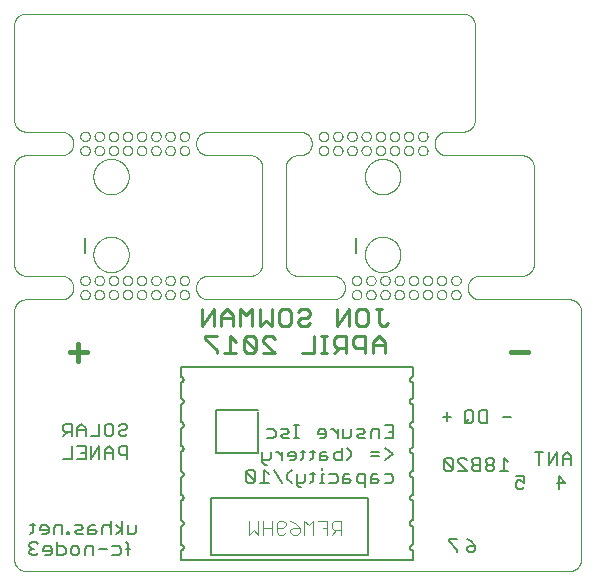
<source format=gbo>
G75*
%MOIN*%
%OFA0B0*%
%FSLAX25Y25*%
%IPPOS*%
%LPD*%
%AMOC8*
5,1,8,0,0,1.08239X$1,22.5*
%
%ADD10C,0.00000*%
%ADD11C,0.01100*%
%ADD12C,0.00800*%
%ADD13C,0.01500*%
%ADD14C,0.00500*%
%ADD15C,0.00400*%
D10*
X0010681Y0060307D02*
X0191783Y0060307D01*
X0191907Y0060309D01*
X0192030Y0060315D01*
X0192154Y0060324D01*
X0192276Y0060338D01*
X0192399Y0060355D01*
X0192521Y0060377D01*
X0192642Y0060402D01*
X0192762Y0060431D01*
X0192881Y0060463D01*
X0193000Y0060500D01*
X0193117Y0060540D01*
X0193232Y0060583D01*
X0193347Y0060631D01*
X0193459Y0060682D01*
X0193570Y0060736D01*
X0193680Y0060794D01*
X0193787Y0060855D01*
X0193893Y0060920D01*
X0193996Y0060988D01*
X0194097Y0061059D01*
X0194196Y0061133D01*
X0194293Y0061210D01*
X0194387Y0061291D01*
X0194478Y0061374D01*
X0194567Y0061460D01*
X0194653Y0061549D01*
X0194736Y0061640D01*
X0194817Y0061734D01*
X0194894Y0061831D01*
X0194968Y0061930D01*
X0195039Y0062031D01*
X0195107Y0062134D01*
X0195172Y0062240D01*
X0195233Y0062347D01*
X0195291Y0062457D01*
X0195345Y0062568D01*
X0195396Y0062680D01*
X0195444Y0062795D01*
X0195487Y0062910D01*
X0195527Y0063027D01*
X0195564Y0063146D01*
X0195596Y0063265D01*
X0195625Y0063385D01*
X0195650Y0063506D01*
X0195672Y0063628D01*
X0195689Y0063751D01*
X0195703Y0063873D01*
X0195712Y0063997D01*
X0195718Y0064120D01*
X0195720Y0064244D01*
X0195720Y0146921D01*
X0195718Y0147045D01*
X0195712Y0147168D01*
X0195703Y0147292D01*
X0195689Y0147414D01*
X0195672Y0147537D01*
X0195650Y0147659D01*
X0195625Y0147780D01*
X0195596Y0147900D01*
X0195564Y0148019D01*
X0195527Y0148138D01*
X0195487Y0148255D01*
X0195444Y0148370D01*
X0195396Y0148485D01*
X0195345Y0148597D01*
X0195291Y0148708D01*
X0195233Y0148818D01*
X0195172Y0148925D01*
X0195107Y0149031D01*
X0195039Y0149134D01*
X0194968Y0149235D01*
X0194894Y0149334D01*
X0194817Y0149431D01*
X0194736Y0149525D01*
X0194653Y0149616D01*
X0194567Y0149705D01*
X0194478Y0149791D01*
X0194387Y0149874D01*
X0194293Y0149955D01*
X0194196Y0150032D01*
X0194097Y0150106D01*
X0193996Y0150177D01*
X0193893Y0150245D01*
X0193787Y0150310D01*
X0193680Y0150371D01*
X0193570Y0150429D01*
X0193459Y0150483D01*
X0193347Y0150534D01*
X0193232Y0150582D01*
X0193117Y0150625D01*
X0193000Y0150665D01*
X0192881Y0150702D01*
X0192762Y0150734D01*
X0192642Y0150763D01*
X0192521Y0150788D01*
X0192399Y0150810D01*
X0192276Y0150827D01*
X0192154Y0150841D01*
X0192030Y0150850D01*
X0191907Y0150856D01*
X0191783Y0150858D01*
X0161862Y0150858D01*
X0157925Y0154795D02*
X0157927Y0154919D01*
X0157933Y0155042D01*
X0157942Y0155166D01*
X0157956Y0155288D01*
X0157973Y0155411D01*
X0157995Y0155533D01*
X0158020Y0155654D01*
X0158049Y0155774D01*
X0158081Y0155893D01*
X0158118Y0156012D01*
X0158158Y0156129D01*
X0158201Y0156244D01*
X0158249Y0156359D01*
X0158300Y0156471D01*
X0158354Y0156582D01*
X0158412Y0156692D01*
X0158473Y0156799D01*
X0158538Y0156905D01*
X0158606Y0157008D01*
X0158677Y0157109D01*
X0158751Y0157208D01*
X0158828Y0157305D01*
X0158909Y0157399D01*
X0158992Y0157490D01*
X0159078Y0157579D01*
X0159167Y0157665D01*
X0159258Y0157748D01*
X0159352Y0157829D01*
X0159449Y0157906D01*
X0159548Y0157980D01*
X0159649Y0158051D01*
X0159752Y0158119D01*
X0159858Y0158184D01*
X0159965Y0158245D01*
X0160075Y0158303D01*
X0160186Y0158357D01*
X0160298Y0158408D01*
X0160413Y0158456D01*
X0160528Y0158499D01*
X0160645Y0158539D01*
X0160764Y0158576D01*
X0160883Y0158608D01*
X0161003Y0158637D01*
X0161124Y0158662D01*
X0161246Y0158684D01*
X0161369Y0158701D01*
X0161491Y0158715D01*
X0161615Y0158724D01*
X0161738Y0158730D01*
X0161862Y0158732D01*
X0176035Y0158732D01*
X0176159Y0158734D01*
X0176282Y0158740D01*
X0176406Y0158749D01*
X0176528Y0158763D01*
X0176651Y0158780D01*
X0176773Y0158802D01*
X0176894Y0158827D01*
X0177014Y0158856D01*
X0177133Y0158888D01*
X0177252Y0158925D01*
X0177369Y0158965D01*
X0177484Y0159008D01*
X0177599Y0159056D01*
X0177711Y0159107D01*
X0177822Y0159161D01*
X0177932Y0159219D01*
X0178039Y0159280D01*
X0178145Y0159345D01*
X0178248Y0159413D01*
X0178349Y0159484D01*
X0178448Y0159558D01*
X0178545Y0159635D01*
X0178639Y0159716D01*
X0178730Y0159799D01*
X0178819Y0159885D01*
X0178905Y0159974D01*
X0178988Y0160065D01*
X0179069Y0160159D01*
X0179146Y0160256D01*
X0179220Y0160355D01*
X0179291Y0160456D01*
X0179359Y0160559D01*
X0179424Y0160665D01*
X0179485Y0160772D01*
X0179543Y0160882D01*
X0179597Y0160993D01*
X0179648Y0161105D01*
X0179696Y0161220D01*
X0179739Y0161335D01*
X0179779Y0161452D01*
X0179816Y0161571D01*
X0179848Y0161690D01*
X0179877Y0161810D01*
X0179902Y0161931D01*
X0179924Y0162053D01*
X0179941Y0162176D01*
X0179955Y0162298D01*
X0179964Y0162422D01*
X0179970Y0162545D01*
X0179972Y0162669D01*
X0179972Y0194953D01*
X0179970Y0195077D01*
X0179964Y0195200D01*
X0179955Y0195324D01*
X0179941Y0195446D01*
X0179924Y0195569D01*
X0179902Y0195691D01*
X0179877Y0195812D01*
X0179848Y0195932D01*
X0179816Y0196051D01*
X0179779Y0196170D01*
X0179739Y0196287D01*
X0179696Y0196402D01*
X0179648Y0196517D01*
X0179597Y0196629D01*
X0179543Y0196740D01*
X0179485Y0196850D01*
X0179424Y0196957D01*
X0179359Y0197063D01*
X0179291Y0197166D01*
X0179220Y0197267D01*
X0179146Y0197366D01*
X0179069Y0197463D01*
X0178988Y0197557D01*
X0178905Y0197648D01*
X0178819Y0197737D01*
X0178730Y0197823D01*
X0178639Y0197906D01*
X0178545Y0197987D01*
X0178448Y0198064D01*
X0178349Y0198138D01*
X0178248Y0198209D01*
X0178145Y0198277D01*
X0178039Y0198342D01*
X0177932Y0198403D01*
X0177822Y0198461D01*
X0177711Y0198515D01*
X0177599Y0198566D01*
X0177484Y0198614D01*
X0177369Y0198657D01*
X0177252Y0198697D01*
X0177133Y0198734D01*
X0177014Y0198766D01*
X0176894Y0198795D01*
X0176773Y0198820D01*
X0176651Y0198842D01*
X0176528Y0198859D01*
X0176406Y0198873D01*
X0176282Y0198882D01*
X0176159Y0198888D01*
X0176035Y0198890D01*
X0150839Y0198890D01*
X0146902Y0202827D02*
X0146904Y0202951D01*
X0146910Y0203074D01*
X0146919Y0203198D01*
X0146933Y0203320D01*
X0146950Y0203443D01*
X0146972Y0203565D01*
X0146997Y0203686D01*
X0147026Y0203806D01*
X0147058Y0203925D01*
X0147095Y0204044D01*
X0147135Y0204161D01*
X0147178Y0204276D01*
X0147226Y0204391D01*
X0147277Y0204503D01*
X0147331Y0204614D01*
X0147389Y0204724D01*
X0147450Y0204831D01*
X0147515Y0204937D01*
X0147583Y0205040D01*
X0147654Y0205141D01*
X0147728Y0205240D01*
X0147805Y0205337D01*
X0147886Y0205431D01*
X0147969Y0205522D01*
X0148055Y0205611D01*
X0148144Y0205697D01*
X0148235Y0205780D01*
X0148329Y0205861D01*
X0148426Y0205938D01*
X0148525Y0206012D01*
X0148626Y0206083D01*
X0148729Y0206151D01*
X0148835Y0206216D01*
X0148942Y0206277D01*
X0149052Y0206335D01*
X0149163Y0206389D01*
X0149275Y0206440D01*
X0149390Y0206488D01*
X0149505Y0206531D01*
X0149622Y0206571D01*
X0149741Y0206608D01*
X0149860Y0206640D01*
X0149980Y0206669D01*
X0150101Y0206694D01*
X0150223Y0206716D01*
X0150346Y0206733D01*
X0150468Y0206747D01*
X0150592Y0206756D01*
X0150715Y0206762D01*
X0150839Y0206764D01*
X0156350Y0206764D01*
X0156474Y0206766D01*
X0156597Y0206772D01*
X0156721Y0206781D01*
X0156843Y0206795D01*
X0156966Y0206812D01*
X0157088Y0206834D01*
X0157209Y0206859D01*
X0157329Y0206888D01*
X0157448Y0206920D01*
X0157567Y0206957D01*
X0157684Y0206997D01*
X0157799Y0207040D01*
X0157914Y0207088D01*
X0158026Y0207139D01*
X0158137Y0207193D01*
X0158247Y0207251D01*
X0158354Y0207312D01*
X0158460Y0207377D01*
X0158563Y0207445D01*
X0158664Y0207516D01*
X0158763Y0207590D01*
X0158860Y0207667D01*
X0158954Y0207748D01*
X0159045Y0207831D01*
X0159134Y0207917D01*
X0159220Y0208006D01*
X0159303Y0208097D01*
X0159384Y0208191D01*
X0159461Y0208288D01*
X0159535Y0208387D01*
X0159606Y0208488D01*
X0159674Y0208591D01*
X0159739Y0208697D01*
X0159800Y0208804D01*
X0159858Y0208914D01*
X0159912Y0209025D01*
X0159963Y0209137D01*
X0160011Y0209252D01*
X0160054Y0209367D01*
X0160094Y0209484D01*
X0160131Y0209603D01*
X0160163Y0209722D01*
X0160192Y0209842D01*
X0160217Y0209963D01*
X0160239Y0210085D01*
X0160256Y0210208D01*
X0160270Y0210330D01*
X0160279Y0210454D01*
X0160285Y0210577D01*
X0160287Y0210701D01*
X0160287Y0242197D01*
X0160285Y0242321D01*
X0160279Y0242444D01*
X0160270Y0242568D01*
X0160256Y0242690D01*
X0160239Y0242813D01*
X0160217Y0242935D01*
X0160192Y0243056D01*
X0160163Y0243176D01*
X0160131Y0243295D01*
X0160094Y0243414D01*
X0160054Y0243531D01*
X0160011Y0243646D01*
X0159963Y0243761D01*
X0159912Y0243873D01*
X0159858Y0243984D01*
X0159800Y0244094D01*
X0159739Y0244201D01*
X0159674Y0244307D01*
X0159606Y0244410D01*
X0159535Y0244511D01*
X0159461Y0244610D01*
X0159384Y0244707D01*
X0159303Y0244801D01*
X0159220Y0244892D01*
X0159134Y0244981D01*
X0159045Y0245067D01*
X0158954Y0245150D01*
X0158860Y0245231D01*
X0158763Y0245308D01*
X0158664Y0245382D01*
X0158563Y0245453D01*
X0158460Y0245521D01*
X0158354Y0245586D01*
X0158247Y0245647D01*
X0158137Y0245705D01*
X0158026Y0245759D01*
X0157914Y0245810D01*
X0157799Y0245858D01*
X0157684Y0245901D01*
X0157567Y0245941D01*
X0157448Y0245978D01*
X0157329Y0246010D01*
X0157209Y0246039D01*
X0157088Y0246064D01*
X0156966Y0246086D01*
X0156843Y0246103D01*
X0156721Y0246117D01*
X0156597Y0246126D01*
X0156474Y0246132D01*
X0156350Y0246134D01*
X0010681Y0246134D01*
X0010557Y0246132D01*
X0010434Y0246126D01*
X0010310Y0246117D01*
X0010188Y0246103D01*
X0010065Y0246086D01*
X0009943Y0246064D01*
X0009822Y0246039D01*
X0009702Y0246010D01*
X0009583Y0245978D01*
X0009464Y0245941D01*
X0009347Y0245901D01*
X0009232Y0245858D01*
X0009117Y0245810D01*
X0009005Y0245759D01*
X0008894Y0245705D01*
X0008784Y0245647D01*
X0008677Y0245586D01*
X0008571Y0245521D01*
X0008468Y0245453D01*
X0008367Y0245382D01*
X0008268Y0245308D01*
X0008171Y0245231D01*
X0008077Y0245150D01*
X0007986Y0245067D01*
X0007897Y0244981D01*
X0007811Y0244892D01*
X0007728Y0244801D01*
X0007647Y0244707D01*
X0007570Y0244610D01*
X0007496Y0244511D01*
X0007425Y0244410D01*
X0007357Y0244307D01*
X0007292Y0244201D01*
X0007231Y0244094D01*
X0007173Y0243984D01*
X0007119Y0243873D01*
X0007068Y0243761D01*
X0007020Y0243646D01*
X0006977Y0243531D01*
X0006937Y0243414D01*
X0006900Y0243295D01*
X0006868Y0243176D01*
X0006839Y0243056D01*
X0006814Y0242935D01*
X0006792Y0242813D01*
X0006775Y0242690D01*
X0006761Y0242568D01*
X0006752Y0242444D01*
X0006746Y0242321D01*
X0006744Y0242197D01*
X0006744Y0210701D01*
X0006746Y0210577D01*
X0006752Y0210454D01*
X0006761Y0210330D01*
X0006775Y0210208D01*
X0006792Y0210085D01*
X0006814Y0209963D01*
X0006839Y0209842D01*
X0006868Y0209722D01*
X0006900Y0209603D01*
X0006937Y0209484D01*
X0006977Y0209367D01*
X0007020Y0209252D01*
X0007068Y0209137D01*
X0007119Y0209025D01*
X0007173Y0208914D01*
X0007231Y0208804D01*
X0007292Y0208697D01*
X0007357Y0208591D01*
X0007425Y0208488D01*
X0007496Y0208387D01*
X0007570Y0208288D01*
X0007647Y0208191D01*
X0007728Y0208097D01*
X0007811Y0208006D01*
X0007897Y0207917D01*
X0007986Y0207831D01*
X0008077Y0207748D01*
X0008171Y0207667D01*
X0008268Y0207590D01*
X0008367Y0207516D01*
X0008468Y0207445D01*
X0008571Y0207377D01*
X0008677Y0207312D01*
X0008784Y0207251D01*
X0008894Y0207193D01*
X0009005Y0207139D01*
X0009117Y0207088D01*
X0009232Y0207040D01*
X0009347Y0206997D01*
X0009464Y0206957D01*
X0009583Y0206920D01*
X0009702Y0206888D01*
X0009822Y0206859D01*
X0009943Y0206834D01*
X0010065Y0206812D01*
X0010188Y0206795D01*
X0010310Y0206781D01*
X0010434Y0206772D01*
X0010557Y0206766D01*
X0010681Y0206764D01*
X0022492Y0206764D01*
X0022616Y0206762D01*
X0022739Y0206756D01*
X0022863Y0206747D01*
X0022985Y0206733D01*
X0023108Y0206716D01*
X0023230Y0206694D01*
X0023351Y0206669D01*
X0023471Y0206640D01*
X0023590Y0206608D01*
X0023709Y0206571D01*
X0023826Y0206531D01*
X0023941Y0206488D01*
X0024056Y0206440D01*
X0024168Y0206389D01*
X0024279Y0206335D01*
X0024389Y0206277D01*
X0024496Y0206216D01*
X0024602Y0206151D01*
X0024705Y0206083D01*
X0024806Y0206012D01*
X0024905Y0205938D01*
X0025002Y0205861D01*
X0025096Y0205780D01*
X0025187Y0205697D01*
X0025276Y0205611D01*
X0025362Y0205522D01*
X0025445Y0205431D01*
X0025526Y0205337D01*
X0025603Y0205240D01*
X0025677Y0205141D01*
X0025748Y0205040D01*
X0025816Y0204937D01*
X0025881Y0204831D01*
X0025942Y0204724D01*
X0026000Y0204614D01*
X0026054Y0204503D01*
X0026105Y0204391D01*
X0026153Y0204276D01*
X0026196Y0204161D01*
X0026236Y0204044D01*
X0026273Y0203925D01*
X0026305Y0203806D01*
X0026334Y0203686D01*
X0026359Y0203565D01*
X0026381Y0203443D01*
X0026398Y0203320D01*
X0026412Y0203198D01*
X0026421Y0203074D01*
X0026427Y0202951D01*
X0026429Y0202827D01*
X0026427Y0202703D01*
X0026421Y0202580D01*
X0026412Y0202456D01*
X0026398Y0202334D01*
X0026381Y0202211D01*
X0026359Y0202089D01*
X0026334Y0201968D01*
X0026305Y0201848D01*
X0026273Y0201729D01*
X0026236Y0201610D01*
X0026196Y0201493D01*
X0026153Y0201378D01*
X0026105Y0201263D01*
X0026054Y0201151D01*
X0026000Y0201040D01*
X0025942Y0200930D01*
X0025881Y0200823D01*
X0025816Y0200717D01*
X0025748Y0200614D01*
X0025677Y0200513D01*
X0025603Y0200414D01*
X0025526Y0200317D01*
X0025445Y0200223D01*
X0025362Y0200132D01*
X0025276Y0200043D01*
X0025187Y0199957D01*
X0025096Y0199874D01*
X0025002Y0199793D01*
X0024905Y0199716D01*
X0024806Y0199642D01*
X0024705Y0199571D01*
X0024602Y0199503D01*
X0024496Y0199438D01*
X0024389Y0199377D01*
X0024279Y0199319D01*
X0024168Y0199265D01*
X0024056Y0199214D01*
X0023941Y0199166D01*
X0023826Y0199123D01*
X0023709Y0199083D01*
X0023590Y0199046D01*
X0023471Y0199014D01*
X0023351Y0198985D01*
X0023230Y0198960D01*
X0023108Y0198938D01*
X0022985Y0198921D01*
X0022863Y0198907D01*
X0022739Y0198898D01*
X0022616Y0198892D01*
X0022492Y0198890D01*
X0010681Y0198890D01*
X0010557Y0198888D01*
X0010434Y0198882D01*
X0010310Y0198873D01*
X0010188Y0198859D01*
X0010065Y0198842D01*
X0009943Y0198820D01*
X0009822Y0198795D01*
X0009702Y0198766D01*
X0009583Y0198734D01*
X0009464Y0198697D01*
X0009347Y0198657D01*
X0009232Y0198614D01*
X0009117Y0198566D01*
X0009005Y0198515D01*
X0008894Y0198461D01*
X0008784Y0198403D01*
X0008677Y0198342D01*
X0008571Y0198277D01*
X0008468Y0198209D01*
X0008367Y0198138D01*
X0008268Y0198064D01*
X0008171Y0197987D01*
X0008077Y0197906D01*
X0007986Y0197823D01*
X0007897Y0197737D01*
X0007811Y0197648D01*
X0007728Y0197557D01*
X0007647Y0197463D01*
X0007570Y0197366D01*
X0007496Y0197267D01*
X0007425Y0197166D01*
X0007357Y0197063D01*
X0007292Y0196957D01*
X0007231Y0196850D01*
X0007173Y0196740D01*
X0007119Y0196629D01*
X0007068Y0196517D01*
X0007020Y0196402D01*
X0006977Y0196287D01*
X0006937Y0196170D01*
X0006900Y0196051D01*
X0006868Y0195932D01*
X0006839Y0195812D01*
X0006814Y0195691D01*
X0006792Y0195569D01*
X0006775Y0195446D01*
X0006761Y0195324D01*
X0006752Y0195200D01*
X0006746Y0195077D01*
X0006744Y0194953D01*
X0006744Y0162669D01*
X0006746Y0162545D01*
X0006752Y0162422D01*
X0006761Y0162298D01*
X0006775Y0162176D01*
X0006792Y0162053D01*
X0006814Y0161931D01*
X0006839Y0161810D01*
X0006868Y0161690D01*
X0006900Y0161571D01*
X0006937Y0161452D01*
X0006977Y0161335D01*
X0007020Y0161220D01*
X0007068Y0161105D01*
X0007119Y0160993D01*
X0007173Y0160882D01*
X0007231Y0160772D01*
X0007292Y0160665D01*
X0007357Y0160559D01*
X0007425Y0160456D01*
X0007496Y0160355D01*
X0007570Y0160256D01*
X0007647Y0160159D01*
X0007728Y0160065D01*
X0007811Y0159974D01*
X0007897Y0159885D01*
X0007986Y0159799D01*
X0008077Y0159716D01*
X0008171Y0159635D01*
X0008268Y0159558D01*
X0008367Y0159484D01*
X0008468Y0159413D01*
X0008571Y0159345D01*
X0008677Y0159280D01*
X0008784Y0159219D01*
X0008894Y0159161D01*
X0009005Y0159107D01*
X0009117Y0159056D01*
X0009232Y0159008D01*
X0009347Y0158965D01*
X0009464Y0158925D01*
X0009583Y0158888D01*
X0009702Y0158856D01*
X0009822Y0158827D01*
X0009943Y0158802D01*
X0010065Y0158780D01*
X0010188Y0158763D01*
X0010310Y0158749D01*
X0010434Y0158740D01*
X0010557Y0158734D01*
X0010681Y0158732D01*
X0022492Y0158732D01*
X0022616Y0158730D01*
X0022739Y0158724D01*
X0022863Y0158715D01*
X0022985Y0158701D01*
X0023108Y0158684D01*
X0023230Y0158662D01*
X0023351Y0158637D01*
X0023471Y0158608D01*
X0023590Y0158576D01*
X0023709Y0158539D01*
X0023826Y0158499D01*
X0023941Y0158456D01*
X0024056Y0158408D01*
X0024168Y0158357D01*
X0024279Y0158303D01*
X0024389Y0158245D01*
X0024496Y0158184D01*
X0024602Y0158119D01*
X0024705Y0158051D01*
X0024806Y0157980D01*
X0024905Y0157906D01*
X0025002Y0157829D01*
X0025096Y0157748D01*
X0025187Y0157665D01*
X0025276Y0157579D01*
X0025362Y0157490D01*
X0025445Y0157399D01*
X0025526Y0157305D01*
X0025603Y0157208D01*
X0025677Y0157109D01*
X0025748Y0157008D01*
X0025816Y0156905D01*
X0025881Y0156799D01*
X0025942Y0156692D01*
X0026000Y0156582D01*
X0026054Y0156471D01*
X0026105Y0156359D01*
X0026153Y0156244D01*
X0026196Y0156129D01*
X0026236Y0156012D01*
X0026273Y0155893D01*
X0026305Y0155774D01*
X0026334Y0155654D01*
X0026359Y0155533D01*
X0026381Y0155411D01*
X0026398Y0155288D01*
X0026412Y0155166D01*
X0026421Y0155042D01*
X0026427Y0154919D01*
X0026429Y0154795D01*
X0026427Y0154671D01*
X0026421Y0154548D01*
X0026412Y0154424D01*
X0026398Y0154302D01*
X0026381Y0154179D01*
X0026359Y0154057D01*
X0026334Y0153936D01*
X0026305Y0153816D01*
X0026273Y0153697D01*
X0026236Y0153578D01*
X0026196Y0153461D01*
X0026153Y0153346D01*
X0026105Y0153231D01*
X0026054Y0153119D01*
X0026000Y0153008D01*
X0025942Y0152898D01*
X0025881Y0152791D01*
X0025816Y0152685D01*
X0025748Y0152582D01*
X0025677Y0152481D01*
X0025603Y0152382D01*
X0025526Y0152285D01*
X0025445Y0152191D01*
X0025362Y0152100D01*
X0025276Y0152011D01*
X0025187Y0151925D01*
X0025096Y0151842D01*
X0025002Y0151761D01*
X0024905Y0151684D01*
X0024806Y0151610D01*
X0024705Y0151539D01*
X0024602Y0151471D01*
X0024496Y0151406D01*
X0024389Y0151345D01*
X0024279Y0151287D01*
X0024168Y0151233D01*
X0024056Y0151182D01*
X0023941Y0151134D01*
X0023826Y0151091D01*
X0023709Y0151051D01*
X0023590Y0151014D01*
X0023471Y0150982D01*
X0023351Y0150953D01*
X0023230Y0150928D01*
X0023108Y0150906D01*
X0022985Y0150889D01*
X0022863Y0150875D01*
X0022739Y0150866D01*
X0022616Y0150860D01*
X0022492Y0150858D01*
X0010681Y0150858D01*
X0010557Y0150856D01*
X0010434Y0150850D01*
X0010310Y0150841D01*
X0010188Y0150827D01*
X0010065Y0150810D01*
X0009943Y0150788D01*
X0009822Y0150763D01*
X0009702Y0150734D01*
X0009583Y0150702D01*
X0009464Y0150665D01*
X0009347Y0150625D01*
X0009232Y0150582D01*
X0009117Y0150534D01*
X0009005Y0150483D01*
X0008894Y0150429D01*
X0008784Y0150371D01*
X0008677Y0150310D01*
X0008571Y0150245D01*
X0008468Y0150177D01*
X0008367Y0150106D01*
X0008268Y0150032D01*
X0008171Y0149955D01*
X0008077Y0149874D01*
X0007986Y0149791D01*
X0007897Y0149705D01*
X0007811Y0149616D01*
X0007728Y0149525D01*
X0007647Y0149431D01*
X0007570Y0149334D01*
X0007496Y0149235D01*
X0007425Y0149134D01*
X0007357Y0149031D01*
X0007292Y0148925D01*
X0007231Y0148818D01*
X0007173Y0148708D01*
X0007119Y0148597D01*
X0007068Y0148485D01*
X0007020Y0148370D01*
X0006977Y0148255D01*
X0006937Y0148138D01*
X0006900Y0148019D01*
X0006868Y0147900D01*
X0006839Y0147780D01*
X0006814Y0147659D01*
X0006792Y0147537D01*
X0006775Y0147414D01*
X0006761Y0147292D01*
X0006752Y0147168D01*
X0006746Y0147045D01*
X0006744Y0146921D01*
X0006744Y0064244D01*
X0006746Y0064120D01*
X0006752Y0063997D01*
X0006761Y0063873D01*
X0006775Y0063751D01*
X0006792Y0063628D01*
X0006814Y0063506D01*
X0006839Y0063385D01*
X0006868Y0063265D01*
X0006900Y0063146D01*
X0006937Y0063027D01*
X0006977Y0062910D01*
X0007020Y0062795D01*
X0007068Y0062680D01*
X0007119Y0062568D01*
X0007173Y0062457D01*
X0007231Y0062347D01*
X0007292Y0062240D01*
X0007357Y0062134D01*
X0007425Y0062031D01*
X0007496Y0061930D01*
X0007570Y0061831D01*
X0007647Y0061734D01*
X0007728Y0061640D01*
X0007811Y0061549D01*
X0007897Y0061460D01*
X0007986Y0061374D01*
X0008077Y0061291D01*
X0008171Y0061210D01*
X0008268Y0061133D01*
X0008367Y0061059D01*
X0008468Y0060988D01*
X0008571Y0060920D01*
X0008677Y0060855D01*
X0008784Y0060794D01*
X0008894Y0060736D01*
X0009005Y0060682D01*
X0009117Y0060631D01*
X0009232Y0060583D01*
X0009347Y0060540D01*
X0009464Y0060500D01*
X0009583Y0060463D01*
X0009702Y0060431D01*
X0009822Y0060402D01*
X0009943Y0060377D01*
X0010065Y0060355D01*
X0010188Y0060338D01*
X0010310Y0060324D01*
X0010434Y0060315D01*
X0010557Y0060309D01*
X0010681Y0060307D01*
X0071311Y0150858D02*
X0113043Y0150858D01*
X0116980Y0154795D02*
X0116978Y0154919D01*
X0116972Y0155042D01*
X0116963Y0155166D01*
X0116949Y0155288D01*
X0116932Y0155411D01*
X0116910Y0155533D01*
X0116885Y0155654D01*
X0116856Y0155774D01*
X0116824Y0155893D01*
X0116787Y0156012D01*
X0116747Y0156129D01*
X0116704Y0156244D01*
X0116656Y0156359D01*
X0116605Y0156471D01*
X0116551Y0156582D01*
X0116493Y0156692D01*
X0116432Y0156799D01*
X0116367Y0156905D01*
X0116299Y0157008D01*
X0116228Y0157109D01*
X0116154Y0157208D01*
X0116077Y0157305D01*
X0115996Y0157399D01*
X0115913Y0157490D01*
X0115827Y0157579D01*
X0115738Y0157665D01*
X0115647Y0157748D01*
X0115553Y0157829D01*
X0115456Y0157906D01*
X0115357Y0157980D01*
X0115256Y0158051D01*
X0115153Y0158119D01*
X0115047Y0158184D01*
X0114940Y0158245D01*
X0114830Y0158303D01*
X0114719Y0158357D01*
X0114607Y0158408D01*
X0114492Y0158456D01*
X0114377Y0158499D01*
X0114260Y0158539D01*
X0114141Y0158576D01*
X0114022Y0158608D01*
X0113902Y0158637D01*
X0113781Y0158662D01*
X0113659Y0158684D01*
X0113536Y0158701D01*
X0113414Y0158715D01*
X0113290Y0158724D01*
X0113167Y0158730D01*
X0113043Y0158732D01*
X0101232Y0158732D01*
X0101108Y0158734D01*
X0100985Y0158740D01*
X0100861Y0158749D01*
X0100739Y0158763D01*
X0100616Y0158780D01*
X0100494Y0158802D01*
X0100373Y0158827D01*
X0100253Y0158856D01*
X0100134Y0158888D01*
X0100015Y0158925D01*
X0099898Y0158965D01*
X0099783Y0159008D01*
X0099668Y0159056D01*
X0099556Y0159107D01*
X0099445Y0159161D01*
X0099335Y0159219D01*
X0099228Y0159280D01*
X0099122Y0159345D01*
X0099019Y0159413D01*
X0098918Y0159484D01*
X0098819Y0159558D01*
X0098722Y0159635D01*
X0098628Y0159716D01*
X0098537Y0159799D01*
X0098448Y0159885D01*
X0098362Y0159974D01*
X0098279Y0160065D01*
X0098198Y0160159D01*
X0098121Y0160256D01*
X0098047Y0160355D01*
X0097976Y0160456D01*
X0097908Y0160559D01*
X0097843Y0160665D01*
X0097782Y0160772D01*
X0097724Y0160882D01*
X0097670Y0160993D01*
X0097619Y0161105D01*
X0097571Y0161220D01*
X0097528Y0161335D01*
X0097488Y0161452D01*
X0097451Y0161571D01*
X0097419Y0161690D01*
X0097390Y0161810D01*
X0097365Y0161931D01*
X0097343Y0162053D01*
X0097326Y0162176D01*
X0097312Y0162298D01*
X0097303Y0162422D01*
X0097297Y0162545D01*
X0097295Y0162669D01*
X0097295Y0194953D01*
X0097297Y0195077D01*
X0097303Y0195200D01*
X0097312Y0195324D01*
X0097326Y0195446D01*
X0097343Y0195569D01*
X0097365Y0195691D01*
X0097390Y0195812D01*
X0097419Y0195932D01*
X0097451Y0196051D01*
X0097488Y0196170D01*
X0097528Y0196287D01*
X0097571Y0196402D01*
X0097619Y0196517D01*
X0097670Y0196629D01*
X0097724Y0196740D01*
X0097782Y0196850D01*
X0097843Y0196957D01*
X0097908Y0197063D01*
X0097976Y0197166D01*
X0098047Y0197267D01*
X0098121Y0197366D01*
X0098198Y0197463D01*
X0098279Y0197557D01*
X0098362Y0197648D01*
X0098448Y0197737D01*
X0098537Y0197823D01*
X0098628Y0197906D01*
X0098722Y0197987D01*
X0098819Y0198064D01*
X0098918Y0198138D01*
X0099019Y0198209D01*
X0099122Y0198277D01*
X0099228Y0198342D01*
X0099335Y0198403D01*
X0099445Y0198461D01*
X0099556Y0198515D01*
X0099668Y0198566D01*
X0099783Y0198614D01*
X0099898Y0198657D01*
X0100015Y0198697D01*
X0100134Y0198734D01*
X0100253Y0198766D01*
X0100373Y0198795D01*
X0100494Y0198820D01*
X0100616Y0198842D01*
X0100739Y0198859D01*
X0100861Y0198873D01*
X0100985Y0198882D01*
X0101108Y0198888D01*
X0101232Y0198890D01*
X0102020Y0198890D01*
X0105957Y0202827D02*
X0105955Y0202951D01*
X0105949Y0203074D01*
X0105940Y0203198D01*
X0105926Y0203320D01*
X0105909Y0203443D01*
X0105887Y0203565D01*
X0105862Y0203686D01*
X0105833Y0203806D01*
X0105801Y0203925D01*
X0105764Y0204044D01*
X0105724Y0204161D01*
X0105681Y0204276D01*
X0105633Y0204391D01*
X0105582Y0204503D01*
X0105528Y0204614D01*
X0105470Y0204724D01*
X0105409Y0204831D01*
X0105344Y0204937D01*
X0105276Y0205040D01*
X0105205Y0205141D01*
X0105131Y0205240D01*
X0105054Y0205337D01*
X0104973Y0205431D01*
X0104890Y0205522D01*
X0104804Y0205611D01*
X0104715Y0205697D01*
X0104624Y0205780D01*
X0104530Y0205861D01*
X0104433Y0205938D01*
X0104334Y0206012D01*
X0104233Y0206083D01*
X0104130Y0206151D01*
X0104024Y0206216D01*
X0103917Y0206277D01*
X0103807Y0206335D01*
X0103696Y0206389D01*
X0103584Y0206440D01*
X0103469Y0206488D01*
X0103354Y0206531D01*
X0103237Y0206571D01*
X0103118Y0206608D01*
X0102999Y0206640D01*
X0102879Y0206669D01*
X0102758Y0206694D01*
X0102636Y0206716D01*
X0102513Y0206733D01*
X0102391Y0206747D01*
X0102267Y0206756D01*
X0102144Y0206762D01*
X0102020Y0206764D01*
X0071311Y0206764D01*
X0071187Y0206762D01*
X0071064Y0206756D01*
X0070940Y0206747D01*
X0070818Y0206733D01*
X0070695Y0206716D01*
X0070573Y0206694D01*
X0070452Y0206669D01*
X0070332Y0206640D01*
X0070213Y0206608D01*
X0070094Y0206571D01*
X0069977Y0206531D01*
X0069862Y0206488D01*
X0069747Y0206440D01*
X0069635Y0206389D01*
X0069524Y0206335D01*
X0069414Y0206277D01*
X0069307Y0206216D01*
X0069201Y0206151D01*
X0069098Y0206083D01*
X0068997Y0206012D01*
X0068898Y0205938D01*
X0068801Y0205861D01*
X0068707Y0205780D01*
X0068616Y0205697D01*
X0068527Y0205611D01*
X0068441Y0205522D01*
X0068358Y0205431D01*
X0068277Y0205337D01*
X0068200Y0205240D01*
X0068126Y0205141D01*
X0068055Y0205040D01*
X0067987Y0204937D01*
X0067922Y0204831D01*
X0067861Y0204724D01*
X0067803Y0204614D01*
X0067749Y0204503D01*
X0067698Y0204391D01*
X0067650Y0204276D01*
X0067607Y0204161D01*
X0067567Y0204044D01*
X0067530Y0203925D01*
X0067498Y0203806D01*
X0067469Y0203686D01*
X0067444Y0203565D01*
X0067422Y0203443D01*
X0067405Y0203320D01*
X0067391Y0203198D01*
X0067382Y0203074D01*
X0067376Y0202951D01*
X0067374Y0202827D01*
X0067376Y0202703D01*
X0067382Y0202580D01*
X0067391Y0202456D01*
X0067405Y0202334D01*
X0067422Y0202211D01*
X0067444Y0202089D01*
X0067469Y0201968D01*
X0067498Y0201848D01*
X0067530Y0201729D01*
X0067567Y0201610D01*
X0067607Y0201493D01*
X0067650Y0201378D01*
X0067698Y0201263D01*
X0067749Y0201151D01*
X0067803Y0201040D01*
X0067861Y0200930D01*
X0067922Y0200823D01*
X0067987Y0200717D01*
X0068055Y0200614D01*
X0068126Y0200513D01*
X0068200Y0200414D01*
X0068277Y0200317D01*
X0068358Y0200223D01*
X0068441Y0200132D01*
X0068527Y0200043D01*
X0068616Y0199957D01*
X0068707Y0199874D01*
X0068801Y0199793D01*
X0068898Y0199716D01*
X0068997Y0199642D01*
X0069098Y0199571D01*
X0069201Y0199503D01*
X0069307Y0199438D01*
X0069414Y0199377D01*
X0069524Y0199319D01*
X0069635Y0199265D01*
X0069747Y0199214D01*
X0069862Y0199166D01*
X0069977Y0199123D01*
X0070094Y0199083D01*
X0070213Y0199046D01*
X0070332Y0199014D01*
X0070452Y0198985D01*
X0070573Y0198960D01*
X0070695Y0198938D01*
X0070818Y0198921D01*
X0070940Y0198907D01*
X0071064Y0198898D01*
X0071187Y0198892D01*
X0071311Y0198890D01*
X0085484Y0198890D01*
X0085608Y0198888D01*
X0085731Y0198882D01*
X0085855Y0198873D01*
X0085977Y0198859D01*
X0086100Y0198842D01*
X0086222Y0198820D01*
X0086343Y0198795D01*
X0086463Y0198766D01*
X0086582Y0198734D01*
X0086701Y0198697D01*
X0086818Y0198657D01*
X0086933Y0198614D01*
X0087048Y0198566D01*
X0087160Y0198515D01*
X0087271Y0198461D01*
X0087381Y0198403D01*
X0087488Y0198342D01*
X0087594Y0198277D01*
X0087697Y0198209D01*
X0087798Y0198138D01*
X0087897Y0198064D01*
X0087994Y0197987D01*
X0088088Y0197906D01*
X0088179Y0197823D01*
X0088268Y0197737D01*
X0088354Y0197648D01*
X0088437Y0197557D01*
X0088518Y0197463D01*
X0088595Y0197366D01*
X0088669Y0197267D01*
X0088740Y0197166D01*
X0088808Y0197063D01*
X0088873Y0196957D01*
X0088934Y0196850D01*
X0088992Y0196740D01*
X0089046Y0196629D01*
X0089097Y0196517D01*
X0089145Y0196402D01*
X0089188Y0196287D01*
X0089228Y0196170D01*
X0089265Y0196051D01*
X0089297Y0195932D01*
X0089326Y0195812D01*
X0089351Y0195691D01*
X0089373Y0195569D01*
X0089390Y0195446D01*
X0089404Y0195324D01*
X0089413Y0195200D01*
X0089419Y0195077D01*
X0089421Y0194953D01*
X0089421Y0162669D01*
X0089419Y0162545D01*
X0089413Y0162422D01*
X0089404Y0162298D01*
X0089390Y0162176D01*
X0089373Y0162053D01*
X0089351Y0161931D01*
X0089326Y0161810D01*
X0089297Y0161690D01*
X0089265Y0161571D01*
X0089228Y0161452D01*
X0089188Y0161335D01*
X0089145Y0161220D01*
X0089097Y0161105D01*
X0089046Y0160993D01*
X0088992Y0160882D01*
X0088934Y0160772D01*
X0088873Y0160665D01*
X0088808Y0160559D01*
X0088740Y0160456D01*
X0088669Y0160355D01*
X0088595Y0160256D01*
X0088518Y0160159D01*
X0088437Y0160065D01*
X0088354Y0159974D01*
X0088268Y0159885D01*
X0088179Y0159799D01*
X0088088Y0159716D01*
X0087994Y0159635D01*
X0087897Y0159558D01*
X0087798Y0159484D01*
X0087697Y0159413D01*
X0087594Y0159345D01*
X0087488Y0159280D01*
X0087381Y0159219D01*
X0087271Y0159161D01*
X0087160Y0159107D01*
X0087048Y0159056D01*
X0086933Y0159008D01*
X0086818Y0158965D01*
X0086701Y0158925D01*
X0086582Y0158888D01*
X0086463Y0158856D01*
X0086343Y0158827D01*
X0086222Y0158802D01*
X0086100Y0158780D01*
X0085977Y0158763D01*
X0085855Y0158749D01*
X0085731Y0158740D01*
X0085608Y0158734D01*
X0085484Y0158732D01*
X0071311Y0158732D01*
X0071187Y0158730D01*
X0071064Y0158724D01*
X0070940Y0158715D01*
X0070818Y0158701D01*
X0070695Y0158684D01*
X0070573Y0158662D01*
X0070452Y0158637D01*
X0070332Y0158608D01*
X0070213Y0158576D01*
X0070094Y0158539D01*
X0069977Y0158499D01*
X0069862Y0158456D01*
X0069747Y0158408D01*
X0069635Y0158357D01*
X0069524Y0158303D01*
X0069414Y0158245D01*
X0069307Y0158184D01*
X0069201Y0158119D01*
X0069098Y0158051D01*
X0068997Y0157980D01*
X0068898Y0157906D01*
X0068801Y0157829D01*
X0068707Y0157748D01*
X0068616Y0157665D01*
X0068527Y0157579D01*
X0068441Y0157490D01*
X0068358Y0157399D01*
X0068277Y0157305D01*
X0068200Y0157208D01*
X0068126Y0157109D01*
X0068055Y0157008D01*
X0067987Y0156905D01*
X0067922Y0156799D01*
X0067861Y0156692D01*
X0067803Y0156582D01*
X0067749Y0156471D01*
X0067698Y0156359D01*
X0067650Y0156244D01*
X0067607Y0156129D01*
X0067567Y0156012D01*
X0067530Y0155893D01*
X0067498Y0155774D01*
X0067469Y0155654D01*
X0067444Y0155533D01*
X0067422Y0155411D01*
X0067405Y0155288D01*
X0067391Y0155166D01*
X0067382Y0155042D01*
X0067376Y0154919D01*
X0067374Y0154795D01*
X0067376Y0154671D01*
X0067382Y0154548D01*
X0067391Y0154424D01*
X0067405Y0154302D01*
X0067422Y0154179D01*
X0067444Y0154057D01*
X0067469Y0153936D01*
X0067498Y0153816D01*
X0067530Y0153697D01*
X0067567Y0153578D01*
X0067607Y0153461D01*
X0067650Y0153346D01*
X0067698Y0153231D01*
X0067749Y0153119D01*
X0067803Y0153008D01*
X0067861Y0152898D01*
X0067922Y0152791D01*
X0067987Y0152685D01*
X0068055Y0152582D01*
X0068126Y0152481D01*
X0068200Y0152382D01*
X0068277Y0152285D01*
X0068358Y0152191D01*
X0068441Y0152100D01*
X0068527Y0152011D01*
X0068616Y0151925D01*
X0068707Y0151842D01*
X0068801Y0151761D01*
X0068898Y0151684D01*
X0068997Y0151610D01*
X0069098Y0151539D01*
X0069201Y0151471D01*
X0069307Y0151406D01*
X0069414Y0151345D01*
X0069524Y0151287D01*
X0069635Y0151233D01*
X0069747Y0151182D01*
X0069862Y0151134D01*
X0069977Y0151091D01*
X0070094Y0151051D01*
X0070213Y0151014D01*
X0070332Y0150982D01*
X0070452Y0150953D01*
X0070573Y0150928D01*
X0070695Y0150906D01*
X0070818Y0150889D01*
X0070940Y0150875D01*
X0071064Y0150866D01*
X0071187Y0150860D01*
X0071311Y0150858D01*
X0061862Y0152433D02*
X0061864Y0152512D01*
X0061870Y0152591D01*
X0061880Y0152670D01*
X0061894Y0152748D01*
X0061911Y0152825D01*
X0061933Y0152901D01*
X0061958Y0152976D01*
X0061988Y0153049D01*
X0062020Y0153121D01*
X0062057Y0153192D01*
X0062097Y0153260D01*
X0062140Y0153326D01*
X0062186Y0153390D01*
X0062236Y0153452D01*
X0062289Y0153511D01*
X0062344Y0153567D01*
X0062403Y0153621D01*
X0062464Y0153671D01*
X0062527Y0153719D01*
X0062593Y0153763D01*
X0062661Y0153804D01*
X0062731Y0153841D01*
X0062802Y0153875D01*
X0062876Y0153905D01*
X0062950Y0153931D01*
X0063026Y0153953D01*
X0063103Y0153972D01*
X0063181Y0153987D01*
X0063259Y0153998D01*
X0063338Y0154005D01*
X0063417Y0154008D01*
X0063496Y0154007D01*
X0063575Y0154002D01*
X0063654Y0153993D01*
X0063732Y0153980D01*
X0063809Y0153963D01*
X0063886Y0153943D01*
X0063961Y0153918D01*
X0064035Y0153890D01*
X0064108Y0153858D01*
X0064178Y0153823D01*
X0064247Y0153784D01*
X0064314Y0153741D01*
X0064379Y0153695D01*
X0064441Y0153647D01*
X0064501Y0153595D01*
X0064558Y0153540D01*
X0064612Y0153482D01*
X0064663Y0153422D01*
X0064711Y0153359D01*
X0064756Y0153294D01*
X0064798Y0153226D01*
X0064836Y0153157D01*
X0064870Y0153086D01*
X0064901Y0153013D01*
X0064929Y0152938D01*
X0064952Y0152863D01*
X0064972Y0152786D01*
X0064988Y0152709D01*
X0065000Y0152630D01*
X0065008Y0152552D01*
X0065012Y0152473D01*
X0065012Y0152393D01*
X0065008Y0152314D01*
X0065000Y0152236D01*
X0064988Y0152157D01*
X0064972Y0152080D01*
X0064952Y0152003D01*
X0064929Y0151928D01*
X0064901Y0151853D01*
X0064870Y0151780D01*
X0064836Y0151709D01*
X0064798Y0151640D01*
X0064756Y0151572D01*
X0064711Y0151507D01*
X0064663Y0151444D01*
X0064612Y0151384D01*
X0064558Y0151326D01*
X0064501Y0151271D01*
X0064441Y0151219D01*
X0064379Y0151171D01*
X0064314Y0151125D01*
X0064247Y0151082D01*
X0064178Y0151043D01*
X0064108Y0151008D01*
X0064035Y0150976D01*
X0063961Y0150948D01*
X0063886Y0150923D01*
X0063809Y0150903D01*
X0063732Y0150886D01*
X0063654Y0150873D01*
X0063575Y0150864D01*
X0063496Y0150859D01*
X0063417Y0150858D01*
X0063338Y0150861D01*
X0063259Y0150868D01*
X0063181Y0150879D01*
X0063103Y0150894D01*
X0063026Y0150913D01*
X0062950Y0150935D01*
X0062876Y0150961D01*
X0062802Y0150991D01*
X0062731Y0151025D01*
X0062661Y0151062D01*
X0062593Y0151103D01*
X0062527Y0151147D01*
X0062464Y0151195D01*
X0062403Y0151245D01*
X0062344Y0151299D01*
X0062289Y0151355D01*
X0062236Y0151414D01*
X0062186Y0151476D01*
X0062140Y0151540D01*
X0062097Y0151606D01*
X0062057Y0151674D01*
X0062020Y0151745D01*
X0061988Y0151817D01*
X0061958Y0151890D01*
X0061933Y0151965D01*
X0061911Y0152041D01*
X0061894Y0152118D01*
X0061880Y0152196D01*
X0061870Y0152275D01*
X0061864Y0152354D01*
X0061862Y0152433D01*
X0057138Y0152433D02*
X0057140Y0152512D01*
X0057146Y0152591D01*
X0057156Y0152670D01*
X0057170Y0152748D01*
X0057187Y0152825D01*
X0057209Y0152901D01*
X0057234Y0152976D01*
X0057264Y0153049D01*
X0057296Y0153121D01*
X0057333Y0153192D01*
X0057373Y0153260D01*
X0057416Y0153326D01*
X0057462Y0153390D01*
X0057512Y0153452D01*
X0057565Y0153511D01*
X0057620Y0153567D01*
X0057679Y0153621D01*
X0057740Y0153671D01*
X0057803Y0153719D01*
X0057869Y0153763D01*
X0057937Y0153804D01*
X0058007Y0153841D01*
X0058078Y0153875D01*
X0058152Y0153905D01*
X0058226Y0153931D01*
X0058302Y0153953D01*
X0058379Y0153972D01*
X0058457Y0153987D01*
X0058535Y0153998D01*
X0058614Y0154005D01*
X0058693Y0154008D01*
X0058772Y0154007D01*
X0058851Y0154002D01*
X0058930Y0153993D01*
X0059008Y0153980D01*
X0059085Y0153963D01*
X0059162Y0153943D01*
X0059237Y0153918D01*
X0059311Y0153890D01*
X0059384Y0153858D01*
X0059454Y0153823D01*
X0059523Y0153784D01*
X0059590Y0153741D01*
X0059655Y0153695D01*
X0059717Y0153647D01*
X0059777Y0153595D01*
X0059834Y0153540D01*
X0059888Y0153482D01*
X0059939Y0153422D01*
X0059987Y0153359D01*
X0060032Y0153294D01*
X0060074Y0153226D01*
X0060112Y0153157D01*
X0060146Y0153086D01*
X0060177Y0153013D01*
X0060205Y0152938D01*
X0060228Y0152863D01*
X0060248Y0152786D01*
X0060264Y0152709D01*
X0060276Y0152630D01*
X0060284Y0152552D01*
X0060288Y0152473D01*
X0060288Y0152393D01*
X0060284Y0152314D01*
X0060276Y0152236D01*
X0060264Y0152157D01*
X0060248Y0152080D01*
X0060228Y0152003D01*
X0060205Y0151928D01*
X0060177Y0151853D01*
X0060146Y0151780D01*
X0060112Y0151709D01*
X0060074Y0151640D01*
X0060032Y0151572D01*
X0059987Y0151507D01*
X0059939Y0151444D01*
X0059888Y0151384D01*
X0059834Y0151326D01*
X0059777Y0151271D01*
X0059717Y0151219D01*
X0059655Y0151171D01*
X0059590Y0151125D01*
X0059523Y0151082D01*
X0059454Y0151043D01*
X0059384Y0151008D01*
X0059311Y0150976D01*
X0059237Y0150948D01*
X0059162Y0150923D01*
X0059085Y0150903D01*
X0059008Y0150886D01*
X0058930Y0150873D01*
X0058851Y0150864D01*
X0058772Y0150859D01*
X0058693Y0150858D01*
X0058614Y0150861D01*
X0058535Y0150868D01*
X0058457Y0150879D01*
X0058379Y0150894D01*
X0058302Y0150913D01*
X0058226Y0150935D01*
X0058152Y0150961D01*
X0058078Y0150991D01*
X0058007Y0151025D01*
X0057937Y0151062D01*
X0057869Y0151103D01*
X0057803Y0151147D01*
X0057740Y0151195D01*
X0057679Y0151245D01*
X0057620Y0151299D01*
X0057565Y0151355D01*
X0057512Y0151414D01*
X0057462Y0151476D01*
X0057416Y0151540D01*
X0057373Y0151606D01*
X0057333Y0151674D01*
X0057296Y0151745D01*
X0057264Y0151817D01*
X0057234Y0151890D01*
X0057209Y0151965D01*
X0057187Y0152041D01*
X0057170Y0152118D01*
X0057156Y0152196D01*
X0057146Y0152275D01*
X0057140Y0152354D01*
X0057138Y0152433D01*
X0052413Y0152433D02*
X0052415Y0152512D01*
X0052421Y0152591D01*
X0052431Y0152670D01*
X0052445Y0152748D01*
X0052462Y0152825D01*
X0052484Y0152901D01*
X0052509Y0152976D01*
X0052539Y0153049D01*
X0052571Y0153121D01*
X0052608Y0153192D01*
X0052648Y0153260D01*
X0052691Y0153326D01*
X0052737Y0153390D01*
X0052787Y0153452D01*
X0052840Y0153511D01*
X0052895Y0153567D01*
X0052954Y0153621D01*
X0053015Y0153671D01*
X0053078Y0153719D01*
X0053144Y0153763D01*
X0053212Y0153804D01*
X0053282Y0153841D01*
X0053353Y0153875D01*
X0053427Y0153905D01*
X0053501Y0153931D01*
X0053577Y0153953D01*
X0053654Y0153972D01*
X0053732Y0153987D01*
X0053810Y0153998D01*
X0053889Y0154005D01*
X0053968Y0154008D01*
X0054047Y0154007D01*
X0054126Y0154002D01*
X0054205Y0153993D01*
X0054283Y0153980D01*
X0054360Y0153963D01*
X0054437Y0153943D01*
X0054512Y0153918D01*
X0054586Y0153890D01*
X0054659Y0153858D01*
X0054729Y0153823D01*
X0054798Y0153784D01*
X0054865Y0153741D01*
X0054930Y0153695D01*
X0054992Y0153647D01*
X0055052Y0153595D01*
X0055109Y0153540D01*
X0055163Y0153482D01*
X0055214Y0153422D01*
X0055262Y0153359D01*
X0055307Y0153294D01*
X0055349Y0153226D01*
X0055387Y0153157D01*
X0055421Y0153086D01*
X0055452Y0153013D01*
X0055480Y0152938D01*
X0055503Y0152863D01*
X0055523Y0152786D01*
X0055539Y0152709D01*
X0055551Y0152630D01*
X0055559Y0152552D01*
X0055563Y0152473D01*
X0055563Y0152393D01*
X0055559Y0152314D01*
X0055551Y0152236D01*
X0055539Y0152157D01*
X0055523Y0152080D01*
X0055503Y0152003D01*
X0055480Y0151928D01*
X0055452Y0151853D01*
X0055421Y0151780D01*
X0055387Y0151709D01*
X0055349Y0151640D01*
X0055307Y0151572D01*
X0055262Y0151507D01*
X0055214Y0151444D01*
X0055163Y0151384D01*
X0055109Y0151326D01*
X0055052Y0151271D01*
X0054992Y0151219D01*
X0054930Y0151171D01*
X0054865Y0151125D01*
X0054798Y0151082D01*
X0054729Y0151043D01*
X0054659Y0151008D01*
X0054586Y0150976D01*
X0054512Y0150948D01*
X0054437Y0150923D01*
X0054360Y0150903D01*
X0054283Y0150886D01*
X0054205Y0150873D01*
X0054126Y0150864D01*
X0054047Y0150859D01*
X0053968Y0150858D01*
X0053889Y0150861D01*
X0053810Y0150868D01*
X0053732Y0150879D01*
X0053654Y0150894D01*
X0053577Y0150913D01*
X0053501Y0150935D01*
X0053427Y0150961D01*
X0053353Y0150991D01*
X0053282Y0151025D01*
X0053212Y0151062D01*
X0053144Y0151103D01*
X0053078Y0151147D01*
X0053015Y0151195D01*
X0052954Y0151245D01*
X0052895Y0151299D01*
X0052840Y0151355D01*
X0052787Y0151414D01*
X0052737Y0151476D01*
X0052691Y0151540D01*
X0052648Y0151606D01*
X0052608Y0151674D01*
X0052571Y0151745D01*
X0052539Y0151817D01*
X0052509Y0151890D01*
X0052484Y0151965D01*
X0052462Y0152041D01*
X0052445Y0152118D01*
X0052431Y0152196D01*
X0052421Y0152275D01*
X0052415Y0152354D01*
X0052413Y0152433D01*
X0047689Y0152433D02*
X0047691Y0152512D01*
X0047697Y0152591D01*
X0047707Y0152670D01*
X0047721Y0152748D01*
X0047738Y0152825D01*
X0047760Y0152901D01*
X0047785Y0152976D01*
X0047815Y0153049D01*
X0047847Y0153121D01*
X0047884Y0153192D01*
X0047924Y0153260D01*
X0047967Y0153326D01*
X0048013Y0153390D01*
X0048063Y0153452D01*
X0048116Y0153511D01*
X0048171Y0153567D01*
X0048230Y0153621D01*
X0048291Y0153671D01*
X0048354Y0153719D01*
X0048420Y0153763D01*
X0048488Y0153804D01*
X0048558Y0153841D01*
X0048629Y0153875D01*
X0048703Y0153905D01*
X0048777Y0153931D01*
X0048853Y0153953D01*
X0048930Y0153972D01*
X0049008Y0153987D01*
X0049086Y0153998D01*
X0049165Y0154005D01*
X0049244Y0154008D01*
X0049323Y0154007D01*
X0049402Y0154002D01*
X0049481Y0153993D01*
X0049559Y0153980D01*
X0049636Y0153963D01*
X0049713Y0153943D01*
X0049788Y0153918D01*
X0049862Y0153890D01*
X0049935Y0153858D01*
X0050005Y0153823D01*
X0050074Y0153784D01*
X0050141Y0153741D01*
X0050206Y0153695D01*
X0050268Y0153647D01*
X0050328Y0153595D01*
X0050385Y0153540D01*
X0050439Y0153482D01*
X0050490Y0153422D01*
X0050538Y0153359D01*
X0050583Y0153294D01*
X0050625Y0153226D01*
X0050663Y0153157D01*
X0050697Y0153086D01*
X0050728Y0153013D01*
X0050756Y0152938D01*
X0050779Y0152863D01*
X0050799Y0152786D01*
X0050815Y0152709D01*
X0050827Y0152630D01*
X0050835Y0152552D01*
X0050839Y0152473D01*
X0050839Y0152393D01*
X0050835Y0152314D01*
X0050827Y0152236D01*
X0050815Y0152157D01*
X0050799Y0152080D01*
X0050779Y0152003D01*
X0050756Y0151928D01*
X0050728Y0151853D01*
X0050697Y0151780D01*
X0050663Y0151709D01*
X0050625Y0151640D01*
X0050583Y0151572D01*
X0050538Y0151507D01*
X0050490Y0151444D01*
X0050439Y0151384D01*
X0050385Y0151326D01*
X0050328Y0151271D01*
X0050268Y0151219D01*
X0050206Y0151171D01*
X0050141Y0151125D01*
X0050074Y0151082D01*
X0050005Y0151043D01*
X0049935Y0151008D01*
X0049862Y0150976D01*
X0049788Y0150948D01*
X0049713Y0150923D01*
X0049636Y0150903D01*
X0049559Y0150886D01*
X0049481Y0150873D01*
X0049402Y0150864D01*
X0049323Y0150859D01*
X0049244Y0150858D01*
X0049165Y0150861D01*
X0049086Y0150868D01*
X0049008Y0150879D01*
X0048930Y0150894D01*
X0048853Y0150913D01*
X0048777Y0150935D01*
X0048703Y0150961D01*
X0048629Y0150991D01*
X0048558Y0151025D01*
X0048488Y0151062D01*
X0048420Y0151103D01*
X0048354Y0151147D01*
X0048291Y0151195D01*
X0048230Y0151245D01*
X0048171Y0151299D01*
X0048116Y0151355D01*
X0048063Y0151414D01*
X0048013Y0151476D01*
X0047967Y0151540D01*
X0047924Y0151606D01*
X0047884Y0151674D01*
X0047847Y0151745D01*
X0047815Y0151817D01*
X0047785Y0151890D01*
X0047760Y0151965D01*
X0047738Y0152041D01*
X0047721Y0152118D01*
X0047707Y0152196D01*
X0047697Y0152275D01*
X0047691Y0152354D01*
X0047689Y0152433D01*
X0042964Y0152433D02*
X0042966Y0152512D01*
X0042972Y0152591D01*
X0042982Y0152670D01*
X0042996Y0152748D01*
X0043013Y0152825D01*
X0043035Y0152901D01*
X0043060Y0152976D01*
X0043090Y0153049D01*
X0043122Y0153121D01*
X0043159Y0153192D01*
X0043199Y0153260D01*
X0043242Y0153326D01*
X0043288Y0153390D01*
X0043338Y0153452D01*
X0043391Y0153511D01*
X0043446Y0153567D01*
X0043505Y0153621D01*
X0043566Y0153671D01*
X0043629Y0153719D01*
X0043695Y0153763D01*
X0043763Y0153804D01*
X0043833Y0153841D01*
X0043904Y0153875D01*
X0043978Y0153905D01*
X0044052Y0153931D01*
X0044128Y0153953D01*
X0044205Y0153972D01*
X0044283Y0153987D01*
X0044361Y0153998D01*
X0044440Y0154005D01*
X0044519Y0154008D01*
X0044598Y0154007D01*
X0044677Y0154002D01*
X0044756Y0153993D01*
X0044834Y0153980D01*
X0044911Y0153963D01*
X0044988Y0153943D01*
X0045063Y0153918D01*
X0045137Y0153890D01*
X0045210Y0153858D01*
X0045280Y0153823D01*
X0045349Y0153784D01*
X0045416Y0153741D01*
X0045481Y0153695D01*
X0045543Y0153647D01*
X0045603Y0153595D01*
X0045660Y0153540D01*
X0045714Y0153482D01*
X0045765Y0153422D01*
X0045813Y0153359D01*
X0045858Y0153294D01*
X0045900Y0153226D01*
X0045938Y0153157D01*
X0045972Y0153086D01*
X0046003Y0153013D01*
X0046031Y0152938D01*
X0046054Y0152863D01*
X0046074Y0152786D01*
X0046090Y0152709D01*
X0046102Y0152630D01*
X0046110Y0152552D01*
X0046114Y0152473D01*
X0046114Y0152393D01*
X0046110Y0152314D01*
X0046102Y0152236D01*
X0046090Y0152157D01*
X0046074Y0152080D01*
X0046054Y0152003D01*
X0046031Y0151928D01*
X0046003Y0151853D01*
X0045972Y0151780D01*
X0045938Y0151709D01*
X0045900Y0151640D01*
X0045858Y0151572D01*
X0045813Y0151507D01*
X0045765Y0151444D01*
X0045714Y0151384D01*
X0045660Y0151326D01*
X0045603Y0151271D01*
X0045543Y0151219D01*
X0045481Y0151171D01*
X0045416Y0151125D01*
X0045349Y0151082D01*
X0045280Y0151043D01*
X0045210Y0151008D01*
X0045137Y0150976D01*
X0045063Y0150948D01*
X0044988Y0150923D01*
X0044911Y0150903D01*
X0044834Y0150886D01*
X0044756Y0150873D01*
X0044677Y0150864D01*
X0044598Y0150859D01*
X0044519Y0150858D01*
X0044440Y0150861D01*
X0044361Y0150868D01*
X0044283Y0150879D01*
X0044205Y0150894D01*
X0044128Y0150913D01*
X0044052Y0150935D01*
X0043978Y0150961D01*
X0043904Y0150991D01*
X0043833Y0151025D01*
X0043763Y0151062D01*
X0043695Y0151103D01*
X0043629Y0151147D01*
X0043566Y0151195D01*
X0043505Y0151245D01*
X0043446Y0151299D01*
X0043391Y0151355D01*
X0043338Y0151414D01*
X0043288Y0151476D01*
X0043242Y0151540D01*
X0043199Y0151606D01*
X0043159Y0151674D01*
X0043122Y0151745D01*
X0043090Y0151817D01*
X0043060Y0151890D01*
X0043035Y0151965D01*
X0043013Y0152041D01*
X0042996Y0152118D01*
X0042982Y0152196D01*
X0042972Y0152275D01*
X0042966Y0152354D01*
X0042964Y0152433D01*
X0038240Y0152433D02*
X0038242Y0152512D01*
X0038248Y0152591D01*
X0038258Y0152670D01*
X0038272Y0152748D01*
X0038289Y0152825D01*
X0038311Y0152901D01*
X0038336Y0152976D01*
X0038366Y0153049D01*
X0038398Y0153121D01*
X0038435Y0153192D01*
X0038475Y0153260D01*
X0038518Y0153326D01*
X0038564Y0153390D01*
X0038614Y0153452D01*
X0038667Y0153511D01*
X0038722Y0153567D01*
X0038781Y0153621D01*
X0038842Y0153671D01*
X0038905Y0153719D01*
X0038971Y0153763D01*
X0039039Y0153804D01*
X0039109Y0153841D01*
X0039180Y0153875D01*
X0039254Y0153905D01*
X0039328Y0153931D01*
X0039404Y0153953D01*
X0039481Y0153972D01*
X0039559Y0153987D01*
X0039637Y0153998D01*
X0039716Y0154005D01*
X0039795Y0154008D01*
X0039874Y0154007D01*
X0039953Y0154002D01*
X0040032Y0153993D01*
X0040110Y0153980D01*
X0040187Y0153963D01*
X0040264Y0153943D01*
X0040339Y0153918D01*
X0040413Y0153890D01*
X0040486Y0153858D01*
X0040556Y0153823D01*
X0040625Y0153784D01*
X0040692Y0153741D01*
X0040757Y0153695D01*
X0040819Y0153647D01*
X0040879Y0153595D01*
X0040936Y0153540D01*
X0040990Y0153482D01*
X0041041Y0153422D01*
X0041089Y0153359D01*
X0041134Y0153294D01*
X0041176Y0153226D01*
X0041214Y0153157D01*
X0041248Y0153086D01*
X0041279Y0153013D01*
X0041307Y0152938D01*
X0041330Y0152863D01*
X0041350Y0152786D01*
X0041366Y0152709D01*
X0041378Y0152630D01*
X0041386Y0152552D01*
X0041390Y0152473D01*
X0041390Y0152393D01*
X0041386Y0152314D01*
X0041378Y0152236D01*
X0041366Y0152157D01*
X0041350Y0152080D01*
X0041330Y0152003D01*
X0041307Y0151928D01*
X0041279Y0151853D01*
X0041248Y0151780D01*
X0041214Y0151709D01*
X0041176Y0151640D01*
X0041134Y0151572D01*
X0041089Y0151507D01*
X0041041Y0151444D01*
X0040990Y0151384D01*
X0040936Y0151326D01*
X0040879Y0151271D01*
X0040819Y0151219D01*
X0040757Y0151171D01*
X0040692Y0151125D01*
X0040625Y0151082D01*
X0040556Y0151043D01*
X0040486Y0151008D01*
X0040413Y0150976D01*
X0040339Y0150948D01*
X0040264Y0150923D01*
X0040187Y0150903D01*
X0040110Y0150886D01*
X0040032Y0150873D01*
X0039953Y0150864D01*
X0039874Y0150859D01*
X0039795Y0150858D01*
X0039716Y0150861D01*
X0039637Y0150868D01*
X0039559Y0150879D01*
X0039481Y0150894D01*
X0039404Y0150913D01*
X0039328Y0150935D01*
X0039254Y0150961D01*
X0039180Y0150991D01*
X0039109Y0151025D01*
X0039039Y0151062D01*
X0038971Y0151103D01*
X0038905Y0151147D01*
X0038842Y0151195D01*
X0038781Y0151245D01*
X0038722Y0151299D01*
X0038667Y0151355D01*
X0038614Y0151414D01*
X0038564Y0151476D01*
X0038518Y0151540D01*
X0038475Y0151606D01*
X0038435Y0151674D01*
X0038398Y0151745D01*
X0038366Y0151817D01*
X0038336Y0151890D01*
X0038311Y0151965D01*
X0038289Y0152041D01*
X0038272Y0152118D01*
X0038258Y0152196D01*
X0038248Y0152275D01*
X0038242Y0152354D01*
X0038240Y0152433D01*
X0033516Y0152433D02*
X0033518Y0152512D01*
X0033524Y0152591D01*
X0033534Y0152670D01*
X0033548Y0152748D01*
X0033565Y0152825D01*
X0033587Y0152901D01*
X0033612Y0152976D01*
X0033642Y0153049D01*
X0033674Y0153121D01*
X0033711Y0153192D01*
X0033751Y0153260D01*
X0033794Y0153326D01*
X0033840Y0153390D01*
X0033890Y0153452D01*
X0033943Y0153511D01*
X0033998Y0153567D01*
X0034057Y0153621D01*
X0034118Y0153671D01*
X0034181Y0153719D01*
X0034247Y0153763D01*
X0034315Y0153804D01*
X0034385Y0153841D01*
X0034456Y0153875D01*
X0034530Y0153905D01*
X0034604Y0153931D01*
X0034680Y0153953D01*
X0034757Y0153972D01*
X0034835Y0153987D01*
X0034913Y0153998D01*
X0034992Y0154005D01*
X0035071Y0154008D01*
X0035150Y0154007D01*
X0035229Y0154002D01*
X0035308Y0153993D01*
X0035386Y0153980D01*
X0035463Y0153963D01*
X0035540Y0153943D01*
X0035615Y0153918D01*
X0035689Y0153890D01*
X0035762Y0153858D01*
X0035832Y0153823D01*
X0035901Y0153784D01*
X0035968Y0153741D01*
X0036033Y0153695D01*
X0036095Y0153647D01*
X0036155Y0153595D01*
X0036212Y0153540D01*
X0036266Y0153482D01*
X0036317Y0153422D01*
X0036365Y0153359D01*
X0036410Y0153294D01*
X0036452Y0153226D01*
X0036490Y0153157D01*
X0036524Y0153086D01*
X0036555Y0153013D01*
X0036583Y0152938D01*
X0036606Y0152863D01*
X0036626Y0152786D01*
X0036642Y0152709D01*
X0036654Y0152630D01*
X0036662Y0152552D01*
X0036666Y0152473D01*
X0036666Y0152393D01*
X0036662Y0152314D01*
X0036654Y0152236D01*
X0036642Y0152157D01*
X0036626Y0152080D01*
X0036606Y0152003D01*
X0036583Y0151928D01*
X0036555Y0151853D01*
X0036524Y0151780D01*
X0036490Y0151709D01*
X0036452Y0151640D01*
X0036410Y0151572D01*
X0036365Y0151507D01*
X0036317Y0151444D01*
X0036266Y0151384D01*
X0036212Y0151326D01*
X0036155Y0151271D01*
X0036095Y0151219D01*
X0036033Y0151171D01*
X0035968Y0151125D01*
X0035901Y0151082D01*
X0035832Y0151043D01*
X0035762Y0151008D01*
X0035689Y0150976D01*
X0035615Y0150948D01*
X0035540Y0150923D01*
X0035463Y0150903D01*
X0035386Y0150886D01*
X0035308Y0150873D01*
X0035229Y0150864D01*
X0035150Y0150859D01*
X0035071Y0150858D01*
X0034992Y0150861D01*
X0034913Y0150868D01*
X0034835Y0150879D01*
X0034757Y0150894D01*
X0034680Y0150913D01*
X0034604Y0150935D01*
X0034530Y0150961D01*
X0034456Y0150991D01*
X0034385Y0151025D01*
X0034315Y0151062D01*
X0034247Y0151103D01*
X0034181Y0151147D01*
X0034118Y0151195D01*
X0034057Y0151245D01*
X0033998Y0151299D01*
X0033943Y0151355D01*
X0033890Y0151414D01*
X0033840Y0151476D01*
X0033794Y0151540D01*
X0033751Y0151606D01*
X0033711Y0151674D01*
X0033674Y0151745D01*
X0033642Y0151817D01*
X0033612Y0151890D01*
X0033587Y0151965D01*
X0033565Y0152041D01*
X0033548Y0152118D01*
X0033534Y0152196D01*
X0033524Y0152275D01*
X0033518Y0152354D01*
X0033516Y0152433D01*
X0028791Y0152433D02*
X0028793Y0152512D01*
X0028799Y0152591D01*
X0028809Y0152670D01*
X0028823Y0152748D01*
X0028840Y0152825D01*
X0028862Y0152901D01*
X0028887Y0152976D01*
X0028917Y0153049D01*
X0028949Y0153121D01*
X0028986Y0153192D01*
X0029026Y0153260D01*
X0029069Y0153326D01*
X0029115Y0153390D01*
X0029165Y0153452D01*
X0029218Y0153511D01*
X0029273Y0153567D01*
X0029332Y0153621D01*
X0029393Y0153671D01*
X0029456Y0153719D01*
X0029522Y0153763D01*
X0029590Y0153804D01*
X0029660Y0153841D01*
X0029731Y0153875D01*
X0029805Y0153905D01*
X0029879Y0153931D01*
X0029955Y0153953D01*
X0030032Y0153972D01*
X0030110Y0153987D01*
X0030188Y0153998D01*
X0030267Y0154005D01*
X0030346Y0154008D01*
X0030425Y0154007D01*
X0030504Y0154002D01*
X0030583Y0153993D01*
X0030661Y0153980D01*
X0030738Y0153963D01*
X0030815Y0153943D01*
X0030890Y0153918D01*
X0030964Y0153890D01*
X0031037Y0153858D01*
X0031107Y0153823D01*
X0031176Y0153784D01*
X0031243Y0153741D01*
X0031308Y0153695D01*
X0031370Y0153647D01*
X0031430Y0153595D01*
X0031487Y0153540D01*
X0031541Y0153482D01*
X0031592Y0153422D01*
X0031640Y0153359D01*
X0031685Y0153294D01*
X0031727Y0153226D01*
X0031765Y0153157D01*
X0031799Y0153086D01*
X0031830Y0153013D01*
X0031858Y0152938D01*
X0031881Y0152863D01*
X0031901Y0152786D01*
X0031917Y0152709D01*
X0031929Y0152630D01*
X0031937Y0152552D01*
X0031941Y0152473D01*
X0031941Y0152393D01*
X0031937Y0152314D01*
X0031929Y0152236D01*
X0031917Y0152157D01*
X0031901Y0152080D01*
X0031881Y0152003D01*
X0031858Y0151928D01*
X0031830Y0151853D01*
X0031799Y0151780D01*
X0031765Y0151709D01*
X0031727Y0151640D01*
X0031685Y0151572D01*
X0031640Y0151507D01*
X0031592Y0151444D01*
X0031541Y0151384D01*
X0031487Y0151326D01*
X0031430Y0151271D01*
X0031370Y0151219D01*
X0031308Y0151171D01*
X0031243Y0151125D01*
X0031176Y0151082D01*
X0031107Y0151043D01*
X0031037Y0151008D01*
X0030964Y0150976D01*
X0030890Y0150948D01*
X0030815Y0150923D01*
X0030738Y0150903D01*
X0030661Y0150886D01*
X0030583Y0150873D01*
X0030504Y0150864D01*
X0030425Y0150859D01*
X0030346Y0150858D01*
X0030267Y0150861D01*
X0030188Y0150868D01*
X0030110Y0150879D01*
X0030032Y0150894D01*
X0029955Y0150913D01*
X0029879Y0150935D01*
X0029805Y0150961D01*
X0029731Y0150991D01*
X0029660Y0151025D01*
X0029590Y0151062D01*
X0029522Y0151103D01*
X0029456Y0151147D01*
X0029393Y0151195D01*
X0029332Y0151245D01*
X0029273Y0151299D01*
X0029218Y0151355D01*
X0029165Y0151414D01*
X0029115Y0151476D01*
X0029069Y0151540D01*
X0029026Y0151606D01*
X0028986Y0151674D01*
X0028949Y0151745D01*
X0028917Y0151817D01*
X0028887Y0151890D01*
X0028862Y0151965D01*
X0028840Y0152041D01*
X0028823Y0152118D01*
X0028809Y0152196D01*
X0028799Y0152275D01*
X0028793Y0152354D01*
X0028791Y0152433D01*
X0028791Y0157157D02*
X0028793Y0157236D01*
X0028799Y0157315D01*
X0028809Y0157394D01*
X0028823Y0157472D01*
X0028840Y0157549D01*
X0028862Y0157625D01*
X0028887Y0157700D01*
X0028917Y0157773D01*
X0028949Y0157845D01*
X0028986Y0157916D01*
X0029026Y0157984D01*
X0029069Y0158050D01*
X0029115Y0158114D01*
X0029165Y0158176D01*
X0029218Y0158235D01*
X0029273Y0158291D01*
X0029332Y0158345D01*
X0029393Y0158395D01*
X0029456Y0158443D01*
X0029522Y0158487D01*
X0029590Y0158528D01*
X0029660Y0158565D01*
X0029731Y0158599D01*
X0029805Y0158629D01*
X0029879Y0158655D01*
X0029955Y0158677D01*
X0030032Y0158696D01*
X0030110Y0158711D01*
X0030188Y0158722D01*
X0030267Y0158729D01*
X0030346Y0158732D01*
X0030425Y0158731D01*
X0030504Y0158726D01*
X0030583Y0158717D01*
X0030661Y0158704D01*
X0030738Y0158687D01*
X0030815Y0158667D01*
X0030890Y0158642D01*
X0030964Y0158614D01*
X0031037Y0158582D01*
X0031107Y0158547D01*
X0031176Y0158508D01*
X0031243Y0158465D01*
X0031308Y0158419D01*
X0031370Y0158371D01*
X0031430Y0158319D01*
X0031487Y0158264D01*
X0031541Y0158206D01*
X0031592Y0158146D01*
X0031640Y0158083D01*
X0031685Y0158018D01*
X0031727Y0157950D01*
X0031765Y0157881D01*
X0031799Y0157810D01*
X0031830Y0157737D01*
X0031858Y0157662D01*
X0031881Y0157587D01*
X0031901Y0157510D01*
X0031917Y0157433D01*
X0031929Y0157354D01*
X0031937Y0157276D01*
X0031941Y0157197D01*
X0031941Y0157117D01*
X0031937Y0157038D01*
X0031929Y0156960D01*
X0031917Y0156881D01*
X0031901Y0156804D01*
X0031881Y0156727D01*
X0031858Y0156652D01*
X0031830Y0156577D01*
X0031799Y0156504D01*
X0031765Y0156433D01*
X0031727Y0156364D01*
X0031685Y0156296D01*
X0031640Y0156231D01*
X0031592Y0156168D01*
X0031541Y0156108D01*
X0031487Y0156050D01*
X0031430Y0155995D01*
X0031370Y0155943D01*
X0031308Y0155895D01*
X0031243Y0155849D01*
X0031176Y0155806D01*
X0031107Y0155767D01*
X0031037Y0155732D01*
X0030964Y0155700D01*
X0030890Y0155672D01*
X0030815Y0155647D01*
X0030738Y0155627D01*
X0030661Y0155610D01*
X0030583Y0155597D01*
X0030504Y0155588D01*
X0030425Y0155583D01*
X0030346Y0155582D01*
X0030267Y0155585D01*
X0030188Y0155592D01*
X0030110Y0155603D01*
X0030032Y0155618D01*
X0029955Y0155637D01*
X0029879Y0155659D01*
X0029805Y0155685D01*
X0029731Y0155715D01*
X0029660Y0155749D01*
X0029590Y0155786D01*
X0029522Y0155827D01*
X0029456Y0155871D01*
X0029393Y0155919D01*
X0029332Y0155969D01*
X0029273Y0156023D01*
X0029218Y0156079D01*
X0029165Y0156138D01*
X0029115Y0156200D01*
X0029069Y0156264D01*
X0029026Y0156330D01*
X0028986Y0156398D01*
X0028949Y0156469D01*
X0028917Y0156541D01*
X0028887Y0156614D01*
X0028862Y0156689D01*
X0028840Y0156765D01*
X0028823Y0156842D01*
X0028809Y0156920D01*
X0028799Y0156999D01*
X0028793Y0157078D01*
X0028791Y0157157D01*
X0033516Y0157157D02*
X0033518Y0157236D01*
X0033524Y0157315D01*
X0033534Y0157394D01*
X0033548Y0157472D01*
X0033565Y0157549D01*
X0033587Y0157625D01*
X0033612Y0157700D01*
X0033642Y0157773D01*
X0033674Y0157845D01*
X0033711Y0157916D01*
X0033751Y0157984D01*
X0033794Y0158050D01*
X0033840Y0158114D01*
X0033890Y0158176D01*
X0033943Y0158235D01*
X0033998Y0158291D01*
X0034057Y0158345D01*
X0034118Y0158395D01*
X0034181Y0158443D01*
X0034247Y0158487D01*
X0034315Y0158528D01*
X0034385Y0158565D01*
X0034456Y0158599D01*
X0034530Y0158629D01*
X0034604Y0158655D01*
X0034680Y0158677D01*
X0034757Y0158696D01*
X0034835Y0158711D01*
X0034913Y0158722D01*
X0034992Y0158729D01*
X0035071Y0158732D01*
X0035150Y0158731D01*
X0035229Y0158726D01*
X0035308Y0158717D01*
X0035386Y0158704D01*
X0035463Y0158687D01*
X0035540Y0158667D01*
X0035615Y0158642D01*
X0035689Y0158614D01*
X0035762Y0158582D01*
X0035832Y0158547D01*
X0035901Y0158508D01*
X0035968Y0158465D01*
X0036033Y0158419D01*
X0036095Y0158371D01*
X0036155Y0158319D01*
X0036212Y0158264D01*
X0036266Y0158206D01*
X0036317Y0158146D01*
X0036365Y0158083D01*
X0036410Y0158018D01*
X0036452Y0157950D01*
X0036490Y0157881D01*
X0036524Y0157810D01*
X0036555Y0157737D01*
X0036583Y0157662D01*
X0036606Y0157587D01*
X0036626Y0157510D01*
X0036642Y0157433D01*
X0036654Y0157354D01*
X0036662Y0157276D01*
X0036666Y0157197D01*
X0036666Y0157117D01*
X0036662Y0157038D01*
X0036654Y0156960D01*
X0036642Y0156881D01*
X0036626Y0156804D01*
X0036606Y0156727D01*
X0036583Y0156652D01*
X0036555Y0156577D01*
X0036524Y0156504D01*
X0036490Y0156433D01*
X0036452Y0156364D01*
X0036410Y0156296D01*
X0036365Y0156231D01*
X0036317Y0156168D01*
X0036266Y0156108D01*
X0036212Y0156050D01*
X0036155Y0155995D01*
X0036095Y0155943D01*
X0036033Y0155895D01*
X0035968Y0155849D01*
X0035901Y0155806D01*
X0035832Y0155767D01*
X0035762Y0155732D01*
X0035689Y0155700D01*
X0035615Y0155672D01*
X0035540Y0155647D01*
X0035463Y0155627D01*
X0035386Y0155610D01*
X0035308Y0155597D01*
X0035229Y0155588D01*
X0035150Y0155583D01*
X0035071Y0155582D01*
X0034992Y0155585D01*
X0034913Y0155592D01*
X0034835Y0155603D01*
X0034757Y0155618D01*
X0034680Y0155637D01*
X0034604Y0155659D01*
X0034530Y0155685D01*
X0034456Y0155715D01*
X0034385Y0155749D01*
X0034315Y0155786D01*
X0034247Y0155827D01*
X0034181Y0155871D01*
X0034118Y0155919D01*
X0034057Y0155969D01*
X0033998Y0156023D01*
X0033943Y0156079D01*
X0033890Y0156138D01*
X0033840Y0156200D01*
X0033794Y0156264D01*
X0033751Y0156330D01*
X0033711Y0156398D01*
X0033674Y0156469D01*
X0033642Y0156541D01*
X0033612Y0156614D01*
X0033587Y0156689D01*
X0033565Y0156765D01*
X0033548Y0156842D01*
X0033534Y0156920D01*
X0033524Y0156999D01*
X0033518Y0157078D01*
X0033516Y0157157D01*
X0038240Y0157157D02*
X0038242Y0157236D01*
X0038248Y0157315D01*
X0038258Y0157394D01*
X0038272Y0157472D01*
X0038289Y0157549D01*
X0038311Y0157625D01*
X0038336Y0157700D01*
X0038366Y0157773D01*
X0038398Y0157845D01*
X0038435Y0157916D01*
X0038475Y0157984D01*
X0038518Y0158050D01*
X0038564Y0158114D01*
X0038614Y0158176D01*
X0038667Y0158235D01*
X0038722Y0158291D01*
X0038781Y0158345D01*
X0038842Y0158395D01*
X0038905Y0158443D01*
X0038971Y0158487D01*
X0039039Y0158528D01*
X0039109Y0158565D01*
X0039180Y0158599D01*
X0039254Y0158629D01*
X0039328Y0158655D01*
X0039404Y0158677D01*
X0039481Y0158696D01*
X0039559Y0158711D01*
X0039637Y0158722D01*
X0039716Y0158729D01*
X0039795Y0158732D01*
X0039874Y0158731D01*
X0039953Y0158726D01*
X0040032Y0158717D01*
X0040110Y0158704D01*
X0040187Y0158687D01*
X0040264Y0158667D01*
X0040339Y0158642D01*
X0040413Y0158614D01*
X0040486Y0158582D01*
X0040556Y0158547D01*
X0040625Y0158508D01*
X0040692Y0158465D01*
X0040757Y0158419D01*
X0040819Y0158371D01*
X0040879Y0158319D01*
X0040936Y0158264D01*
X0040990Y0158206D01*
X0041041Y0158146D01*
X0041089Y0158083D01*
X0041134Y0158018D01*
X0041176Y0157950D01*
X0041214Y0157881D01*
X0041248Y0157810D01*
X0041279Y0157737D01*
X0041307Y0157662D01*
X0041330Y0157587D01*
X0041350Y0157510D01*
X0041366Y0157433D01*
X0041378Y0157354D01*
X0041386Y0157276D01*
X0041390Y0157197D01*
X0041390Y0157117D01*
X0041386Y0157038D01*
X0041378Y0156960D01*
X0041366Y0156881D01*
X0041350Y0156804D01*
X0041330Y0156727D01*
X0041307Y0156652D01*
X0041279Y0156577D01*
X0041248Y0156504D01*
X0041214Y0156433D01*
X0041176Y0156364D01*
X0041134Y0156296D01*
X0041089Y0156231D01*
X0041041Y0156168D01*
X0040990Y0156108D01*
X0040936Y0156050D01*
X0040879Y0155995D01*
X0040819Y0155943D01*
X0040757Y0155895D01*
X0040692Y0155849D01*
X0040625Y0155806D01*
X0040556Y0155767D01*
X0040486Y0155732D01*
X0040413Y0155700D01*
X0040339Y0155672D01*
X0040264Y0155647D01*
X0040187Y0155627D01*
X0040110Y0155610D01*
X0040032Y0155597D01*
X0039953Y0155588D01*
X0039874Y0155583D01*
X0039795Y0155582D01*
X0039716Y0155585D01*
X0039637Y0155592D01*
X0039559Y0155603D01*
X0039481Y0155618D01*
X0039404Y0155637D01*
X0039328Y0155659D01*
X0039254Y0155685D01*
X0039180Y0155715D01*
X0039109Y0155749D01*
X0039039Y0155786D01*
X0038971Y0155827D01*
X0038905Y0155871D01*
X0038842Y0155919D01*
X0038781Y0155969D01*
X0038722Y0156023D01*
X0038667Y0156079D01*
X0038614Y0156138D01*
X0038564Y0156200D01*
X0038518Y0156264D01*
X0038475Y0156330D01*
X0038435Y0156398D01*
X0038398Y0156469D01*
X0038366Y0156541D01*
X0038336Y0156614D01*
X0038311Y0156689D01*
X0038289Y0156765D01*
X0038272Y0156842D01*
X0038258Y0156920D01*
X0038248Y0156999D01*
X0038242Y0157078D01*
X0038240Y0157157D01*
X0042964Y0157157D02*
X0042966Y0157236D01*
X0042972Y0157315D01*
X0042982Y0157394D01*
X0042996Y0157472D01*
X0043013Y0157549D01*
X0043035Y0157625D01*
X0043060Y0157700D01*
X0043090Y0157773D01*
X0043122Y0157845D01*
X0043159Y0157916D01*
X0043199Y0157984D01*
X0043242Y0158050D01*
X0043288Y0158114D01*
X0043338Y0158176D01*
X0043391Y0158235D01*
X0043446Y0158291D01*
X0043505Y0158345D01*
X0043566Y0158395D01*
X0043629Y0158443D01*
X0043695Y0158487D01*
X0043763Y0158528D01*
X0043833Y0158565D01*
X0043904Y0158599D01*
X0043978Y0158629D01*
X0044052Y0158655D01*
X0044128Y0158677D01*
X0044205Y0158696D01*
X0044283Y0158711D01*
X0044361Y0158722D01*
X0044440Y0158729D01*
X0044519Y0158732D01*
X0044598Y0158731D01*
X0044677Y0158726D01*
X0044756Y0158717D01*
X0044834Y0158704D01*
X0044911Y0158687D01*
X0044988Y0158667D01*
X0045063Y0158642D01*
X0045137Y0158614D01*
X0045210Y0158582D01*
X0045280Y0158547D01*
X0045349Y0158508D01*
X0045416Y0158465D01*
X0045481Y0158419D01*
X0045543Y0158371D01*
X0045603Y0158319D01*
X0045660Y0158264D01*
X0045714Y0158206D01*
X0045765Y0158146D01*
X0045813Y0158083D01*
X0045858Y0158018D01*
X0045900Y0157950D01*
X0045938Y0157881D01*
X0045972Y0157810D01*
X0046003Y0157737D01*
X0046031Y0157662D01*
X0046054Y0157587D01*
X0046074Y0157510D01*
X0046090Y0157433D01*
X0046102Y0157354D01*
X0046110Y0157276D01*
X0046114Y0157197D01*
X0046114Y0157117D01*
X0046110Y0157038D01*
X0046102Y0156960D01*
X0046090Y0156881D01*
X0046074Y0156804D01*
X0046054Y0156727D01*
X0046031Y0156652D01*
X0046003Y0156577D01*
X0045972Y0156504D01*
X0045938Y0156433D01*
X0045900Y0156364D01*
X0045858Y0156296D01*
X0045813Y0156231D01*
X0045765Y0156168D01*
X0045714Y0156108D01*
X0045660Y0156050D01*
X0045603Y0155995D01*
X0045543Y0155943D01*
X0045481Y0155895D01*
X0045416Y0155849D01*
X0045349Y0155806D01*
X0045280Y0155767D01*
X0045210Y0155732D01*
X0045137Y0155700D01*
X0045063Y0155672D01*
X0044988Y0155647D01*
X0044911Y0155627D01*
X0044834Y0155610D01*
X0044756Y0155597D01*
X0044677Y0155588D01*
X0044598Y0155583D01*
X0044519Y0155582D01*
X0044440Y0155585D01*
X0044361Y0155592D01*
X0044283Y0155603D01*
X0044205Y0155618D01*
X0044128Y0155637D01*
X0044052Y0155659D01*
X0043978Y0155685D01*
X0043904Y0155715D01*
X0043833Y0155749D01*
X0043763Y0155786D01*
X0043695Y0155827D01*
X0043629Y0155871D01*
X0043566Y0155919D01*
X0043505Y0155969D01*
X0043446Y0156023D01*
X0043391Y0156079D01*
X0043338Y0156138D01*
X0043288Y0156200D01*
X0043242Y0156264D01*
X0043199Y0156330D01*
X0043159Y0156398D01*
X0043122Y0156469D01*
X0043090Y0156541D01*
X0043060Y0156614D01*
X0043035Y0156689D01*
X0043013Y0156765D01*
X0042996Y0156842D01*
X0042982Y0156920D01*
X0042972Y0156999D01*
X0042966Y0157078D01*
X0042964Y0157157D01*
X0047689Y0157157D02*
X0047691Y0157236D01*
X0047697Y0157315D01*
X0047707Y0157394D01*
X0047721Y0157472D01*
X0047738Y0157549D01*
X0047760Y0157625D01*
X0047785Y0157700D01*
X0047815Y0157773D01*
X0047847Y0157845D01*
X0047884Y0157916D01*
X0047924Y0157984D01*
X0047967Y0158050D01*
X0048013Y0158114D01*
X0048063Y0158176D01*
X0048116Y0158235D01*
X0048171Y0158291D01*
X0048230Y0158345D01*
X0048291Y0158395D01*
X0048354Y0158443D01*
X0048420Y0158487D01*
X0048488Y0158528D01*
X0048558Y0158565D01*
X0048629Y0158599D01*
X0048703Y0158629D01*
X0048777Y0158655D01*
X0048853Y0158677D01*
X0048930Y0158696D01*
X0049008Y0158711D01*
X0049086Y0158722D01*
X0049165Y0158729D01*
X0049244Y0158732D01*
X0049323Y0158731D01*
X0049402Y0158726D01*
X0049481Y0158717D01*
X0049559Y0158704D01*
X0049636Y0158687D01*
X0049713Y0158667D01*
X0049788Y0158642D01*
X0049862Y0158614D01*
X0049935Y0158582D01*
X0050005Y0158547D01*
X0050074Y0158508D01*
X0050141Y0158465D01*
X0050206Y0158419D01*
X0050268Y0158371D01*
X0050328Y0158319D01*
X0050385Y0158264D01*
X0050439Y0158206D01*
X0050490Y0158146D01*
X0050538Y0158083D01*
X0050583Y0158018D01*
X0050625Y0157950D01*
X0050663Y0157881D01*
X0050697Y0157810D01*
X0050728Y0157737D01*
X0050756Y0157662D01*
X0050779Y0157587D01*
X0050799Y0157510D01*
X0050815Y0157433D01*
X0050827Y0157354D01*
X0050835Y0157276D01*
X0050839Y0157197D01*
X0050839Y0157117D01*
X0050835Y0157038D01*
X0050827Y0156960D01*
X0050815Y0156881D01*
X0050799Y0156804D01*
X0050779Y0156727D01*
X0050756Y0156652D01*
X0050728Y0156577D01*
X0050697Y0156504D01*
X0050663Y0156433D01*
X0050625Y0156364D01*
X0050583Y0156296D01*
X0050538Y0156231D01*
X0050490Y0156168D01*
X0050439Y0156108D01*
X0050385Y0156050D01*
X0050328Y0155995D01*
X0050268Y0155943D01*
X0050206Y0155895D01*
X0050141Y0155849D01*
X0050074Y0155806D01*
X0050005Y0155767D01*
X0049935Y0155732D01*
X0049862Y0155700D01*
X0049788Y0155672D01*
X0049713Y0155647D01*
X0049636Y0155627D01*
X0049559Y0155610D01*
X0049481Y0155597D01*
X0049402Y0155588D01*
X0049323Y0155583D01*
X0049244Y0155582D01*
X0049165Y0155585D01*
X0049086Y0155592D01*
X0049008Y0155603D01*
X0048930Y0155618D01*
X0048853Y0155637D01*
X0048777Y0155659D01*
X0048703Y0155685D01*
X0048629Y0155715D01*
X0048558Y0155749D01*
X0048488Y0155786D01*
X0048420Y0155827D01*
X0048354Y0155871D01*
X0048291Y0155919D01*
X0048230Y0155969D01*
X0048171Y0156023D01*
X0048116Y0156079D01*
X0048063Y0156138D01*
X0048013Y0156200D01*
X0047967Y0156264D01*
X0047924Y0156330D01*
X0047884Y0156398D01*
X0047847Y0156469D01*
X0047815Y0156541D01*
X0047785Y0156614D01*
X0047760Y0156689D01*
X0047738Y0156765D01*
X0047721Y0156842D01*
X0047707Y0156920D01*
X0047697Y0156999D01*
X0047691Y0157078D01*
X0047689Y0157157D01*
X0052413Y0157157D02*
X0052415Y0157236D01*
X0052421Y0157315D01*
X0052431Y0157394D01*
X0052445Y0157472D01*
X0052462Y0157549D01*
X0052484Y0157625D01*
X0052509Y0157700D01*
X0052539Y0157773D01*
X0052571Y0157845D01*
X0052608Y0157916D01*
X0052648Y0157984D01*
X0052691Y0158050D01*
X0052737Y0158114D01*
X0052787Y0158176D01*
X0052840Y0158235D01*
X0052895Y0158291D01*
X0052954Y0158345D01*
X0053015Y0158395D01*
X0053078Y0158443D01*
X0053144Y0158487D01*
X0053212Y0158528D01*
X0053282Y0158565D01*
X0053353Y0158599D01*
X0053427Y0158629D01*
X0053501Y0158655D01*
X0053577Y0158677D01*
X0053654Y0158696D01*
X0053732Y0158711D01*
X0053810Y0158722D01*
X0053889Y0158729D01*
X0053968Y0158732D01*
X0054047Y0158731D01*
X0054126Y0158726D01*
X0054205Y0158717D01*
X0054283Y0158704D01*
X0054360Y0158687D01*
X0054437Y0158667D01*
X0054512Y0158642D01*
X0054586Y0158614D01*
X0054659Y0158582D01*
X0054729Y0158547D01*
X0054798Y0158508D01*
X0054865Y0158465D01*
X0054930Y0158419D01*
X0054992Y0158371D01*
X0055052Y0158319D01*
X0055109Y0158264D01*
X0055163Y0158206D01*
X0055214Y0158146D01*
X0055262Y0158083D01*
X0055307Y0158018D01*
X0055349Y0157950D01*
X0055387Y0157881D01*
X0055421Y0157810D01*
X0055452Y0157737D01*
X0055480Y0157662D01*
X0055503Y0157587D01*
X0055523Y0157510D01*
X0055539Y0157433D01*
X0055551Y0157354D01*
X0055559Y0157276D01*
X0055563Y0157197D01*
X0055563Y0157117D01*
X0055559Y0157038D01*
X0055551Y0156960D01*
X0055539Y0156881D01*
X0055523Y0156804D01*
X0055503Y0156727D01*
X0055480Y0156652D01*
X0055452Y0156577D01*
X0055421Y0156504D01*
X0055387Y0156433D01*
X0055349Y0156364D01*
X0055307Y0156296D01*
X0055262Y0156231D01*
X0055214Y0156168D01*
X0055163Y0156108D01*
X0055109Y0156050D01*
X0055052Y0155995D01*
X0054992Y0155943D01*
X0054930Y0155895D01*
X0054865Y0155849D01*
X0054798Y0155806D01*
X0054729Y0155767D01*
X0054659Y0155732D01*
X0054586Y0155700D01*
X0054512Y0155672D01*
X0054437Y0155647D01*
X0054360Y0155627D01*
X0054283Y0155610D01*
X0054205Y0155597D01*
X0054126Y0155588D01*
X0054047Y0155583D01*
X0053968Y0155582D01*
X0053889Y0155585D01*
X0053810Y0155592D01*
X0053732Y0155603D01*
X0053654Y0155618D01*
X0053577Y0155637D01*
X0053501Y0155659D01*
X0053427Y0155685D01*
X0053353Y0155715D01*
X0053282Y0155749D01*
X0053212Y0155786D01*
X0053144Y0155827D01*
X0053078Y0155871D01*
X0053015Y0155919D01*
X0052954Y0155969D01*
X0052895Y0156023D01*
X0052840Y0156079D01*
X0052787Y0156138D01*
X0052737Y0156200D01*
X0052691Y0156264D01*
X0052648Y0156330D01*
X0052608Y0156398D01*
X0052571Y0156469D01*
X0052539Y0156541D01*
X0052509Y0156614D01*
X0052484Y0156689D01*
X0052462Y0156765D01*
X0052445Y0156842D01*
X0052431Y0156920D01*
X0052421Y0156999D01*
X0052415Y0157078D01*
X0052413Y0157157D01*
X0057138Y0157157D02*
X0057140Y0157236D01*
X0057146Y0157315D01*
X0057156Y0157394D01*
X0057170Y0157472D01*
X0057187Y0157549D01*
X0057209Y0157625D01*
X0057234Y0157700D01*
X0057264Y0157773D01*
X0057296Y0157845D01*
X0057333Y0157916D01*
X0057373Y0157984D01*
X0057416Y0158050D01*
X0057462Y0158114D01*
X0057512Y0158176D01*
X0057565Y0158235D01*
X0057620Y0158291D01*
X0057679Y0158345D01*
X0057740Y0158395D01*
X0057803Y0158443D01*
X0057869Y0158487D01*
X0057937Y0158528D01*
X0058007Y0158565D01*
X0058078Y0158599D01*
X0058152Y0158629D01*
X0058226Y0158655D01*
X0058302Y0158677D01*
X0058379Y0158696D01*
X0058457Y0158711D01*
X0058535Y0158722D01*
X0058614Y0158729D01*
X0058693Y0158732D01*
X0058772Y0158731D01*
X0058851Y0158726D01*
X0058930Y0158717D01*
X0059008Y0158704D01*
X0059085Y0158687D01*
X0059162Y0158667D01*
X0059237Y0158642D01*
X0059311Y0158614D01*
X0059384Y0158582D01*
X0059454Y0158547D01*
X0059523Y0158508D01*
X0059590Y0158465D01*
X0059655Y0158419D01*
X0059717Y0158371D01*
X0059777Y0158319D01*
X0059834Y0158264D01*
X0059888Y0158206D01*
X0059939Y0158146D01*
X0059987Y0158083D01*
X0060032Y0158018D01*
X0060074Y0157950D01*
X0060112Y0157881D01*
X0060146Y0157810D01*
X0060177Y0157737D01*
X0060205Y0157662D01*
X0060228Y0157587D01*
X0060248Y0157510D01*
X0060264Y0157433D01*
X0060276Y0157354D01*
X0060284Y0157276D01*
X0060288Y0157197D01*
X0060288Y0157117D01*
X0060284Y0157038D01*
X0060276Y0156960D01*
X0060264Y0156881D01*
X0060248Y0156804D01*
X0060228Y0156727D01*
X0060205Y0156652D01*
X0060177Y0156577D01*
X0060146Y0156504D01*
X0060112Y0156433D01*
X0060074Y0156364D01*
X0060032Y0156296D01*
X0059987Y0156231D01*
X0059939Y0156168D01*
X0059888Y0156108D01*
X0059834Y0156050D01*
X0059777Y0155995D01*
X0059717Y0155943D01*
X0059655Y0155895D01*
X0059590Y0155849D01*
X0059523Y0155806D01*
X0059454Y0155767D01*
X0059384Y0155732D01*
X0059311Y0155700D01*
X0059237Y0155672D01*
X0059162Y0155647D01*
X0059085Y0155627D01*
X0059008Y0155610D01*
X0058930Y0155597D01*
X0058851Y0155588D01*
X0058772Y0155583D01*
X0058693Y0155582D01*
X0058614Y0155585D01*
X0058535Y0155592D01*
X0058457Y0155603D01*
X0058379Y0155618D01*
X0058302Y0155637D01*
X0058226Y0155659D01*
X0058152Y0155685D01*
X0058078Y0155715D01*
X0058007Y0155749D01*
X0057937Y0155786D01*
X0057869Y0155827D01*
X0057803Y0155871D01*
X0057740Y0155919D01*
X0057679Y0155969D01*
X0057620Y0156023D01*
X0057565Y0156079D01*
X0057512Y0156138D01*
X0057462Y0156200D01*
X0057416Y0156264D01*
X0057373Y0156330D01*
X0057333Y0156398D01*
X0057296Y0156469D01*
X0057264Y0156541D01*
X0057234Y0156614D01*
X0057209Y0156689D01*
X0057187Y0156765D01*
X0057170Y0156842D01*
X0057156Y0156920D01*
X0057146Y0156999D01*
X0057140Y0157078D01*
X0057138Y0157157D01*
X0061862Y0157157D02*
X0061864Y0157236D01*
X0061870Y0157315D01*
X0061880Y0157394D01*
X0061894Y0157472D01*
X0061911Y0157549D01*
X0061933Y0157625D01*
X0061958Y0157700D01*
X0061988Y0157773D01*
X0062020Y0157845D01*
X0062057Y0157916D01*
X0062097Y0157984D01*
X0062140Y0158050D01*
X0062186Y0158114D01*
X0062236Y0158176D01*
X0062289Y0158235D01*
X0062344Y0158291D01*
X0062403Y0158345D01*
X0062464Y0158395D01*
X0062527Y0158443D01*
X0062593Y0158487D01*
X0062661Y0158528D01*
X0062731Y0158565D01*
X0062802Y0158599D01*
X0062876Y0158629D01*
X0062950Y0158655D01*
X0063026Y0158677D01*
X0063103Y0158696D01*
X0063181Y0158711D01*
X0063259Y0158722D01*
X0063338Y0158729D01*
X0063417Y0158732D01*
X0063496Y0158731D01*
X0063575Y0158726D01*
X0063654Y0158717D01*
X0063732Y0158704D01*
X0063809Y0158687D01*
X0063886Y0158667D01*
X0063961Y0158642D01*
X0064035Y0158614D01*
X0064108Y0158582D01*
X0064178Y0158547D01*
X0064247Y0158508D01*
X0064314Y0158465D01*
X0064379Y0158419D01*
X0064441Y0158371D01*
X0064501Y0158319D01*
X0064558Y0158264D01*
X0064612Y0158206D01*
X0064663Y0158146D01*
X0064711Y0158083D01*
X0064756Y0158018D01*
X0064798Y0157950D01*
X0064836Y0157881D01*
X0064870Y0157810D01*
X0064901Y0157737D01*
X0064929Y0157662D01*
X0064952Y0157587D01*
X0064972Y0157510D01*
X0064988Y0157433D01*
X0065000Y0157354D01*
X0065008Y0157276D01*
X0065012Y0157197D01*
X0065012Y0157117D01*
X0065008Y0157038D01*
X0065000Y0156960D01*
X0064988Y0156881D01*
X0064972Y0156804D01*
X0064952Y0156727D01*
X0064929Y0156652D01*
X0064901Y0156577D01*
X0064870Y0156504D01*
X0064836Y0156433D01*
X0064798Y0156364D01*
X0064756Y0156296D01*
X0064711Y0156231D01*
X0064663Y0156168D01*
X0064612Y0156108D01*
X0064558Y0156050D01*
X0064501Y0155995D01*
X0064441Y0155943D01*
X0064379Y0155895D01*
X0064314Y0155849D01*
X0064247Y0155806D01*
X0064178Y0155767D01*
X0064108Y0155732D01*
X0064035Y0155700D01*
X0063961Y0155672D01*
X0063886Y0155647D01*
X0063809Y0155627D01*
X0063732Y0155610D01*
X0063654Y0155597D01*
X0063575Y0155588D01*
X0063496Y0155583D01*
X0063417Y0155582D01*
X0063338Y0155585D01*
X0063259Y0155592D01*
X0063181Y0155603D01*
X0063103Y0155618D01*
X0063026Y0155637D01*
X0062950Y0155659D01*
X0062876Y0155685D01*
X0062802Y0155715D01*
X0062731Y0155749D01*
X0062661Y0155786D01*
X0062593Y0155827D01*
X0062527Y0155871D01*
X0062464Y0155919D01*
X0062403Y0155969D01*
X0062344Y0156023D01*
X0062289Y0156079D01*
X0062236Y0156138D01*
X0062186Y0156200D01*
X0062140Y0156264D01*
X0062097Y0156330D01*
X0062057Y0156398D01*
X0062020Y0156469D01*
X0061988Y0156541D01*
X0061958Y0156614D01*
X0061933Y0156689D01*
X0061911Y0156765D01*
X0061894Y0156842D01*
X0061880Y0156920D01*
X0061870Y0156999D01*
X0061864Y0157078D01*
X0061862Y0157157D01*
X0033122Y0165819D02*
X0033124Y0165972D01*
X0033130Y0166126D01*
X0033140Y0166279D01*
X0033154Y0166431D01*
X0033172Y0166584D01*
X0033194Y0166735D01*
X0033219Y0166886D01*
X0033249Y0167037D01*
X0033283Y0167187D01*
X0033320Y0167335D01*
X0033361Y0167483D01*
X0033406Y0167629D01*
X0033455Y0167775D01*
X0033508Y0167919D01*
X0033564Y0168061D01*
X0033624Y0168202D01*
X0033688Y0168342D01*
X0033755Y0168480D01*
X0033826Y0168616D01*
X0033901Y0168750D01*
X0033978Y0168882D01*
X0034060Y0169012D01*
X0034144Y0169140D01*
X0034232Y0169266D01*
X0034323Y0169389D01*
X0034417Y0169510D01*
X0034515Y0169628D01*
X0034615Y0169744D01*
X0034719Y0169857D01*
X0034825Y0169968D01*
X0034934Y0170076D01*
X0035046Y0170181D01*
X0035160Y0170282D01*
X0035278Y0170381D01*
X0035397Y0170477D01*
X0035519Y0170570D01*
X0035644Y0170659D01*
X0035771Y0170746D01*
X0035900Y0170828D01*
X0036031Y0170908D01*
X0036164Y0170984D01*
X0036299Y0171057D01*
X0036436Y0171126D01*
X0036575Y0171191D01*
X0036715Y0171253D01*
X0036857Y0171311D01*
X0037000Y0171366D01*
X0037145Y0171417D01*
X0037291Y0171464D01*
X0037438Y0171507D01*
X0037586Y0171546D01*
X0037735Y0171582D01*
X0037885Y0171613D01*
X0038036Y0171641D01*
X0038187Y0171665D01*
X0038340Y0171685D01*
X0038492Y0171701D01*
X0038645Y0171713D01*
X0038798Y0171721D01*
X0038951Y0171725D01*
X0039105Y0171725D01*
X0039258Y0171721D01*
X0039411Y0171713D01*
X0039564Y0171701D01*
X0039716Y0171685D01*
X0039869Y0171665D01*
X0040020Y0171641D01*
X0040171Y0171613D01*
X0040321Y0171582D01*
X0040470Y0171546D01*
X0040618Y0171507D01*
X0040765Y0171464D01*
X0040911Y0171417D01*
X0041056Y0171366D01*
X0041199Y0171311D01*
X0041341Y0171253D01*
X0041481Y0171191D01*
X0041620Y0171126D01*
X0041757Y0171057D01*
X0041892Y0170984D01*
X0042025Y0170908D01*
X0042156Y0170828D01*
X0042285Y0170746D01*
X0042412Y0170659D01*
X0042537Y0170570D01*
X0042659Y0170477D01*
X0042778Y0170381D01*
X0042896Y0170282D01*
X0043010Y0170181D01*
X0043122Y0170076D01*
X0043231Y0169968D01*
X0043337Y0169857D01*
X0043441Y0169744D01*
X0043541Y0169628D01*
X0043639Y0169510D01*
X0043733Y0169389D01*
X0043824Y0169266D01*
X0043912Y0169140D01*
X0043996Y0169012D01*
X0044078Y0168882D01*
X0044155Y0168750D01*
X0044230Y0168616D01*
X0044301Y0168480D01*
X0044368Y0168342D01*
X0044432Y0168202D01*
X0044492Y0168061D01*
X0044548Y0167919D01*
X0044601Y0167775D01*
X0044650Y0167629D01*
X0044695Y0167483D01*
X0044736Y0167335D01*
X0044773Y0167187D01*
X0044807Y0167037D01*
X0044837Y0166886D01*
X0044862Y0166735D01*
X0044884Y0166584D01*
X0044902Y0166431D01*
X0044916Y0166279D01*
X0044926Y0166126D01*
X0044932Y0165972D01*
X0044934Y0165819D01*
X0044932Y0165666D01*
X0044926Y0165512D01*
X0044916Y0165359D01*
X0044902Y0165207D01*
X0044884Y0165054D01*
X0044862Y0164903D01*
X0044837Y0164752D01*
X0044807Y0164601D01*
X0044773Y0164451D01*
X0044736Y0164303D01*
X0044695Y0164155D01*
X0044650Y0164009D01*
X0044601Y0163863D01*
X0044548Y0163719D01*
X0044492Y0163577D01*
X0044432Y0163436D01*
X0044368Y0163296D01*
X0044301Y0163158D01*
X0044230Y0163022D01*
X0044155Y0162888D01*
X0044078Y0162756D01*
X0043996Y0162626D01*
X0043912Y0162498D01*
X0043824Y0162372D01*
X0043733Y0162249D01*
X0043639Y0162128D01*
X0043541Y0162010D01*
X0043441Y0161894D01*
X0043337Y0161781D01*
X0043231Y0161670D01*
X0043122Y0161562D01*
X0043010Y0161457D01*
X0042896Y0161356D01*
X0042778Y0161257D01*
X0042659Y0161161D01*
X0042537Y0161068D01*
X0042412Y0160979D01*
X0042285Y0160892D01*
X0042156Y0160810D01*
X0042025Y0160730D01*
X0041892Y0160654D01*
X0041757Y0160581D01*
X0041620Y0160512D01*
X0041481Y0160447D01*
X0041341Y0160385D01*
X0041199Y0160327D01*
X0041056Y0160272D01*
X0040911Y0160221D01*
X0040765Y0160174D01*
X0040618Y0160131D01*
X0040470Y0160092D01*
X0040321Y0160056D01*
X0040171Y0160025D01*
X0040020Y0159997D01*
X0039869Y0159973D01*
X0039716Y0159953D01*
X0039564Y0159937D01*
X0039411Y0159925D01*
X0039258Y0159917D01*
X0039105Y0159913D01*
X0038951Y0159913D01*
X0038798Y0159917D01*
X0038645Y0159925D01*
X0038492Y0159937D01*
X0038340Y0159953D01*
X0038187Y0159973D01*
X0038036Y0159997D01*
X0037885Y0160025D01*
X0037735Y0160056D01*
X0037586Y0160092D01*
X0037438Y0160131D01*
X0037291Y0160174D01*
X0037145Y0160221D01*
X0037000Y0160272D01*
X0036857Y0160327D01*
X0036715Y0160385D01*
X0036575Y0160447D01*
X0036436Y0160512D01*
X0036299Y0160581D01*
X0036164Y0160654D01*
X0036031Y0160730D01*
X0035900Y0160810D01*
X0035771Y0160892D01*
X0035644Y0160979D01*
X0035519Y0161068D01*
X0035397Y0161161D01*
X0035278Y0161257D01*
X0035160Y0161356D01*
X0035046Y0161457D01*
X0034934Y0161562D01*
X0034825Y0161670D01*
X0034719Y0161781D01*
X0034615Y0161894D01*
X0034515Y0162010D01*
X0034417Y0162128D01*
X0034323Y0162249D01*
X0034232Y0162372D01*
X0034144Y0162498D01*
X0034060Y0162626D01*
X0033978Y0162756D01*
X0033901Y0162888D01*
X0033826Y0163022D01*
X0033755Y0163158D01*
X0033688Y0163296D01*
X0033624Y0163436D01*
X0033564Y0163577D01*
X0033508Y0163719D01*
X0033455Y0163863D01*
X0033406Y0164009D01*
X0033361Y0164155D01*
X0033320Y0164303D01*
X0033283Y0164451D01*
X0033249Y0164601D01*
X0033219Y0164752D01*
X0033194Y0164903D01*
X0033172Y0165054D01*
X0033154Y0165207D01*
X0033140Y0165359D01*
X0033130Y0165512D01*
X0033124Y0165666D01*
X0033122Y0165819D01*
X0033122Y0191803D02*
X0033124Y0191956D01*
X0033130Y0192110D01*
X0033140Y0192263D01*
X0033154Y0192415D01*
X0033172Y0192568D01*
X0033194Y0192719D01*
X0033219Y0192870D01*
X0033249Y0193021D01*
X0033283Y0193171D01*
X0033320Y0193319D01*
X0033361Y0193467D01*
X0033406Y0193613D01*
X0033455Y0193759D01*
X0033508Y0193903D01*
X0033564Y0194045D01*
X0033624Y0194186D01*
X0033688Y0194326D01*
X0033755Y0194464D01*
X0033826Y0194600D01*
X0033901Y0194734D01*
X0033978Y0194866D01*
X0034060Y0194996D01*
X0034144Y0195124D01*
X0034232Y0195250D01*
X0034323Y0195373D01*
X0034417Y0195494D01*
X0034515Y0195612D01*
X0034615Y0195728D01*
X0034719Y0195841D01*
X0034825Y0195952D01*
X0034934Y0196060D01*
X0035046Y0196165D01*
X0035160Y0196266D01*
X0035278Y0196365D01*
X0035397Y0196461D01*
X0035519Y0196554D01*
X0035644Y0196643D01*
X0035771Y0196730D01*
X0035900Y0196812D01*
X0036031Y0196892D01*
X0036164Y0196968D01*
X0036299Y0197041D01*
X0036436Y0197110D01*
X0036575Y0197175D01*
X0036715Y0197237D01*
X0036857Y0197295D01*
X0037000Y0197350D01*
X0037145Y0197401D01*
X0037291Y0197448D01*
X0037438Y0197491D01*
X0037586Y0197530D01*
X0037735Y0197566D01*
X0037885Y0197597D01*
X0038036Y0197625D01*
X0038187Y0197649D01*
X0038340Y0197669D01*
X0038492Y0197685D01*
X0038645Y0197697D01*
X0038798Y0197705D01*
X0038951Y0197709D01*
X0039105Y0197709D01*
X0039258Y0197705D01*
X0039411Y0197697D01*
X0039564Y0197685D01*
X0039716Y0197669D01*
X0039869Y0197649D01*
X0040020Y0197625D01*
X0040171Y0197597D01*
X0040321Y0197566D01*
X0040470Y0197530D01*
X0040618Y0197491D01*
X0040765Y0197448D01*
X0040911Y0197401D01*
X0041056Y0197350D01*
X0041199Y0197295D01*
X0041341Y0197237D01*
X0041481Y0197175D01*
X0041620Y0197110D01*
X0041757Y0197041D01*
X0041892Y0196968D01*
X0042025Y0196892D01*
X0042156Y0196812D01*
X0042285Y0196730D01*
X0042412Y0196643D01*
X0042537Y0196554D01*
X0042659Y0196461D01*
X0042778Y0196365D01*
X0042896Y0196266D01*
X0043010Y0196165D01*
X0043122Y0196060D01*
X0043231Y0195952D01*
X0043337Y0195841D01*
X0043441Y0195728D01*
X0043541Y0195612D01*
X0043639Y0195494D01*
X0043733Y0195373D01*
X0043824Y0195250D01*
X0043912Y0195124D01*
X0043996Y0194996D01*
X0044078Y0194866D01*
X0044155Y0194734D01*
X0044230Y0194600D01*
X0044301Y0194464D01*
X0044368Y0194326D01*
X0044432Y0194186D01*
X0044492Y0194045D01*
X0044548Y0193903D01*
X0044601Y0193759D01*
X0044650Y0193613D01*
X0044695Y0193467D01*
X0044736Y0193319D01*
X0044773Y0193171D01*
X0044807Y0193021D01*
X0044837Y0192870D01*
X0044862Y0192719D01*
X0044884Y0192568D01*
X0044902Y0192415D01*
X0044916Y0192263D01*
X0044926Y0192110D01*
X0044932Y0191956D01*
X0044934Y0191803D01*
X0044932Y0191650D01*
X0044926Y0191496D01*
X0044916Y0191343D01*
X0044902Y0191191D01*
X0044884Y0191038D01*
X0044862Y0190887D01*
X0044837Y0190736D01*
X0044807Y0190585D01*
X0044773Y0190435D01*
X0044736Y0190287D01*
X0044695Y0190139D01*
X0044650Y0189993D01*
X0044601Y0189847D01*
X0044548Y0189703D01*
X0044492Y0189561D01*
X0044432Y0189420D01*
X0044368Y0189280D01*
X0044301Y0189142D01*
X0044230Y0189006D01*
X0044155Y0188872D01*
X0044078Y0188740D01*
X0043996Y0188610D01*
X0043912Y0188482D01*
X0043824Y0188356D01*
X0043733Y0188233D01*
X0043639Y0188112D01*
X0043541Y0187994D01*
X0043441Y0187878D01*
X0043337Y0187765D01*
X0043231Y0187654D01*
X0043122Y0187546D01*
X0043010Y0187441D01*
X0042896Y0187340D01*
X0042778Y0187241D01*
X0042659Y0187145D01*
X0042537Y0187052D01*
X0042412Y0186963D01*
X0042285Y0186876D01*
X0042156Y0186794D01*
X0042025Y0186714D01*
X0041892Y0186638D01*
X0041757Y0186565D01*
X0041620Y0186496D01*
X0041481Y0186431D01*
X0041341Y0186369D01*
X0041199Y0186311D01*
X0041056Y0186256D01*
X0040911Y0186205D01*
X0040765Y0186158D01*
X0040618Y0186115D01*
X0040470Y0186076D01*
X0040321Y0186040D01*
X0040171Y0186009D01*
X0040020Y0185981D01*
X0039869Y0185957D01*
X0039716Y0185937D01*
X0039564Y0185921D01*
X0039411Y0185909D01*
X0039258Y0185901D01*
X0039105Y0185897D01*
X0038951Y0185897D01*
X0038798Y0185901D01*
X0038645Y0185909D01*
X0038492Y0185921D01*
X0038340Y0185937D01*
X0038187Y0185957D01*
X0038036Y0185981D01*
X0037885Y0186009D01*
X0037735Y0186040D01*
X0037586Y0186076D01*
X0037438Y0186115D01*
X0037291Y0186158D01*
X0037145Y0186205D01*
X0037000Y0186256D01*
X0036857Y0186311D01*
X0036715Y0186369D01*
X0036575Y0186431D01*
X0036436Y0186496D01*
X0036299Y0186565D01*
X0036164Y0186638D01*
X0036031Y0186714D01*
X0035900Y0186794D01*
X0035771Y0186876D01*
X0035644Y0186963D01*
X0035519Y0187052D01*
X0035397Y0187145D01*
X0035278Y0187241D01*
X0035160Y0187340D01*
X0035046Y0187441D01*
X0034934Y0187546D01*
X0034825Y0187654D01*
X0034719Y0187765D01*
X0034615Y0187878D01*
X0034515Y0187994D01*
X0034417Y0188112D01*
X0034323Y0188233D01*
X0034232Y0188356D01*
X0034144Y0188482D01*
X0034060Y0188610D01*
X0033978Y0188740D01*
X0033901Y0188872D01*
X0033826Y0189006D01*
X0033755Y0189142D01*
X0033688Y0189280D01*
X0033624Y0189420D01*
X0033564Y0189561D01*
X0033508Y0189703D01*
X0033455Y0189847D01*
X0033406Y0189993D01*
X0033361Y0190139D01*
X0033320Y0190287D01*
X0033283Y0190435D01*
X0033249Y0190585D01*
X0033219Y0190736D01*
X0033194Y0190887D01*
X0033172Y0191038D01*
X0033154Y0191191D01*
X0033140Y0191343D01*
X0033130Y0191496D01*
X0033124Y0191650D01*
X0033122Y0191803D01*
X0033516Y0200464D02*
X0033518Y0200543D01*
X0033524Y0200622D01*
X0033534Y0200701D01*
X0033548Y0200779D01*
X0033565Y0200856D01*
X0033587Y0200932D01*
X0033612Y0201007D01*
X0033642Y0201080D01*
X0033674Y0201152D01*
X0033711Y0201223D01*
X0033751Y0201291D01*
X0033794Y0201357D01*
X0033840Y0201421D01*
X0033890Y0201483D01*
X0033943Y0201542D01*
X0033998Y0201598D01*
X0034057Y0201652D01*
X0034118Y0201702D01*
X0034181Y0201750D01*
X0034247Y0201794D01*
X0034315Y0201835D01*
X0034385Y0201872D01*
X0034456Y0201906D01*
X0034530Y0201936D01*
X0034604Y0201962D01*
X0034680Y0201984D01*
X0034757Y0202003D01*
X0034835Y0202018D01*
X0034913Y0202029D01*
X0034992Y0202036D01*
X0035071Y0202039D01*
X0035150Y0202038D01*
X0035229Y0202033D01*
X0035308Y0202024D01*
X0035386Y0202011D01*
X0035463Y0201994D01*
X0035540Y0201974D01*
X0035615Y0201949D01*
X0035689Y0201921D01*
X0035762Y0201889D01*
X0035832Y0201854D01*
X0035901Y0201815D01*
X0035968Y0201772D01*
X0036033Y0201726D01*
X0036095Y0201678D01*
X0036155Y0201626D01*
X0036212Y0201571D01*
X0036266Y0201513D01*
X0036317Y0201453D01*
X0036365Y0201390D01*
X0036410Y0201325D01*
X0036452Y0201257D01*
X0036490Y0201188D01*
X0036524Y0201117D01*
X0036555Y0201044D01*
X0036583Y0200969D01*
X0036606Y0200894D01*
X0036626Y0200817D01*
X0036642Y0200740D01*
X0036654Y0200661D01*
X0036662Y0200583D01*
X0036666Y0200504D01*
X0036666Y0200424D01*
X0036662Y0200345D01*
X0036654Y0200267D01*
X0036642Y0200188D01*
X0036626Y0200111D01*
X0036606Y0200034D01*
X0036583Y0199959D01*
X0036555Y0199884D01*
X0036524Y0199811D01*
X0036490Y0199740D01*
X0036452Y0199671D01*
X0036410Y0199603D01*
X0036365Y0199538D01*
X0036317Y0199475D01*
X0036266Y0199415D01*
X0036212Y0199357D01*
X0036155Y0199302D01*
X0036095Y0199250D01*
X0036033Y0199202D01*
X0035968Y0199156D01*
X0035901Y0199113D01*
X0035832Y0199074D01*
X0035762Y0199039D01*
X0035689Y0199007D01*
X0035615Y0198979D01*
X0035540Y0198954D01*
X0035463Y0198934D01*
X0035386Y0198917D01*
X0035308Y0198904D01*
X0035229Y0198895D01*
X0035150Y0198890D01*
X0035071Y0198889D01*
X0034992Y0198892D01*
X0034913Y0198899D01*
X0034835Y0198910D01*
X0034757Y0198925D01*
X0034680Y0198944D01*
X0034604Y0198966D01*
X0034530Y0198992D01*
X0034456Y0199022D01*
X0034385Y0199056D01*
X0034315Y0199093D01*
X0034247Y0199134D01*
X0034181Y0199178D01*
X0034118Y0199226D01*
X0034057Y0199276D01*
X0033998Y0199330D01*
X0033943Y0199386D01*
X0033890Y0199445D01*
X0033840Y0199507D01*
X0033794Y0199571D01*
X0033751Y0199637D01*
X0033711Y0199705D01*
X0033674Y0199776D01*
X0033642Y0199848D01*
X0033612Y0199921D01*
X0033587Y0199996D01*
X0033565Y0200072D01*
X0033548Y0200149D01*
X0033534Y0200227D01*
X0033524Y0200306D01*
X0033518Y0200385D01*
X0033516Y0200464D01*
X0028791Y0200464D02*
X0028793Y0200543D01*
X0028799Y0200622D01*
X0028809Y0200701D01*
X0028823Y0200779D01*
X0028840Y0200856D01*
X0028862Y0200932D01*
X0028887Y0201007D01*
X0028917Y0201080D01*
X0028949Y0201152D01*
X0028986Y0201223D01*
X0029026Y0201291D01*
X0029069Y0201357D01*
X0029115Y0201421D01*
X0029165Y0201483D01*
X0029218Y0201542D01*
X0029273Y0201598D01*
X0029332Y0201652D01*
X0029393Y0201702D01*
X0029456Y0201750D01*
X0029522Y0201794D01*
X0029590Y0201835D01*
X0029660Y0201872D01*
X0029731Y0201906D01*
X0029805Y0201936D01*
X0029879Y0201962D01*
X0029955Y0201984D01*
X0030032Y0202003D01*
X0030110Y0202018D01*
X0030188Y0202029D01*
X0030267Y0202036D01*
X0030346Y0202039D01*
X0030425Y0202038D01*
X0030504Y0202033D01*
X0030583Y0202024D01*
X0030661Y0202011D01*
X0030738Y0201994D01*
X0030815Y0201974D01*
X0030890Y0201949D01*
X0030964Y0201921D01*
X0031037Y0201889D01*
X0031107Y0201854D01*
X0031176Y0201815D01*
X0031243Y0201772D01*
X0031308Y0201726D01*
X0031370Y0201678D01*
X0031430Y0201626D01*
X0031487Y0201571D01*
X0031541Y0201513D01*
X0031592Y0201453D01*
X0031640Y0201390D01*
X0031685Y0201325D01*
X0031727Y0201257D01*
X0031765Y0201188D01*
X0031799Y0201117D01*
X0031830Y0201044D01*
X0031858Y0200969D01*
X0031881Y0200894D01*
X0031901Y0200817D01*
X0031917Y0200740D01*
X0031929Y0200661D01*
X0031937Y0200583D01*
X0031941Y0200504D01*
X0031941Y0200424D01*
X0031937Y0200345D01*
X0031929Y0200267D01*
X0031917Y0200188D01*
X0031901Y0200111D01*
X0031881Y0200034D01*
X0031858Y0199959D01*
X0031830Y0199884D01*
X0031799Y0199811D01*
X0031765Y0199740D01*
X0031727Y0199671D01*
X0031685Y0199603D01*
X0031640Y0199538D01*
X0031592Y0199475D01*
X0031541Y0199415D01*
X0031487Y0199357D01*
X0031430Y0199302D01*
X0031370Y0199250D01*
X0031308Y0199202D01*
X0031243Y0199156D01*
X0031176Y0199113D01*
X0031107Y0199074D01*
X0031037Y0199039D01*
X0030964Y0199007D01*
X0030890Y0198979D01*
X0030815Y0198954D01*
X0030738Y0198934D01*
X0030661Y0198917D01*
X0030583Y0198904D01*
X0030504Y0198895D01*
X0030425Y0198890D01*
X0030346Y0198889D01*
X0030267Y0198892D01*
X0030188Y0198899D01*
X0030110Y0198910D01*
X0030032Y0198925D01*
X0029955Y0198944D01*
X0029879Y0198966D01*
X0029805Y0198992D01*
X0029731Y0199022D01*
X0029660Y0199056D01*
X0029590Y0199093D01*
X0029522Y0199134D01*
X0029456Y0199178D01*
X0029393Y0199226D01*
X0029332Y0199276D01*
X0029273Y0199330D01*
X0029218Y0199386D01*
X0029165Y0199445D01*
X0029115Y0199507D01*
X0029069Y0199571D01*
X0029026Y0199637D01*
X0028986Y0199705D01*
X0028949Y0199776D01*
X0028917Y0199848D01*
X0028887Y0199921D01*
X0028862Y0199996D01*
X0028840Y0200072D01*
X0028823Y0200149D01*
X0028809Y0200227D01*
X0028799Y0200306D01*
X0028793Y0200385D01*
X0028791Y0200464D01*
X0028791Y0205189D02*
X0028793Y0205268D01*
X0028799Y0205347D01*
X0028809Y0205426D01*
X0028823Y0205504D01*
X0028840Y0205581D01*
X0028862Y0205657D01*
X0028887Y0205732D01*
X0028917Y0205805D01*
X0028949Y0205877D01*
X0028986Y0205948D01*
X0029026Y0206016D01*
X0029069Y0206082D01*
X0029115Y0206146D01*
X0029165Y0206208D01*
X0029218Y0206267D01*
X0029273Y0206323D01*
X0029332Y0206377D01*
X0029393Y0206427D01*
X0029456Y0206475D01*
X0029522Y0206519D01*
X0029590Y0206560D01*
X0029660Y0206597D01*
X0029731Y0206631D01*
X0029805Y0206661D01*
X0029879Y0206687D01*
X0029955Y0206709D01*
X0030032Y0206728D01*
X0030110Y0206743D01*
X0030188Y0206754D01*
X0030267Y0206761D01*
X0030346Y0206764D01*
X0030425Y0206763D01*
X0030504Y0206758D01*
X0030583Y0206749D01*
X0030661Y0206736D01*
X0030738Y0206719D01*
X0030815Y0206699D01*
X0030890Y0206674D01*
X0030964Y0206646D01*
X0031037Y0206614D01*
X0031107Y0206579D01*
X0031176Y0206540D01*
X0031243Y0206497D01*
X0031308Y0206451D01*
X0031370Y0206403D01*
X0031430Y0206351D01*
X0031487Y0206296D01*
X0031541Y0206238D01*
X0031592Y0206178D01*
X0031640Y0206115D01*
X0031685Y0206050D01*
X0031727Y0205982D01*
X0031765Y0205913D01*
X0031799Y0205842D01*
X0031830Y0205769D01*
X0031858Y0205694D01*
X0031881Y0205619D01*
X0031901Y0205542D01*
X0031917Y0205465D01*
X0031929Y0205386D01*
X0031937Y0205308D01*
X0031941Y0205229D01*
X0031941Y0205149D01*
X0031937Y0205070D01*
X0031929Y0204992D01*
X0031917Y0204913D01*
X0031901Y0204836D01*
X0031881Y0204759D01*
X0031858Y0204684D01*
X0031830Y0204609D01*
X0031799Y0204536D01*
X0031765Y0204465D01*
X0031727Y0204396D01*
X0031685Y0204328D01*
X0031640Y0204263D01*
X0031592Y0204200D01*
X0031541Y0204140D01*
X0031487Y0204082D01*
X0031430Y0204027D01*
X0031370Y0203975D01*
X0031308Y0203927D01*
X0031243Y0203881D01*
X0031176Y0203838D01*
X0031107Y0203799D01*
X0031037Y0203764D01*
X0030964Y0203732D01*
X0030890Y0203704D01*
X0030815Y0203679D01*
X0030738Y0203659D01*
X0030661Y0203642D01*
X0030583Y0203629D01*
X0030504Y0203620D01*
X0030425Y0203615D01*
X0030346Y0203614D01*
X0030267Y0203617D01*
X0030188Y0203624D01*
X0030110Y0203635D01*
X0030032Y0203650D01*
X0029955Y0203669D01*
X0029879Y0203691D01*
X0029805Y0203717D01*
X0029731Y0203747D01*
X0029660Y0203781D01*
X0029590Y0203818D01*
X0029522Y0203859D01*
X0029456Y0203903D01*
X0029393Y0203951D01*
X0029332Y0204001D01*
X0029273Y0204055D01*
X0029218Y0204111D01*
X0029165Y0204170D01*
X0029115Y0204232D01*
X0029069Y0204296D01*
X0029026Y0204362D01*
X0028986Y0204430D01*
X0028949Y0204501D01*
X0028917Y0204573D01*
X0028887Y0204646D01*
X0028862Y0204721D01*
X0028840Y0204797D01*
X0028823Y0204874D01*
X0028809Y0204952D01*
X0028799Y0205031D01*
X0028793Y0205110D01*
X0028791Y0205189D01*
X0033516Y0205189D02*
X0033518Y0205268D01*
X0033524Y0205347D01*
X0033534Y0205426D01*
X0033548Y0205504D01*
X0033565Y0205581D01*
X0033587Y0205657D01*
X0033612Y0205732D01*
X0033642Y0205805D01*
X0033674Y0205877D01*
X0033711Y0205948D01*
X0033751Y0206016D01*
X0033794Y0206082D01*
X0033840Y0206146D01*
X0033890Y0206208D01*
X0033943Y0206267D01*
X0033998Y0206323D01*
X0034057Y0206377D01*
X0034118Y0206427D01*
X0034181Y0206475D01*
X0034247Y0206519D01*
X0034315Y0206560D01*
X0034385Y0206597D01*
X0034456Y0206631D01*
X0034530Y0206661D01*
X0034604Y0206687D01*
X0034680Y0206709D01*
X0034757Y0206728D01*
X0034835Y0206743D01*
X0034913Y0206754D01*
X0034992Y0206761D01*
X0035071Y0206764D01*
X0035150Y0206763D01*
X0035229Y0206758D01*
X0035308Y0206749D01*
X0035386Y0206736D01*
X0035463Y0206719D01*
X0035540Y0206699D01*
X0035615Y0206674D01*
X0035689Y0206646D01*
X0035762Y0206614D01*
X0035832Y0206579D01*
X0035901Y0206540D01*
X0035968Y0206497D01*
X0036033Y0206451D01*
X0036095Y0206403D01*
X0036155Y0206351D01*
X0036212Y0206296D01*
X0036266Y0206238D01*
X0036317Y0206178D01*
X0036365Y0206115D01*
X0036410Y0206050D01*
X0036452Y0205982D01*
X0036490Y0205913D01*
X0036524Y0205842D01*
X0036555Y0205769D01*
X0036583Y0205694D01*
X0036606Y0205619D01*
X0036626Y0205542D01*
X0036642Y0205465D01*
X0036654Y0205386D01*
X0036662Y0205308D01*
X0036666Y0205229D01*
X0036666Y0205149D01*
X0036662Y0205070D01*
X0036654Y0204992D01*
X0036642Y0204913D01*
X0036626Y0204836D01*
X0036606Y0204759D01*
X0036583Y0204684D01*
X0036555Y0204609D01*
X0036524Y0204536D01*
X0036490Y0204465D01*
X0036452Y0204396D01*
X0036410Y0204328D01*
X0036365Y0204263D01*
X0036317Y0204200D01*
X0036266Y0204140D01*
X0036212Y0204082D01*
X0036155Y0204027D01*
X0036095Y0203975D01*
X0036033Y0203927D01*
X0035968Y0203881D01*
X0035901Y0203838D01*
X0035832Y0203799D01*
X0035762Y0203764D01*
X0035689Y0203732D01*
X0035615Y0203704D01*
X0035540Y0203679D01*
X0035463Y0203659D01*
X0035386Y0203642D01*
X0035308Y0203629D01*
X0035229Y0203620D01*
X0035150Y0203615D01*
X0035071Y0203614D01*
X0034992Y0203617D01*
X0034913Y0203624D01*
X0034835Y0203635D01*
X0034757Y0203650D01*
X0034680Y0203669D01*
X0034604Y0203691D01*
X0034530Y0203717D01*
X0034456Y0203747D01*
X0034385Y0203781D01*
X0034315Y0203818D01*
X0034247Y0203859D01*
X0034181Y0203903D01*
X0034118Y0203951D01*
X0034057Y0204001D01*
X0033998Y0204055D01*
X0033943Y0204111D01*
X0033890Y0204170D01*
X0033840Y0204232D01*
X0033794Y0204296D01*
X0033751Y0204362D01*
X0033711Y0204430D01*
X0033674Y0204501D01*
X0033642Y0204573D01*
X0033612Y0204646D01*
X0033587Y0204721D01*
X0033565Y0204797D01*
X0033548Y0204874D01*
X0033534Y0204952D01*
X0033524Y0205031D01*
X0033518Y0205110D01*
X0033516Y0205189D01*
X0038240Y0205189D02*
X0038242Y0205268D01*
X0038248Y0205347D01*
X0038258Y0205426D01*
X0038272Y0205504D01*
X0038289Y0205581D01*
X0038311Y0205657D01*
X0038336Y0205732D01*
X0038366Y0205805D01*
X0038398Y0205877D01*
X0038435Y0205948D01*
X0038475Y0206016D01*
X0038518Y0206082D01*
X0038564Y0206146D01*
X0038614Y0206208D01*
X0038667Y0206267D01*
X0038722Y0206323D01*
X0038781Y0206377D01*
X0038842Y0206427D01*
X0038905Y0206475D01*
X0038971Y0206519D01*
X0039039Y0206560D01*
X0039109Y0206597D01*
X0039180Y0206631D01*
X0039254Y0206661D01*
X0039328Y0206687D01*
X0039404Y0206709D01*
X0039481Y0206728D01*
X0039559Y0206743D01*
X0039637Y0206754D01*
X0039716Y0206761D01*
X0039795Y0206764D01*
X0039874Y0206763D01*
X0039953Y0206758D01*
X0040032Y0206749D01*
X0040110Y0206736D01*
X0040187Y0206719D01*
X0040264Y0206699D01*
X0040339Y0206674D01*
X0040413Y0206646D01*
X0040486Y0206614D01*
X0040556Y0206579D01*
X0040625Y0206540D01*
X0040692Y0206497D01*
X0040757Y0206451D01*
X0040819Y0206403D01*
X0040879Y0206351D01*
X0040936Y0206296D01*
X0040990Y0206238D01*
X0041041Y0206178D01*
X0041089Y0206115D01*
X0041134Y0206050D01*
X0041176Y0205982D01*
X0041214Y0205913D01*
X0041248Y0205842D01*
X0041279Y0205769D01*
X0041307Y0205694D01*
X0041330Y0205619D01*
X0041350Y0205542D01*
X0041366Y0205465D01*
X0041378Y0205386D01*
X0041386Y0205308D01*
X0041390Y0205229D01*
X0041390Y0205149D01*
X0041386Y0205070D01*
X0041378Y0204992D01*
X0041366Y0204913D01*
X0041350Y0204836D01*
X0041330Y0204759D01*
X0041307Y0204684D01*
X0041279Y0204609D01*
X0041248Y0204536D01*
X0041214Y0204465D01*
X0041176Y0204396D01*
X0041134Y0204328D01*
X0041089Y0204263D01*
X0041041Y0204200D01*
X0040990Y0204140D01*
X0040936Y0204082D01*
X0040879Y0204027D01*
X0040819Y0203975D01*
X0040757Y0203927D01*
X0040692Y0203881D01*
X0040625Y0203838D01*
X0040556Y0203799D01*
X0040486Y0203764D01*
X0040413Y0203732D01*
X0040339Y0203704D01*
X0040264Y0203679D01*
X0040187Y0203659D01*
X0040110Y0203642D01*
X0040032Y0203629D01*
X0039953Y0203620D01*
X0039874Y0203615D01*
X0039795Y0203614D01*
X0039716Y0203617D01*
X0039637Y0203624D01*
X0039559Y0203635D01*
X0039481Y0203650D01*
X0039404Y0203669D01*
X0039328Y0203691D01*
X0039254Y0203717D01*
X0039180Y0203747D01*
X0039109Y0203781D01*
X0039039Y0203818D01*
X0038971Y0203859D01*
X0038905Y0203903D01*
X0038842Y0203951D01*
X0038781Y0204001D01*
X0038722Y0204055D01*
X0038667Y0204111D01*
X0038614Y0204170D01*
X0038564Y0204232D01*
X0038518Y0204296D01*
X0038475Y0204362D01*
X0038435Y0204430D01*
X0038398Y0204501D01*
X0038366Y0204573D01*
X0038336Y0204646D01*
X0038311Y0204721D01*
X0038289Y0204797D01*
X0038272Y0204874D01*
X0038258Y0204952D01*
X0038248Y0205031D01*
X0038242Y0205110D01*
X0038240Y0205189D01*
X0038240Y0200464D02*
X0038242Y0200543D01*
X0038248Y0200622D01*
X0038258Y0200701D01*
X0038272Y0200779D01*
X0038289Y0200856D01*
X0038311Y0200932D01*
X0038336Y0201007D01*
X0038366Y0201080D01*
X0038398Y0201152D01*
X0038435Y0201223D01*
X0038475Y0201291D01*
X0038518Y0201357D01*
X0038564Y0201421D01*
X0038614Y0201483D01*
X0038667Y0201542D01*
X0038722Y0201598D01*
X0038781Y0201652D01*
X0038842Y0201702D01*
X0038905Y0201750D01*
X0038971Y0201794D01*
X0039039Y0201835D01*
X0039109Y0201872D01*
X0039180Y0201906D01*
X0039254Y0201936D01*
X0039328Y0201962D01*
X0039404Y0201984D01*
X0039481Y0202003D01*
X0039559Y0202018D01*
X0039637Y0202029D01*
X0039716Y0202036D01*
X0039795Y0202039D01*
X0039874Y0202038D01*
X0039953Y0202033D01*
X0040032Y0202024D01*
X0040110Y0202011D01*
X0040187Y0201994D01*
X0040264Y0201974D01*
X0040339Y0201949D01*
X0040413Y0201921D01*
X0040486Y0201889D01*
X0040556Y0201854D01*
X0040625Y0201815D01*
X0040692Y0201772D01*
X0040757Y0201726D01*
X0040819Y0201678D01*
X0040879Y0201626D01*
X0040936Y0201571D01*
X0040990Y0201513D01*
X0041041Y0201453D01*
X0041089Y0201390D01*
X0041134Y0201325D01*
X0041176Y0201257D01*
X0041214Y0201188D01*
X0041248Y0201117D01*
X0041279Y0201044D01*
X0041307Y0200969D01*
X0041330Y0200894D01*
X0041350Y0200817D01*
X0041366Y0200740D01*
X0041378Y0200661D01*
X0041386Y0200583D01*
X0041390Y0200504D01*
X0041390Y0200424D01*
X0041386Y0200345D01*
X0041378Y0200267D01*
X0041366Y0200188D01*
X0041350Y0200111D01*
X0041330Y0200034D01*
X0041307Y0199959D01*
X0041279Y0199884D01*
X0041248Y0199811D01*
X0041214Y0199740D01*
X0041176Y0199671D01*
X0041134Y0199603D01*
X0041089Y0199538D01*
X0041041Y0199475D01*
X0040990Y0199415D01*
X0040936Y0199357D01*
X0040879Y0199302D01*
X0040819Y0199250D01*
X0040757Y0199202D01*
X0040692Y0199156D01*
X0040625Y0199113D01*
X0040556Y0199074D01*
X0040486Y0199039D01*
X0040413Y0199007D01*
X0040339Y0198979D01*
X0040264Y0198954D01*
X0040187Y0198934D01*
X0040110Y0198917D01*
X0040032Y0198904D01*
X0039953Y0198895D01*
X0039874Y0198890D01*
X0039795Y0198889D01*
X0039716Y0198892D01*
X0039637Y0198899D01*
X0039559Y0198910D01*
X0039481Y0198925D01*
X0039404Y0198944D01*
X0039328Y0198966D01*
X0039254Y0198992D01*
X0039180Y0199022D01*
X0039109Y0199056D01*
X0039039Y0199093D01*
X0038971Y0199134D01*
X0038905Y0199178D01*
X0038842Y0199226D01*
X0038781Y0199276D01*
X0038722Y0199330D01*
X0038667Y0199386D01*
X0038614Y0199445D01*
X0038564Y0199507D01*
X0038518Y0199571D01*
X0038475Y0199637D01*
X0038435Y0199705D01*
X0038398Y0199776D01*
X0038366Y0199848D01*
X0038336Y0199921D01*
X0038311Y0199996D01*
X0038289Y0200072D01*
X0038272Y0200149D01*
X0038258Y0200227D01*
X0038248Y0200306D01*
X0038242Y0200385D01*
X0038240Y0200464D01*
X0042964Y0200464D02*
X0042966Y0200543D01*
X0042972Y0200622D01*
X0042982Y0200701D01*
X0042996Y0200779D01*
X0043013Y0200856D01*
X0043035Y0200932D01*
X0043060Y0201007D01*
X0043090Y0201080D01*
X0043122Y0201152D01*
X0043159Y0201223D01*
X0043199Y0201291D01*
X0043242Y0201357D01*
X0043288Y0201421D01*
X0043338Y0201483D01*
X0043391Y0201542D01*
X0043446Y0201598D01*
X0043505Y0201652D01*
X0043566Y0201702D01*
X0043629Y0201750D01*
X0043695Y0201794D01*
X0043763Y0201835D01*
X0043833Y0201872D01*
X0043904Y0201906D01*
X0043978Y0201936D01*
X0044052Y0201962D01*
X0044128Y0201984D01*
X0044205Y0202003D01*
X0044283Y0202018D01*
X0044361Y0202029D01*
X0044440Y0202036D01*
X0044519Y0202039D01*
X0044598Y0202038D01*
X0044677Y0202033D01*
X0044756Y0202024D01*
X0044834Y0202011D01*
X0044911Y0201994D01*
X0044988Y0201974D01*
X0045063Y0201949D01*
X0045137Y0201921D01*
X0045210Y0201889D01*
X0045280Y0201854D01*
X0045349Y0201815D01*
X0045416Y0201772D01*
X0045481Y0201726D01*
X0045543Y0201678D01*
X0045603Y0201626D01*
X0045660Y0201571D01*
X0045714Y0201513D01*
X0045765Y0201453D01*
X0045813Y0201390D01*
X0045858Y0201325D01*
X0045900Y0201257D01*
X0045938Y0201188D01*
X0045972Y0201117D01*
X0046003Y0201044D01*
X0046031Y0200969D01*
X0046054Y0200894D01*
X0046074Y0200817D01*
X0046090Y0200740D01*
X0046102Y0200661D01*
X0046110Y0200583D01*
X0046114Y0200504D01*
X0046114Y0200424D01*
X0046110Y0200345D01*
X0046102Y0200267D01*
X0046090Y0200188D01*
X0046074Y0200111D01*
X0046054Y0200034D01*
X0046031Y0199959D01*
X0046003Y0199884D01*
X0045972Y0199811D01*
X0045938Y0199740D01*
X0045900Y0199671D01*
X0045858Y0199603D01*
X0045813Y0199538D01*
X0045765Y0199475D01*
X0045714Y0199415D01*
X0045660Y0199357D01*
X0045603Y0199302D01*
X0045543Y0199250D01*
X0045481Y0199202D01*
X0045416Y0199156D01*
X0045349Y0199113D01*
X0045280Y0199074D01*
X0045210Y0199039D01*
X0045137Y0199007D01*
X0045063Y0198979D01*
X0044988Y0198954D01*
X0044911Y0198934D01*
X0044834Y0198917D01*
X0044756Y0198904D01*
X0044677Y0198895D01*
X0044598Y0198890D01*
X0044519Y0198889D01*
X0044440Y0198892D01*
X0044361Y0198899D01*
X0044283Y0198910D01*
X0044205Y0198925D01*
X0044128Y0198944D01*
X0044052Y0198966D01*
X0043978Y0198992D01*
X0043904Y0199022D01*
X0043833Y0199056D01*
X0043763Y0199093D01*
X0043695Y0199134D01*
X0043629Y0199178D01*
X0043566Y0199226D01*
X0043505Y0199276D01*
X0043446Y0199330D01*
X0043391Y0199386D01*
X0043338Y0199445D01*
X0043288Y0199507D01*
X0043242Y0199571D01*
X0043199Y0199637D01*
X0043159Y0199705D01*
X0043122Y0199776D01*
X0043090Y0199848D01*
X0043060Y0199921D01*
X0043035Y0199996D01*
X0043013Y0200072D01*
X0042996Y0200149D01*
X0042982Y0200227D01*
X0042972Y0200306D01*
X0042966Y0200385D01*
X0042964Y0200464D01*
X0042964Y0205189D02*
X0042966Y0205268D01*
X0042972Y0205347D01*
X0042982Y0205426D01*
X0042996Y0205504D01*
X0043013Y0205581D01*
X0043035Y0205657D01*
X0043060Y0205732D01*
X0043090Y0205805D01*
X0043122Y0205877D01*
X0043159Y0205948D01*
X0043199Y0206016D01*
X0043242Y0206082D01*
X0043288Y0206146D01*
X0043338Y0206208D01*
X0043391Y0206267D01*
X0043446Y0206323D01*
X0043505Y0206377D01*
X0043566Y0206427D01*
X0043629Y0206475D01*
X0043695Y0206519D01*
X0043763Y0206560D01*
X0043833Y0206597D01*
X0043904Y0206631D01*
X0043978Y0206661D01*
X0044052Y0206687D01*
X0044128Y0206709D01*
X0044205Y0206728D01*
X0044283Y0206743D01*
X0044361Y0206754D01*
X0044440Y0206761D01*
X0044519Y0206764D01*
X0044598Y0206763D01*
X0044677Y0206758D01*
X0044756Y0206749D01*
X0044834Y0206736D01*
X0044911Y0206719D01*
X0044988Y0206699D01*
X0045063Y0206674D01*
X0045137Y0206646D01*
X0045210Y0206614D01*
X0045280Y0206579D01*
X0045349Y0206540D01*
X0045416Y0206497D01*
X0045481Y0206451D01*
X0045543Y0206403D01*
X0045603Y0206351D01*
X0045660Y0206296D01*
X0045714Y0206238D01*
X0045765Y0206178D01*
X0045813Y0206115D01*
X0045858Y0206050D01*
X0045900Y0205982D01*
X0045938Y0205913D01*
X0045972Y0205842D01*
X0046003Y0205769D01*
X0046031Y0205694D01*
X0046054Y0205619D01*
X0046074Y0205542D01*
X0046090Y0205465D01*
X0046102Y0205386D01*
X0046110Y0205308D01*
X0046114Y0205229D01*
X0046114Y0205149D01*
X0046110Y0205070D01*
X0046102Y0204992D01*
X0046090Y0204913D01*
X0046074Y0204836D01*
X0046054Y0204759D01*
X0046031Y0204684D01*
X0046003Y0204609D01*
X0045972Y0204536D01*
X0045938Y0204465D01*
X0045900Y0204396D01*
X0045858Y0204328D01*
X0045813Y0204263D01*
X0045765Y0204200D01*
X0045714Y0204140D01*
X0045660Y0204082D01*
X0045603Y0204027D01*
X0045543Y0203975D01*
X0045481Y0203927D01*
X0045416Y0203881D01*
X0045349Y0203838D01*
X0045280Y0203799D01*
X0045210Y0203764D01*
X0045137Y0203732D01*
X0045063Y0203704D01*
X0044988Y0203679D01*
X0044911Y0203659D01*
X0044834Y0203642D01*
X0044756Y0203629D01*
X0044677Y0203620D01*
X0044598Y0203615D01*
X0044519Y0203614D01*
X0044440Y0203617D01*
X0044361Y0203624D01*
X0044283Y0203635D01*
X0044205Y0203650D01*
X0044128Y0203669D01*
X0044052Y0203691D01*
X0043978Y0203717D01*
X0043904Y0203747D01*
X0043833Y0203781D01*
X0043763Y0203818D01*
X0043695Y0203859D01*
X0043629Y0203903D01*
X0043566Y0203951D01*
X0043505Y0204001D01*
X0043446Y0204055D01*
X0043391Y0204111D01*
X0043338Y0204170D01*
X0043288Y0204232D01*
X0043242Y0204296D01*
X0043199Y0204362D01*
X0043159Y0204430D01*
X0043122Y0204501D01*
X0043090Y0204573D01*
X0043060Y0204646D01*
X0043035Y0204721D01*
X0043013Y0204797D01*
X0042996Y0204874D01*
X0042982Y0204952D01*
X0042972Y0205031D01*
X0042966Y0205110D01*
X0042964Y0205189D01*
X0047689Y0205189D02*
X0047691Y0205268D01*
X0047697Y0205347D01*
X0047707Y0205426D01*
X0047721Y0205504D01*
X0047738Y0205581D01*
X0047760Y0205657D01*
X0047785Y0205732D01*
X0047815Y0205805D01*
X0047847Y0205877D01*
X0047884Y0205948D01*
X0047924Y0206016D01*
X0047967Y0206082D01*
X0048013Y0206146D01*
X0048063Y0206208D01*
X0048116Y0206267D01*
X0048171Y0206323D01*
X0048230Y0206377D01*
X0048291Y0206427D01*
X0048354Y0206475D01*
X0048420Y0206519D01*
X0048488Y0206560D01*
X0048558Y0206597D01*
X0048629Y0206631D01*
X0048703Y0206661D01*
X0048777Y0206687D01*
X0048853Y0206709D01*
X0048930Y0206728D01*
X0049008Y0206743D01*
X0049086Y0206754D01*
X0049165Y0206761D01*
X0049244Y0206764D01*
X0049323Y0206763D01*
X0049402Y0206758D01*
X0049481Y0206749D01*
X0049559Y0206736D01*
X0049636Y0206719D01*
X0049713Y0206699D01*
X0049788Y0206674D01*
X0049862Y0206646D01*
X0049935Y0206614D01*
X0050005Y0206579D01*
X0050074Y0206540D01*
X0050141Y0206497D01*
X0050206Y0206451D01*
X0050268Y0206403D01*
X0050328Y0206351D01*
X0050385Y0206296D01*
X0050439Y0206238D01*
X0050490Y0206178D01*
X0050538Y0206115D01*
X0050583Y0206050D01*
X0050625Y0205982D01*
X0050663Y0205913D01*
X0050697Y0205842D01*
X0050728Y0205769D01*
X0050756Y0205694D01*
X0050779Y0205619D01*
X0050799Y0205542D01*
X0050815Y0205465D01*
X0050827Y0205386D01*
X0050835Y0205308D01*
X0050839Y0205229D01*
X0050839Y0205149D01*
X0050835Y0205070D01*
X0050827Y0204992D01*
X0050815Y0204913D01*
X0050799Y0204836D01*
X0050779Y0204759D01*
X0050756Y0204684D01*
X0050728Y0204609D01*
X0050697Y0204536D01*
X0050663Y0204465D01*
X0050625Y0204396D01*
X0050583Y0204328D01*
X0050538Y0204263D01*
X0050490Y0204200D01*
X0050439Y0204140D01*
X0050385Y0204082D01*
X0050328Y0204027D01*
X0050268Y0203975D01*
X0050206Y0203927D01*
X0050141Y0203881D01*
X0050074Y0203838D01*
X0050005Y0203799D01*
X0049935Y0203764D01*
X0049862Y0203732D01*
X0049788Y0203704D01*
X0049713Y0203679D01*
X0049636Y0203659D01*
X0049559Y0203642D01*
X0049481Y0203629D01*
X0049402Y0203620D01*
X0049323Y0203615D01*
X0049244Y0203614D01*
X0049165Y0203617D01*
X0049086Y0203624D01*
X0049008Y0203635D01*
X0048930Y0203650D01*
X0048853Y0203669D01*
X0048777Y0203691D01*
X0048703Y0203717D01*
X0048629Y0203747D01*
X0048558Y0203781D01*
X0048488Y0203818D01*
X0048420Y0203859D01*
X0048354Y0203903D01*
X0048291Y0203951D01*
X0048230Y0204001D01*
X0048171Y0204055D01*
X0048116Y0204111D01*
X0048063Y0204170D01*
X0048013Y0204232D01*
X0047967Y0204296D01*
X0047924Y0204362D01*
X0047884Y0204430D01*
X0047847Y0204501D01*
X0047815Y0204573D01*
X0047785Y0204646D01*
X0047760Y0204721D01*
X0047738Y0204797D01*
X0047721Y0204874D01*
X0047707Y0204952D01*
X0047697Y0205031D01*
X0047691Y0205110D01*
X0047689Y0205189D01*
X0047689Y0200464D02*
X0047691Y0200543D01*
X0047697Y0200622D01*
X0047707Y0200701D01*
X0047721Y0200779D01*
X0047738Y0200856D01*
X0047760Y0200932D01*
X0047785Y0201007D01*
X0047815Y0201080D01*
X0047847Y0201152D01*
X0047884Y0201223D01*
X0047924Y0201291D01*
X0047967Y0201357D01*
X0048013Y0201421D01*
X0048063Y0201483D01*
X0048116Y0201542D01*
X0048171Y0201598D01*
X0048230Y0201652D01*
X0048291Y0201702D01*
X0048354Y0201750D01*
X0048420Y0201794D01*
X0048488Y0201835D01*
X0048558Y0201872D01*
X0048629Y0201906D01*
X0048703Y0201936D01*
X0048777Y0201962D01*
X0048853Y0201984D01*
X0048930Y0202003D01*
X0049008Y0202018D01*
X0049086Y0202029D01*
X0049165Y0202036D01*
X0049244Y0202039D01*
X0049323Y0202038D01*
X0049402Y0202033D01*
X0049481Y0202024D01*
X0049559Y0202011D01*
X0049636Y0201994D01*
X0049713Y0201974D01*
X0049788Y0201949D01*
X0049862Y0201921D01*
X0049935Y0201889D01*
X0050005Y0201854D01*
X0050074Y0201815D01*
X0050141Y0201772D01*
X0050206Y0201726D01*
X0050268Y0201678D01*
X0050328Y0201626D01*
X0050385Y0201571D01*
X0050439Y0201513D01*
X0050490Y0201453D01*
X0050538Y0201390D01*
X0050583Y0201325D01*
X0050625Y0201257D01*
X0050663Y0201188D01*
X0050697Y0201117D01*
X0050728Y0201044D01*
X0050756Y0200969D01*
X0050779Y0200894D01*
X0050799Y0200817D01*
X0050815Y0200740D01*
X0050827Y0200661D01*
X0050835Y0200583D01*
X0050839Y0200504D01*
X0050839Y0200424D01*
X0050835Y0200345D01*
X0050827Y0200267D01*
X0050815Y0200188D01*
X0050799Y0200111D01*
X0050779Y0200034D01*
X0050756Y0199959D01*
X0050728Y0199884D01*
X0050697Y0199811D01*
X0050663Y0199740D01*
X0050625Y0199671D01*
X0050583Y0199603D01*
X0050538Y0199538D01*
X0050490Y0199475D01*
X0050439Y0199415D01*
X0050385Y0199357D01*
X0050328Y0199302D01*
X0050268Y0199250D01*
X0050206Y0199202D01*
X0050141Y0199156D01*
X0050074Y0199113D01*
X0050005Y0199074D01*
X0049935Y0199039D01*
X0049862Y0199007D01*
X0049788Y0198979D01*
X0049713Y0198954D01*
X0049636Y0198934D01*
X0049559Y0198917D01*
X0049481Y0198904D01*
X0049402Y0198895D01*
X0049323Y0198890D01*
X0049244Y0198889D01*
X0049165Y0198892D01*
X0049086Y0198899D01*
X0049008Y0198910D01*
X0048930Y0198925D01*
X0048853Y0198944D01*
X0048777Y0198966D01*
X0048703Y0198992D01*
X0048629Y0199022D01*
X0048558Y0199056D01*
X0048488Y0199093D01*
X0048420Y0199134D01*
X0048354Y0199178D01*
X0048291Y0199226D01*
X0048230Y0199276D01*
X0048171Y0199330D01*
X0048116Y0199386D01*
X0048063Y0199445D01*
X0048013Y0199507D01*
X0047967Y0199571D01*
X0047924Y0199637D01*
X0047884Y0199705D01*
X0047847Y0199776D01*
X0047815Y0199848D01*
X0047785Y0199921D01*
X0047760Y0199996D01*
X0047738Y0200072D01*
X0047721Y0200149D01*
X0047707Y0200227D01*
X0047697Y0200306D01*
X0047691Y0200385D01*
X0047689Y0200464D01*
X0052413Y0200464D02*
X0052415Y0200543D01*
X0052421Y0200622D01*
X0052431Y0200701D01*
X0052445Y0200779D01*
X0052462Y0200856D01*
X0052484Y0200932D01*
X0052509Y0201007D01*
X0052539Y0201080D01*
X0052571Y0201152D01*
X0052608Y0201223D01*
X0052648Y0201291D01*
X0052691Y0201357D01*
X0052737Y0201421D01*
X0052787Y0201483D01*
X0052840Y0201542D01*
X0052895Y0201598D01*
X0052954Y0201652D01*
X0053015Y0201702D01*
X0053078Y0201750D01*
X0053144Y0201794D01*
X0053212Y0201835D01*
X0053282Y0201872D01*
X0053353Y0201906D01*
X0053427Y0201936D01*
X0053501Y0201962D01*
X0053577Y0201984D01*
X0053654Y0202003D01*
X0053732Y0202018D01*
X0053810Y0202029D01*
X0053889Y0202036D01*
X0053968Y0202039D01*
X0054047Y0202038D01*
X0054126Y0202033D01*
X0054205Y0202024D01*
X0054283Y0202011D01*
X0054360Y0201994D01*
X0054437Y0201974D01*
X0054512Y0201949D01*
X0054586Y0201921D01*
X0054659Y0201889D01*
X0054729Y0201854D01*
X0054798Y0201815D01*
X0054865Y0201772D01*
X0054930Y0201726D01*
X0054992Y0201678D01*
X0055052Y0201626D01*
X0055109Y0201571D01*
X0055163Y0201513D01*
X0055214Y0201453D01*
X0055262Y0201390D01*
X0055307Y0201325D01*
X0055349Y0201257D01*
X0055387Y0201188D01*
X0055421Y0201117D01*
X0055452Y0201044D01*
X0055480Y0200969D01*
X0055503Y0200894D01*
X0055523Y0200817D01*
X0055539Y0200740D01*
X0055551Y0200661D01*
X0055559Y0200583D01*
X0055563Y0200504D01*
X0055563Y0200424D01*
X0055559Y0200345D01*
X0055551Y0200267D01*
X0055539Y0200188D01*
X0055523Y0200111D01*
X0055503Y0200034D01*
X0055480Y0199959D01*
X0055452Y0199884D01*
X0055421Y0199811D01*
X0055387Y0199740D01*
X0055349Y0199671D01*
X0055307Y0199603D01*
X0055262Y0199538D01*
X0055214Y0199475D01*
X0055163Y0199415D01*
X0055109Y0199357D01*
X0055052Y0199302D01*
X0054992Y0199250D01*
X0054930Y0199202D01*
X0054865Y0199156D01*
X0054798Y0199113D01*
X0054729Y0199074D01*
X0054659Y0199039D01*
X0054586Y0199007D01*
X0054512Y0198979D01*
X0054437Y0198954D01*
X0054360Y0198934D01*
X0054283Y0198917D01*
X0054205Y0198904D01*
X0054126Y0198895D01*
X0054047Y0198890D01*
X0053968Y0198889D01*
X0053889Y0198892D01*
X0053810Y0198899D01*
X0053732Y0198910D01*
X0053654Y0198925D01*
X0053577Y0198944D01*
X0053501Y0198966D01*
X0053427Y0198992D01*
X0053353Y0199022D01*
X0053282Y0199056D01*
X0053212Y0199093D01*
X0053144Y0199134D01*
X0053078Y0199178D01*
X0053015Y0199226D01*
X0052954Y0199276D01*
X0052895Y0199330D01*
X0052840Y0199386D01*
X0052787Y0199445D01*
X0052737Y0199507D01*
X0052691Y0199571D01*
X0052648Y0199637D01*
X0052608Y0199705D01*
X0052571Y0199776D01*
X0052539Y0199848D01*
X0052509Y0199921D01*
X0052484Y0199996D01*
X0052462Y0200072D01*
X0052445Y0200149D01*
X0052431Y0200227D01*
X0052421Y0200306D01*
X0052415Y0200385D01*
X0052413Y0200464D01*
X0052413Y0205189D02*
X0052415Y0205268D01*
X0052421Y0205347D01*
X0052431Y0205426D01*
X0052445Y0205504D01*
X0052462Y0205581D01*
X0052484Y0205657D01*
X0052509Y0205732D01*
X0052539Y0205805D01*
X0052571Y0205877D01*
X0052608Y0205948D01*
X0052648Y0206016D01*
X0052691Y0206082D01*
X0052737Y0206146D01*
X0052787Y0206208D01*
X0052840Y0206267D01*
X0052895Y0206323D01*
X0052954Y0206377D01*
X0053015Y0206427D01*
X0053078Y0206475D01*
X0053144Y0206519D01*
X0053212Y0206560D01*
X0053282Y0206597D01*
X0053353Y0206631D01*
X0053427Y0206661D01*
X0053501Y0206687D01*
X0053577Y0206709D01*
X0053654Y0206728D01*
X0053732Y0206743D01*
X0053810Y0206754D01*
X0053889Y0206761D01*
X0053968Y0206764D01*
X0054047Y0206763D01*
X0054126Y0206758D01*
X0054205Y0206749D01*
X0054283Y0206736D01*
X0054360Y0206719D01*
X0054437Y0206699D01*
X0054512Y0206674D01*
X0054586Y0206646D01*
X0054659Y0206614D01*
X0054729Y0206579D01*
X0054798Y0206540D01*
X0054865Y0206497D01*
X0054930Y0206451D01*
X0054992Y0206403D01*
X0055052Y0206351D01*
X0055109Y0206296D01*
X0055163Y0206238D01*
X0055214Y0206178D01*
X0055262Y0206115D01*
X0055307Y0206050D01*
X0055349Y0205982D01*
X0055387Y0205913D01*
X0055421Y0205842D01*
X0055452Y0205769D01*
X0055480Y0205694D01*
X0055503Y0205619D01*
X0055523Y0205542D01*
X0055539Y0205465D01*
X0055551Y0205386D01*
X0055559Y0205308D01*
X0055563Y0205229D01*
X0055563Y0205149D01*
X0055559Y0205070D01*
X0055551Y0204992D01*
X0055539Y0204913D01*
X0055523Y0204836D01*
X0055503Y0204759D01*
X0055480Y0204684D01*
X0055452Y0204609D01*
X0055421Y0204536D01*
X0055387Y0204465D01*
X0055349Y0204396D01*
X0055307Y0204328D01*
X0055262Y0204263D01*
X0055214Y0204200D01*
X0055163Y0204140D01*
X0055109Y0204082D01*
X0055052Y0204027D01*
X0054992Y0203975D01*
X0054930Y0203927D01*
X0054865Y0203881D01*
X0054798Y0203838D01*
X0054729Y0203799D01*
X0054659Y0203764D01*
X0054586Y0203732D01*
X0054512Y0203704D01*
X0054437Y0203679D01*
X0054360Y0203659D01*
X0054283Y0203642D01*
X0054205Y0203629D01*
X0054126Y0203620D01*
X0054047Y0203615D01*
X0053968Y0203614D01*
X0053889Y0203617D01*
X0053810Y0203624D01*
X0053732Y0203635D01*
X0053654Y0203650D01*
X0053577Y0203669D01*
X0053501Y0203691D01*
X0053427Y0203717D01*
X0053353Y0203747D01*
X0053282Y0203781D01*
X0053212Y0203818D01*
X0053144Y0203859D01*
X0053078Y0203903D01*
X0053015Y0203951D01*
X0052954Y0204001D01*
X0052895Y0204055D01*
X0052840Y0204111D01*
X0052787Y0204170D01*
X0052737Y0204232D01*
X0052691Y0204296D01*
X0052648Y0204362D01*
X0052608Y0204430D01*
X0052571Y0204501D01*
X0052539Y0204573D01*
X0052509Y0204646D01*
X0052484Y0204721D01*
X0052462Y0204797D01*
X0052445Y0204874D01*
X0052431Y0204952D01*
X0052421Y0205031D01*
X0052415Y0205110D01*
X0052413Y0205189D01*
X0057138Y0205189D02*
X0057140Y0205268D01*
X0057146Y0205347D01*
X0057156Y0205426D01*
X0057170Y0205504D01*
X0057187Y0205581D01*
X0057209Y0205657D01*
X0057234Y0205732D01*
X0057264Y0205805D01*
X0057296Y0205877D01*
X0057333Y0205948D01*
X0057373Y0206016D01*
X0057416Y0206082D01*
X0057462Y0206146D01*
X0057512Y0206208D01*
X0057565Y0206267D01*
X0057620Y0206323D01*
X0057679Y0206377D01*
X0057740Y0206427D01*
X0057803Y0206475D01*
X0057869Y0206519D01*
X0057937Y0206560D01*
X0058007Y0206597D01*
X0058078Y0206631D01*
X0058152Y0206661D01*
X0058226Y0206687D01*
X0058302Y0206709D01*
X0058379Y0206728D01*
X0058457Y0206743D01*
X0058535Y0206754D01*
X0058614Y0206761D01*
X0058693Y0206764D01*
X0058772Y0206763D01*
X0058851Y0206758D01*
X0058930Y0206749D01*
X0059008Y0206736D01*
X0059085Y0206719D01*
X0059162Y0206699D01*
X0059237Y0206674D01*
X0059311Y0206646D01*
X0059384Y0206614D01*
X0059454Y0206579D01*
X0059523Y0206540D01*
X0059590Y0206497D01*
X0059655Y0206451D01*
X0059717Y0206403D01*
X0059777Y0206351D01*
X0059834Y0206296D01*
X0059888Y0206238D01*
X0059939Y0206178D01*
X0059987Y0206115D01*
X0060032Y0206050D01*
X0060074Y0205982D01*
X0060112Y0205913D01*
X0060146Y0205842D01*
X0060177Y0205769D01*
X0060205Y0205694D01*
X0060228Y0205619D01*
X0060248Y0205542D01*
X0060264Y0205465D01*
X0060276Y0205386D01*
X0060284Y0205308D01*
X0060288Y0205229D01*
X0060288Y0205149D01*
X0060284Y0205070D01*
X0060276Y0204992D01*
X0060264Y0204913D01*
X0060248Y0204836D01*
X0060228Y0204759D01*
X0060205Y0204684D01*
X0060177Y0204609D01*
X0060146Y0204536D01*
X0060112Y0204465D01*
X0060074Y0204396D01*
X0060032Y0204328D01*
X0059987Y0204263D01*
X0059939Y0204200D01*
X0059888Y0204140D01*
X0059834Y0204082D01*
X0059777Y0204027D01*
X0059717Y0203975D01*
X0059655Y0203927D01*
X0059590Y0203881D01*
X0059523Y0203838D01*
X0059454Y0203799D01*
X0059384Y0203764D01*
X0059311Y0203732D01*
X0059237Y0203704D01*
X0059162Y0203679D01*
X0059085Y0203659D01*
X0059008Y0203642D01*
X0058930Y0203629D01*
X0058851Y0203620D01*
X0058772Y0203615D01*
X0058693Y0203614D01*
X0058614Y0203617D01*
X0058535Y0203624D01*
X0058457Y0203635D01*
X0058379Y0203650D01*
X0058302Y0203669D01*
X0058226Y0203691D01*
X0058152Y0203717D01*
X0058078Y0203747D01*
X0058007Y0203781D01*
X0057937Y0203818D01*
X0057869Y0203859D01*
X0057803Y0203903D01*
X0057740Y0203951D01*
X0057679Y0204001D01*
X0057620Y0204055D01*
X0057565Y0204111D01*
X0057512Y0204170D01*
X0057462Y0204232D01*
X0057416Y0204296D01*
X0057373Y0204362D01*
X0057333Y0204430D01*
X0057296Y0204501D01*
X0057264Y0204573D01*
X0057234Y0204646D01*
X0057209Y0204721D01*
X0057187Y0204797D01*
X0057170Y0204874D01*
X0057156Y0204952D01*
X0057146Y0205031D01*
X0057140Y0205110D01*
X0057138Y0205189D01*
X0057138Y0200464D02*
X0057140Y0200543D01*
X0057146Y0200622D01*
X0057156Y0200701D01*
X0057170Y0200779D01*
X0057187Y0200856D01*
X0057209Y0200932D01*
X0057234Y0201007D01*
X0057264Y0201080D01*
X0057296Y0201152D01*
X0057333Y0201223D01*
X0057373Y0201291D01*
X0057416Y0201357D01*
X0057462Y0201421D01*
X0057512Y0201483D01*
X0057565Y0201542D01*
X0057620Y0201598D01*
X0057679Y0201652D01*
X0057740Y0201702D01*
X0057803Y0201750D01*
X0057869Y0201794D01*
X0057937Y0201835D01*
X0058007Y0201872D01*
X0058078Y0201906D01*
X0058152Y0201936D01*
X0058226Y0201962D01*
X0058302Y0201984D01*
X0058379Y0202003D01*
X0058457Y0202018D01*
X0058535Y0202029D01*
X0058614Y0202036D01*
X0058693Y0202039D01*
X0058772Y0202038D01*
X0058851Y0202033D01*
X0058930Y0202024D01*
X0059008Y0202011D01*
X0059085Y0201994D01*
X0059162Y0201974D01*
X0059237Y0201949D01*
X0059311Y0201921D01*
X0059384Y0201889D01*
X0059454Y0201854D01*
X0059523Y0201815D01*
X0059590Y0201772D01*
X0059655Y0201726D01*
X0059717Y0201678D01*
X0059777Y0201626D01*
X0059834Y0201571D01*
X0059888Y0201513D01*
X0059939Y0201453D01*
X0059987Y0201390D01*
X0060032Y0201325D01*
X0060074Y0201257D01*
X0060112Y0201188D01*
X0060146Y0201117D01*
X0060177Y0201044D01*
X0060205Y0200969D01*
X0060228Y0200894D01*
X0060248Y0200817D01*
X0060264Y0200740D01*
X0060276Y0200661D01*
X0060284Y0200583D01*
X0060288Y0200504D01*
X0060288Y0200424D01*
X0060284Y0200345D01*
X0060276Y0200267D01*
X0060264Y0200188D01*
X0060248Y0200111D01*
X0060228Y0200034D01*
X0060205Y0199959D01*
X0060177Y0199884D01*
X0060146Y0199811D01*
X0060112Y0199740D01*
X0060074Y0199671D01*
X0060032Y0199603D01*
X0059987Y0199538D01*
X0059939Y0199475D01*
X0059888Y0199415D01*
X0059834Y0199357D01*
X0059777Y0199302D01*
X0059717Y0199250D01*
X0059655Y0199202D01*
X0059590Y0199156D01*
X0059523Y0199113D01*
X0059454Y0199074D01*
X0059384Y0199039D01*
X0059311Y0199007D01*
X0059237Y0198979D01*
X0059162Y0198954D01*
X0059085Y0198934D01*
X0059008Y0198917D01*
X0058930Y0198904D01*
X0058851Y0198895D01*
X0058772Y0198890D01*
X0058693Y0198889D01*
X0058614Y0198892D01*
X0058535Y0198899D01*
X0058457Y0198910D01*
X0058379Y0198925D01*
X0058302Y0198944D01*
X0058226Y0198966D01*
X0058152Y0198992D01*
X0058078Y0199022D01*
X0058007Y0199056D01*
X0057937Y0199093D01*
X0057869Y0199134D01*
X0057803Y0199178D01*
X0057740Y0199226D01*
X0057679Y0199276D01*
X0057620Y0199330D01*
X0057565Y0199386D01*
X0057512Y0199445D01*
X0057462Y0199507D01*
X0057416Y0199571D01*
X0057373Y0199637D01*
X0057333Y0199705D01*
X0057296Y0199776D01*
X0057264Y0199848D01*
X0057234Y0199921D01*
X0057209Y0199996D01*
X0057187Y0200072D01*
X0057170Y0200149D01*
X0057156Y0200227D01*
X0057146Y0200306D01*
X0057140Y0200385D01*
X0057138Y0200464D01*
X0061862Y0200464D02*
X0061864Y0200543D01*
X0061870Y0200622D01*
X0061880Y0200701D01*
X0061894Y0200779D01*
X0061911Y0200856D01*
X0061933Y0200932D01*
X0061958Y0201007D01*
X0061988Y0201080D01*
X0062020Y0201152D01*
X0062057Y0201223D01*
X0062097Y0201291D01*
X0062140Y0201357D01*
X0062186Y0201421D01*
X0062236Y0201483D01*
X0062289Y0201542D01*
X0062344Y0201598D01*
X0062403Y0201652D01*
X0062464Y0201702D01*
X0062527Y0201750D01*
X0062593Y0201794D01*
X0062661Y0201835D01*
X0062731Y0201872D01*
X0062802Y0201906D01*
X0062876Y0201936D01*
X0062950Y0201962D01*
X0063026Y0201984D01*
X0063103Y0202003D01*
X0063181Y0202018D01*
X0063259Y0202029D01*
X0063338Y0202036D01*
X0063417Y0202039D01*
X0063496Y0202038D01*
X0063575Y0202033D01*
X0063654Y0202024D01*
X0063732Y0202011D01*
X0063809Y0201994D01*
X0063886Y0201974D01*
X0063961Y0201949D01*
X0064035Y0201921D01*
X0064108Y0201889D01*
X0064178Y0201854D01*
X0064247Y0201815D01*
X0064314Y0201772D01*
X0064379Y0201726D01*
X0064441Y0201678D01*
X0064501Y0201626D01*
X0064558Y0201571D01*
X0064612Y0201513D01*
X0064663Y0201453D01*
X0064711Y0201390D01*
X0064756Y0201325D01*
X0064798Y0201257D01*
X0064836Y0201188D01*
X0064870Y0201117D01*
X0064901Y0201044D01*
X0064929Y0200969D01*
X0064952Y0200894D01*
X0064972Y0200817D01*
X0064988Y0200740D01*
X0065000Y0200661D01*
X0065008Y0200583D01*
X0065012Y0200504D01*
X0065012Y0200424D01*
X0065008Y0200345D01*
X0065000Y0200267D01*
X0064988Y0200188D01*
X0064972Y0200111D01*
X0064952Y0200034D01*
X0064929Y0199959D01*
X0064901Y0199884D01*
X0064870Y0199811D01*
X0064836Y0199740D01*
X0064798Y0199671D01*
X0064756Y0199603D01*
X0064711Y0199538D01*
X0064663Y0199475D01*
X0064612Y0199415D01*
X0064558Y0199357D01*
X0064501Y0199302D01*
X0064441Y0199250D01*
X0064379Y0199202D01*
X0064314Y0199156D01*
X0064247Y0199113D01*
X0064178Y0199074D01*
X0064108Y0199039D01*
X0064035Y0199007D01*
X0063961Y0198979D01*
X0063886Y0198954D01*
X0063809Y0198934D01*
X0063732Y0198917D01*
X0063654Y0198904D01*
X0063575Y0198895D01*
X0063496Y0198890D01*
X0063417Y0198889D01*
X0063338Y0198892D01*
X0063259Y0198899D01*
X0063181Y0198910D01*
X0063103Y0198925D01*
X0063026Y0198944D01*
X0062950Y0198966D01*
X0062876Y0198992D01*
X0062802Y0199022D01*
X0062731Y0199056D01*
X0062661Y0199093D01*
X0062593Y0199134D01*
X0062527Y0199178D01*
X0062464Y0199226D01*
X0062403Y0199276D01*
X0062344Y0199330D01*
X0062289Y0199386D01*
X0062236Y0199445D01*
X0062186Y0199507D01*
X0062140Y0199571D01*
X0062097Y0199637D01*
X0062057Y0199705D01*
X0062020Y0199776D01*
X0061988Y0199848D01*
X0061958Y0199921D01*
X0061933Y0199996D01*
X0061911Y0200072D01*
X0061894Y0200149D01*
X0061880Y0200227D01*
X0061870Y0200306D01*
X0061864Y0200385D01*
X0061862Y0200464D01*
X0061862Y0205189D02*
X0061864Y0205268D01*
X0061870Y0205347D01*
X0061880Y0205426D01*
X0061894Y0205504D01*
X0061911Y0205581D01*
X0061933Y0205657D01*
X0061958Y0205732D01*
X0061988Y0205805D01*
X0062020Y0205877D01*
X0062057Y0205948D01*
X0062097Y0206016D01*
X0062140Y0206082D01*
X0062186Y0206146D01*
X0062236Y0206208D01*
X0062289Y0206267D01*
X0062344Y0206323D01*
X0062403Y0206377D01*
X0062464Y0206427D01*
X0062527Y0206475D01*
X0062593Y0206519D01*
X0062661Y0206560D01*
X0062731Y0206597D01*
X0062802Y0206631D01*
X0062876Y0206661D01*
X0062950Y0206687D01*
X0063026Y0206709D01*
X0063103Y0206728D01*
X0063181Y0206743D01*
X0063259Y0206754D01*
X0063338Y0206761D01*
X0063417Y0206764D01*
X0063496Y0206763D01*
X0063575Y0206758D01*
X0063654Y0206749D01*
X0063732Y0206736D01*
X0063809Y0206719D01*
X0063886Y0206699D01*
X0063961Y0206674D01*
X0064035Y0206646D01*
X0064108Y0206614D01*
X0064178Y0206579D01*
X0064247Y0206540D01*
X0064314Y0206497D01*
X0064379Y0206451D01*
X0064441Y0206403D01*
X0064501Y0206351D01*
X0064558Y0206296D01*
X0064612Y0206238D01*
X0064663Y0206178D01*
X0064711Y0206115D01*
X0064756Y0206050D01*
X0064798Y0205982D01*
X0064836Y0205913D01*
X0064870Y0205842D01*
X0064901Y0205769D01*
X0064929Y0205694D01*
X0064952Y0205619D01*
X0064972Y0205542D01*
X0064988Y0205465D01*
X0065000Y0205386D01*
X0065008Y0205308D01*
X0065012Y0205229D01*
X0065012Y0205149D01*
X0065008Y0205070D01*
X0065000Y0204992D01*
X0064988Y0204913D01*
X0064972Y0204836D01*
X0064952Y0204759D01*
X0064929Y0204684D01*
X0064901Y0204609D01*
X0064870Y0204536D01*
X0064836Y0204465D01*
X0064798Y0204396D01*
X0064756Y0204328D01*
X0064711Y0204263D01*
X0064663Y0204200D01*
X0064612Y0204140D01*
X0064558Y0204082D01*
X0064501Y0204027D01*
X0064441Y0203975D01*
X0064379Y0203927D01*
X0064314Y0203881D01*
X0064247Y0203838D01*
X0064178Y0203799D01*
X0064108Y0203764D01*
X0064035Y0203732D01*
X0063961Y0203704D01*
X0063886Y0203679D01*
X0063809Y0203659D01*
X0063732Y0203642D01*
X0063654Y0203629D01*
X0063575Y0203620D01*
X0063496Y0203615D01*
X0063417Y0203614D01*
X0063338Y0203617D01*
X0063259Y0203624D01*
X0063181Y0203635D01*
X0063103Y0203650D01*
X0063026Y0203669D01*
X0062950Y0203691D01*
X0062876Y0203717D01*
X0062802Y0203747D01*
X0062731Y0203781D01*
X0062661Y0203818D01*
X0062593Y0203859D01*
X0062527Y0203903D01*
X0062464Y0203951D01*
X0062403Y0204001D01*
X0062344Y0204055D01*
X0062289Y0204111D01*
X0062236Y0204170D01*
X0062186Y0204232D01*
X0062140Y0204296D01*
X0062097Y0204362D01*
X0062057Y0204430D01*
X0062020Y0204501D01*
X0061988Y0204573D01*
X0061958Y0204646D01*
X0061933Y0204721D01*
X0061911Y0204797D01*
X0061894Y0204874D01*
X0061880Y0204952D01*
X0061870Y0205031D01*
X0061864Y0205110D01*
X0061862Y0205189D01*
X0102020Y0198890D02*
X0102144Y0198892D01*
X0102267Y0198898D01*
X0102391Y0198907D01*
X0102513Y0198921D01*
X0102636Y0198938D01*
X0102758Y0198960D01*
X0102879Y0198985D01*
X0102999Y0199014D01*
X0103118Y0199046D01*
X0103237Y0199083D01*
X0103354Y0199123D01*
X0103469Y0199166D01*
X0103584Y0199214D01*
X0103696Y0199265D01*
X0103807Y0199319D01*
X0103917Y0199377D01*
X0104024Y0199438D01*
X0104130Y0199503D01*
X0104233Y0199571D01*
X0104334Y0199642D01*
X0104433Y0199716D01*
X0104530Y0199793D01*
X0104624Y0199874D01*
X0104715Y0199957D01*
X0104804Y0200043D01*
X0104890Y0200132D01*
X0104973Y0200223D01*
X0105054Y0200317D01*
X0105131Y0200414D01*
X0105205Y0200513D01*
X0105276Y0200614D01*
X0105344Y0200717D01*
X0105409Y0200823D01*
X0105470Y0200930D01*
X0105528Y0201040D01*
X0105582Y0201151D01*
X0105633Y0201263D01*
X0105681Y0201378D01*
X0105724Y0201493D01*
X0105764Y0201610D01*
X0105801Y0201729D01*
X0105833Y0201848D01*
X0105862Y0201968D01*
X0105887Y0202089D01*
X0105909Y0202211D01*
X0105926Y0202334D01*
X0105940Y0202456D01*
X0105949Y0202580D01*
X0105955Y0202703D01*
X0105957Y0202827D01*
X0108319Y0205189D02*
X0108321Y0205268D01*
X0108327Y0205347D01*
X0108337Y0205426D01*
X0108351Y0205504D01*
X0108368Y0205581D01*
X0108390Y0205657D01*
X0108415Y0205732D01*
X0108445Y0205805D01*
X0108477Y0205877D01*
X0108514Y0205948D01*
X0108554Y0206016D01*
X0108597Y0206082D01*
X0108643Y0206146D01*
X0108693Y0206208D01*
X0108746Y0206267D01*
X0108801Y0206323D01*
X0108860Y0206377D01*
X0108921Y0206427D01*
X0108984Y0206475D01*
X0109050Y0206519D01*
X0109118Y0206560D01*
X0109188Y0206597D01*
X0109259Y0206631D01*
X0109333Y0206661D01*
X0109407Y0206687D01*
X0109483Y0206709D01*
X0109560Y0206728D01*
X0109638Y0206743D01*
X0109716Y0206754D01*
X0109795Y0206761D01*
X0109874Y0206764D01*
X0109953Y0206763D01*
X0110032Y0206758D01*
X0110111Y0206749D01*
X0110189Y0206736D01*
X0110266Y0206719D01*
X0110343Y0206699D01*
X0110418Y0206674D01*
X0110492Y0206646D01*
X0110565Y0206614D01*
X0110635Y0206579D01*
X0110704Y0206540D01*
X0110771Y0206497D01*
X0110836Y0206451D01*
X0110898Y0206403D01*
X0110958Y0206351D01*
X0111015Y0206296D01*
X0111069Y0206238D01*
X0111120Y0206178D01*
X0111168Y0206115D01*
X0111213Y0206050D01*
X0111255Y0205982D01*
X0111293Y0205913D01*
X0111327Y0205842D01*
X0111358Y0205769D01*
X0111386Y0205694D01*
X0111409Y0205619D01*
X0111429Y0205542D01*
X0111445Y0205465D01*
X0111457Y0205386D01*
X0111465Y0205308D01*
X0111469Y0205229D01*
X0111469Y0205149D01*
X0111465Y0205070D01*
X0111457Y0204992D01*
X0111445Y0204913D01*
X0111429Y0204836D01*
X0111409Y0204759D01*
X0111386Y0204684D01*
X0111358Y0204609D01*
X0111327Y0204536D01*
X0111293Y0204465D01*
X0111255Y0204396D01*
X0111213Y0204328D01*
X0111168Y0204263D01*
X0111120Y0204200D01*
X0111069Y0204140D01*
X0111015Y0204082D01*
X0110958Y0204027D01*
X0110898Y0203975D01*
X0110836Y0203927D01*
X0110771Y0203881D01*
X0110704Y0203838D01*
X0110635Y0203799D01*
X0110565Y0203764D01*
X0110492Y0203732D01*
X0110418Y0203704D01*
X0110343Y0203679D01*
X0110266Y0203659D01*
X0110189Y0203642D01*
X0110111Y0203629D01*
X0110032Y0203620D01*
X0109953Y0203615D01*
X0109874Y0203614D01*
X0109795Y0203617D01*
X0109716Y0203624D01*
X0109638Y0203635D01*
X0109560Y0203650D01*
X0109483Y0203669D01*
X0109407Y0203691D01*
X0109333Y0203717D01*
X0109259Y0203747D01*
X0109188Y0203781D01*
X0109118Y0203818D01*
X0109050Y0203859D01*
X0108984Y0203903D01*
X0108921Y0203951D01*
X0108860Y0204001D01*
X0108801Y0204055D01*
X0108746Y0204111D01*
X0108693Y0204170D01*
X0108643Y0204232D01*
X0108597Y0204296D01*
X0108554Y0204362D01*
X0108514Y0204430D01*
X0108477Y0204501D01*
X0108445Y0204573D01*
X0108415Y0204646D01*
X0108390Y0204721D01*
X0108368Y0204797D01*
X0108351Y0204874D01*
X0108337Y0204952D01*
X0108327Y0205031D01*
X0108321Y0205110D01*
X0108319Y0205189D01*
X0108319Y0200464D02*
X0108321Y0200543D01*
X0108327Y0200622D01*
X0108337Y0200701D01*
X0108351Y0200779D01*
X0108368Y0200856D01*
X0108390Y0200932D01*
X0108415Y0201007D01*
X0108445Y0201080D01*
X0108477Y0201152D01*
X0108514Y0201223D01*
X0108554Y0201291D01*
X0108597Y0201357D01*
X0108643Y0201421D01*
X0108693Y0201483D01*
X0108746Y0201542D01*
X0108801Y0201598D01*
X0108860Y0201652D01*
X0108921Y0201702D01*
X0108984Y0201750D01*
X0109050Y0201794D01*
X0109118Y0201835D01*
X0109188Y0201872D01*
X0109259Y0201906D01*
X0109333Y0201936D01*
X0109407Y0201962D01*
X0109483Y0201984D01*
X0109560Y0202003D01*
X0109638Y0202018D01*
X0109716Y0202029D01*
X0109795Y0202036D01*
X0109874Y0202039D01*
X0109953Y0202038D01*
X0110032Y0202033D01*
X0110111Y0202024D01*
X0110189Y0202011D01*
X0110266Y0201994D01*
X0110343Y0201974D01*
X0110418Y0201949D01*
X0110492Y0201921D01*
X0110565Y0201889D01*
X0110635Y0201854D01*
X0110704Y0201815D01*
X0110771Y0201772D01*
X0110836Y0201726D01*
X0110898Y0201678D01*
X0110958Y0201626D01*
X0111015Y0201571D01*
X0111069Y0201513D01*
X0111120Y0201453D01*
X0111168Y0201390D01*
X0111213Y0201325D01*
X0111255Y0201257D01*
X0111293Y0201188D01*
X0111327Y0201117D01*
X0111358Y0201044D01*
X0111386Y0200969D01*
X0111409Y0200894D01*
X0111429Y0200817D01*
X0111445Y0200740D01*
X0111457Y0200661D01*
X0111465Y0200583D01*
X0111469Y0200504D01*
X0111469Y0200424D01*
X0111465Y0200345D01*
X0111457Y0200267D01*
X0111445Y0200188D01*
X0111429Y0200111D01*
X0111409Y0200034D01*
X0111386Y0199959D01*
X0111358Y0199884D01*
X0111327Y0199811D01*
X0111293Y0199740D01*
X0111255Y0199671D01*
X0111213Y0199603D01*
X0111168Y0199538D01*
X0111120Y0199475D01*
X0111069Y0199415D01*
X0111015Y0199357D01*
X0110958Y0199302D01*
X0110898Y0199250D01*
X0110836Y0199202D01*
X0110771Y0199156D01*
X0110704Y0199113D01*
X0110635Y0199074D01*
X0110565Y0199039D01*
X0110492Y0199007D01*
X0110418Y0198979D01*
X0110343Y0198954D01*
X0110266Y0198934D01*
X0110189Y0198917D01*
X0110111Y0198904D01*
X0110032Y0198895D01*
X0109953Y0198890D01*
X0109874Y0198889D01*
X0109795Y0198892D01*
X0109716Y0198899D01*
X0109638Y0198910D01*
X0109560Y0198925D01*
X0109483Y0198944D01*
X0109407Y0198966D01*
X0109333Y0198992D01*
X0109259Y0199022D01*
X0109188Y0199056D01*
X0109118Y0199093D01*
X0109050Y0199134D01*
X0108984Y0199178D01*
X0108921Y0199226D01*
X0108860Y0199276D01*
X0108801Y0199330D01*
X0108746Y0199386D01*
X0108693Y0199445D01*
X0108643Y0199507D01*
X0108597Y0199571D01*
X0108554Y0199637D01*
X0108514Y0199705D01*
X0108477Y0199776D01*
X0108445Y0199848D01*
X0108415Y0199921D01*
X0108390Y0199996D01*
X0108368Y0200072D01*
X0108351Y0200149D01*
X0108337Y0200227D01*
X0108327Y0200306D01*
X0108321Y0200385D01*
X0108319Y0200464D01*
X0113043Y0200464D02*
X0113045Y0200543D01*
X0113051Y0200622D01*
X0113061Y0200701D01*
X0113075Y0200779D01*
X0113092Y0200856D01*
X0113114Y0200932D01*
X0113139Y0201007D01*
X0113169Y0201080D01*
X0113201Y0201152D01*
X0113238Y0201223D01*
X0113278Y0201291D01*
X0113321Y0201357D01*
X0113367Y0201421D01*
X0113417Y0201483D01*
X0113470Y0201542D01*
X0113525Y0201598D01*
X0113584Y0201652D01*
X0113645Y0201702D01*
X0113708Y0201750D01*
X0113774Y0201794D01*
X0113842Y0201835D01*
X0113912Y0201872D01*
X0113983Y0201906D01*
X0114057Y0201936D01*
X0114131Y0201962D01*
X0114207Y0201984D01*
X0114284Y0202003D01*
X0114362Y0202018D01*
X0114440Y0202029D01*
X0114519Y0202036D01*
X0114598Y0202039D01*
X0114677Y0202038D01*
X0114756Y0202033D01*
X0114835Y0202024D01*
X0114913Y0202011D01*
X0114990Y0201994D01*
X0115067Y0201974D01*
X0115142Y0201949D01*
X0115216Y0201921D01*
X0115289Y0201889D01*
X0115359Y0201854D01*
X0115428Y0201815D01*
X0115495Y0201772D01*
X0115560Y0201726D01*
X0115622Y0201678D01*
X0115682Y0201626D01*
X0115739Y0201571D01*
X0115793Y0201513D01*
X0115844Y0201453D01*
X0115892Y0201390D01*
X0115937Y0201325D01*
X0115979Y0201257D01*
X0116017Y0201188D01*
X0116051Y0201117D01*
X0116082Y0201044D01*
X0116110Y0200969D01*
X0116133Y0200894D01*
X0116153Y0200817D01*
X0116169Y0200740D01*
X0116181Y0200661D01*
X0116189Y0200583D01*
X0116193Y0200504D01*
X0116193Y0200424D01*
X0116189Y0200345D01*
X0116181Y0200267D01*
X0116169Y0200188D01*
X0116153Y0200111D01*
X0116133Y0200034D01*
X0116110Y0199959D01*
X0116082Y0199884D01*
X0116051Y0199811D01*
X0116017Y0199740D01*
X0115979Y0199671D01*
X0115937Y0199603D01*
X0115892Y0199538D01*
X0115844Y0199475D01*
X0115793Y0199415D01*
X0115739Y0199357D01*
X0115682Y0199302D01*
X0115622Y0199250D01*
X0115560Y0199202D01*
X0115495Y0199156D01*
X0115428Y0199113D01*
X0115359Y0199074D01*
X0115289Y0199039D01*
X0115216Y0199007D01*
X0115142Y0198979D01*
X0115067Y0198954D01*
X0114990Y0198934D01*
X0114913Y0198917D01*
X0114835Y0198904D01*
X0114756Y0198895D01*
X0114677Y0198890D01*
X0114598Y0198889D01*
X0114519Y0198892D01*
X0114440Y0198899D01*
X0114362Y0198910D01*
X0114284Y0198925D01*
X0114207Y0198944D01*
X0114131Y0198966D01*
X0114057Y0198992D01*
X0113983Y0199022D01*
X0113912Y0199056D01*
X0113842Y0199093D01*
X0113774Y0199134D01*
X0113708Y0199178D01*
X0113645Y0199226D01*
X0113584Y0199276D01*
X0113525Y0199330D01*
X0113470Y0199386D01*
X0113417Y0199445D01*
X0113367Y0199507D01*
X0113321Y0199571D01*
X0113278Y0199637D01*
X0113238Y0199705D01*
X0113201Y0199776D01*
X0113169Y0199848D01*
X0113139Y0199921D01*
X0113114Y0199996D01*
X0113092Y0200072D01*
X0113075Y0200149D01*
X0113061Y0200227D01*
X0113051Y0200306D01*
X0113045Y0200385D01*
X0113043Y0200464D01*
X0113043Y0205189D02*
X0113045Y0205268D01*
X0113051Y0205347D01*
X0113061Y0205426D01*
X0113075Y0205504D01*
X0113092Y0205581D01*
X0113114Y0205657D01*
X0113139Y0205732D01*
X0113169Y0205805D01*
X0113201Y0205877D01*
X0113238Y0205948D01*
X0113278Y0206016D01*
X0113321Y0206082D01*
X0113367Y0206146D01*
X0113417Y0206208D01*
X0113470Y0206267D01*
X0113525Y0206323D01*
X0113584Y0206377D01*
X0113645Y0206427D01*
X0113708Y0206475D01*
X0113774Y0206519D01*
X0113842Y0206560D01*
X0113912Y0206597D01*
X0113983Y0206631D01*
X0114057Y0206661D01*
X0114131Y0206687D01*
X0114207Y0206709D01*
X0114284Y0206728D01*
X0114362Y0206743D01*
X0114440Y0206754D01*
X0114519Y0206761D01*
X0114598Y0206764D01*
X0114677Y0206763D01*
X0114756Y0206758D01*
X0114835Y0206749D01*
X0114913Y0206736D01*
X0114990Y0206719D01*
X0115067Y0206699D01*
X0115142Y0206674D01*
X0115216Y0206646D01*
X0115289Y0206614D01*
X0115359Y0206579D01*
X0115428Y0206540D01*
X0115495Y0206497D01*
X0115560Y0206451D01*
X0115622Y0206403D01*
X0115682Y0206351D01*
X0115739Y0206296D01*
X0115793Y0206238D01*
X0115844Y0206178D01*
X0115892Y0206115D01*
X0115937Y0206050D01*
X0115979Y0205982D01*
X0116017Y0205913D01*
X0116051Y0205842D01*
X0116082Y0205769D01*
X0116110Y0205694D01*
X0116133Y0205619D01*
X0116153Y0205542D01*
X0116169Y0205465D01*
X0116181Y0205386D01*
X0116189Y0205308D01*
X0116193Y0205229D01*
X0116193Y0205149D01*
X0116189Y0205070D01*
X0116181Y0204992D01*
X0116169Y0204913D01*
X0116153Y0204836D01*
X0116133Y0204759D01*
X0116110Y0204684D01*
X0116082Y0204609D01*
X0116051Y0204536D01*
X0116017Y0204465D01*
X0115979Y0204396D01*
X0115937Y0204328D01*
X0115892Y0204263D01*
X0115844Y0204200D01*
X0115793Y0204140D01*
X0115739Y0204082D01*
X0115682Y0204027D01*
X0115622Y0203975D01*
X0115560Y0203927D01*
X0115495Y0203881D01*
X0115428Y0203838D01*
X0115359Y0203799D01*
X0115289Y0203764D01*
X0115216Y0203732D01*
X0115142Y0203704D01*
X0115067Y0203679D01*
X0114990Y0203659D01*
X0114913Y0203642D01*
X0114835Y0203629D01*
X0114756Y0203620D01*
X0114677Y0203615D01*
X0114598Y0203614D01*
X0114519Y0203617D01*
X0114440Y0203624D01*
X0114362Y0203635D01*
X0114284Y0203650D01*
X0114207Y0203669D01*
X0114131Y0203691D01*
X0114057Y0203717D01*
X0113983Y0203747D01*
X0113912Y0203781D01*
X0113842Y0203818D01*
X0113774Y0203859D01*
X0113708Y0203903D01*
X0113645Y0203951D01*
X0113584Y0204001D01*
X0113525Y0204055D01*
X0113470Y0204111D01*
X0113417Y0204170D01*
X0113367Y0204232D01*
X0113321Y0204296D01*
X0113278Y0204362D01*
X0113238Y0204430D01*
X0113201Y0204501D01*
X0113169Y0204573D01*
X0113139Y0204646D01*
X0113114Y0204721D01*
X0113092Y0204797D01*
X0113075Y0204874D01*
X0113061Y0204952D01*
X0113051Y0205031D01*
X0113045Y0205110D01*
X0113043Y0205189D01*
X0117768Y0205189D02*
X0117770Y0205268D01*
X0117776Y0205347D01*
X0117786Y0205426D01*
X0117800Y0205504D01*
X0117817Y0205581D01*
X0117839Y0205657D01*
X0117864Y0205732D01*
X0117894Y0205805D01*
X0117926Y0205877D01*
X0117963Y0205948D01*
X0118003Y0206016D01*
X0118046Y0206082D01*
X0118092Y0206146D01*
X0118142Y0206208D01*
X0118195Y0206267D01*
X0118250Y0206323D01*
X0118309Y0206377D01*
X0118370Y0206427D01*
X0118433Y0206475D01*
X0118499Y0206519D01*
X0118567Y0206560D01*
X0118637Y0206597D01*
X0118708Y0206631D01*
X0118782Y0206661D01*
X0118856Y0206687D01*
X0118932Y0206709D01*
X0119009Y0206728D01*
X0119087Y0206743D01*
X0119165Y0206754D01*
X0119244Y0206761D01*
X0119323Y0206764D01*
X0119402Y0206763D01*
X0119481Y0206758D01*
X0119560Y0206749D01*
X0119638Y0206736D01*
X0119715Y0206719D01*
X0119792Y0206699D01*
X0119867Y0206674D01*
X0119941Y0206646D01*
X0120014Y0206614D01*
X0120084Y0206579D01*
X0120153Y0206540D01*
X0120220Y0206497D01*
X0120285Y0206451D01*
X0120347Y0206403D01*
X0120407Y0206351D01*
X0120464Y0206296D01*
X0120518Y0206238D01*
X0120569Y0206178D01*
X0120617Y0206115D01*
X0120662Y0206050D01*
X0120704Y0205982D01*
X0120742Y0205913D01*
X0120776Y0205842D01*
X0120807Y0205769D01*
X0120835Y0205694D01*
X0120858Y0205619D01*
X0120878Y0205542D01*
X0120894Y0205465D01*
X0120906Y0205386D01*
X0120914Y0205308D01*
X0120918Y0205229D01*
X0120918Y0205149D01*
X0120914Y0205070D01*
X0120906Y0204992D01*
X0120894Y0204913D01*
X0120878Y0204836D01*
X0120858Y0204759D01*
X0120835Y0204684D01*
X0120807Y0204609D01*
X0120776Y0204536D01*
X0120742Y0204465D01*
X0120704Y0204396D01*
X0120662Y0204328D01*
X0120617Y0204263D01*
X0120569Y0204200D01*
X0120518Y0204140D01*
X0120464Y0204082D01*
X0120407Y0204027D01*
X0120347Y0203975D01*
X0120285Y0203927D01*
X0120220Y0203881D01*
X0120153Y0203838D01*
X0120084Y0203799D01*
X0120014Y0203764D01*
X0119941Y0203732D01*
X0119867Y0203704D01*
X0119792Y0203679D01*
X0119715Y0203659D01*
X0119638Y0203642D01*
X0119560Y0203629D01*
X0119481Y0203620D01*
X0119402Y0203615D01*
X0119323Y0203614D01*
X0119244Y0203617D01*
X0119165Y0203624D01*
X0119087Y0203635D01*
X0119009Y0203650D01*
X0118932Y0203669D01*
X0118856Y0203691D01*
X0118782Y0203717D01*
X0118708Y0203747D01*
X0118637Y0203781D01*
X0118567Y0203818D01*
X0118499Y0203859D01*
X0118433Y0203903D01*
X0118370Y0203951D01*
X0118309Y0204001D01*
X0118250Y0204055D01*
X0118195Y0204111D01*
X0118142Y0204170D01*
X0118092Y0204232D01*
X0118046Y0204296D01*
X0118003Y0204362D01*
X0117963Y0204430D01*
X0117926Y0204501D01*
X0117894Y0204573D01*
X0117864Y0204646D01*
X0117839Y0204721D01*
X0117817Y0204797D01*
X0117800Y0204874D01*
X0117786Y0204952D01*
X0117776Y0205031D01*
X0117770Y0205110D01*
X0117768Y0205189D01*
X0117768Y0200464D02*
X0117770Y0200543D01*
X0117776Y0200622D01*
X0117786Y0200701D01*
X0117800Y0200779D01*
X0117817Y0200856D01*
X0117839Y0200932D01*
X0117864Y0201007D01*
X0117894Y0201080D01*
X0117926Y0201152D01*
X0117963Y0201223D01*
X0118003Y0201291D01*
X0118046Y0201357D01*
X0118092Y0201421D01*
X0118142Y0201483D01*
X0118195Y0201542D01*
X0118250Y0201598D01*
X0118309Y0201652D01*
X0118370Y0201702D01*
X0118433Y0201750D01*
X0118499Y0201794D01*
X0118567Y0201835D01*
X0118637Y0201872D01*
X0118708Y0201906D01*
X0118782Y0201936D01*
X0118856Y0201962D01*
X0118932Y0201984D01*
X0119009Y0202003D01*
X0119087Y0202018D01*
X0119165Y0202029D01*
X0119244Y0202036D01*
X0119323Y0202039D01*
X0119402Y0202038D01*
X0119481Y0202033D01*
X0119560Y0202024D01*
X0119638Y0202011D01*
X0119715Y0201994D01*
X0119792Y0201974D01*
X0119867Y0201949D01*
X0119941Y0201921D01*
X0120014Y0201889D01*
X0120084Y0201854D01*
X0120153Y0201815D01*
X0120220Y0201772D01*
X0120285Y0201726D01*
X0120347Y0201678D01*
X0120407Y0201626D01*
X0120464Y0201571D01*
X0120518Y0201513D01*
X0120569Y0201453D01*
X0120617Y0201390D01*
X0120662Y0201325D01*
X0120704Y0201257D01*
X0120742Y0201188D01*
X0120776Y0201117D01*
X0120807Y0201044D01*
X0120835Y0200969D01*
X0120858Y0200894D01*
X0120878Y0200817D01*
X0120894Y0200740D01*
X0120906Y0200661D01*
X0120914Y0200583D01*
X0120918Y0200504D01*
X0120918Y0200424D01*
X0120914Y0200345D01*
X0120906Y0200267D01*
X0120894Y0200188D01*
X0120878Y0200111D01*
X0120858Y0200034D01*
X0120835Y0199959D01*
X0120807Y0199884D01*
X0120776Y0199811D01*
X0120742Y0199740D01*
X0120704Y0199671D01*
X0120662Y0199603D01*
X0120617Y0199538D01*
X0120569Y0199475D01*
X0120518Y0199415D01*
X0120464Y0199357D01*
X0120407Y0199302D01*
X0120347Y0199250D01*
X0120285Y0199202D01*
X0120220Y0199156D01*
X0120153Y0199113D01*
X0120084Y0199074D01*
X0120014Y0199039D01*
X0119941Y0199007D01*
X0119867Y0198979D01*
X0119792Y0198954D01*
X0119715Y0198934D01*
X0119638Y0198917D01*
X0119560Y0198904D01*
X0119481Y0198895D01*
X0119402Y0198890D01*
X0119323Y0198889D01*
X0119244Y0198892D01*
X0119165Y0198899D01*
X0119087Y0198910D01*
X0119009Y0198925D01*
X0118932Y0198944D01*
X0118856Y0198966D01*
X0118782Y0198992D01*
X0118708Y0199022D01*
X0118637Y0199056D01*
X0118567Y0199093D01*
X0118499Y0199134D01*
X0118433Y0199178D01*
X0118370Y0199226D01*
X0118309Y0199276D01*
X0118250Y0199330D01*
X0118195Y0199386D01*
X0118142Y0199445D01*
X0118092Y0199507D01*
X0118046Y0199571D01*
X0118003Y0199637D01*
X0117963Y0199705D01*
X0117926Y0199776D01*
X0117894Y0199848D01*
X0117864Y0199921D01*
X0117839Y0199996D01*
X0117817Y0200072D01*
X0117800Y0200149D01*
X0117786Y0200227D01*
X0117776Y0200306D01*
X0117770Y0200385D01*
X0117768Y0200464D01*
X0122492Y0200464D02*
X0122494Y0200543D01*
X0122500Y0200622D01*
X0122510Y0200701D01*
X0122524Y0200779D01*
X0122541Y0200856D01*
X0122563Y0200932D01*
X0122588Y0201007D01*
X0122618Y0201080D01*
X0122650Y0201152D01*
X0122687Y0201223D01*
X0122727Y0201291D01*
X0122770Y0201357D01*
X0122816Y0201421D01*
X0122866Y0201483D01*
X0122919Y0201542D01*
X0122974Y0201598D01*
X0123033Y0201652D01*
X0123094Y0201702D01*
X0123157Y0201750D01*
X0123223Y0201794D01*
X0123291Y0201835D01*
X0123361Y0201872D01*
X0123432Y0201906D01*
X0123506Y0201936D01*
X0123580Y0201962D01*
X0123656Y0201984D01*
X0123733Y0202003D01*
X0123811Y0202018D01*
X0123889Y0202029D01*
X0123968Y0202036D01*
X0124047Y0202039D01*
X0124126Y0202038D01*
X0124205Y0202033D01*
X0124284Y0202024D01*
X0124362Y0202011D01*
X0124439Y0201994D01*
X0124516Y0201974D01*
X0124591Y0201949D01*
X0124665Y0201921D01*
X0124738Y0201889D01*
X0124808Y0201854D01*
X0124877Y0201815D01*
X0124944Y0201772D01*
X0125009Y0201726D01*
X0125071Y0201678D01*
X0125131Y0201626D01*
X0125188Y0201571D01*
X0125242Y0201513D01*
X0125293Y0201453D01*
X0125341Y0201390D01*
X0125386Y0201325D01*
X0125428Y0201257D01*
X0125466Y0201188D01*
X0125500Y0201117D01*
X0125531Y0201044D01*
X0125559Y0200969D01*
X0125582Y0200894D01*
X0125602Y0200817D01*
X0125618Y0200740D01*
X0125630Y0200661D01*
X0125638Y0200583D01*
X0125642Y0200504D01*
X0125642Y0200424D01*
X0125638Y0200345D01*
X0125630Y0200267D01*
X0125618Y0200188D01*
X0125602Y0200111D01*
X0125582Y0200034D01*
X0125559Y0199959D01*
X0125531Y0199884D01*
X0125500Y0199811D01*
X0125466Y0199740D01*
X0125428Y0199671D01*
X0125386Y0199603D01*
X0125341Y0199538D01*
X0125293Y0199475D01*
X0125242Y0199415D01*
X0125188Y0199357D01*
X0125131Y0199302D01*
X0125071Y0199250D01*
X0125009Y0199202D01*
X0124944Y0199156D01*
X0124877Y0199113D01*
X0124808Y0199074D01*
X0124738Y0199039D01*
X0124665Y0199007D01*
X0124591Y0198979D01*
X0124516Y0198954D01*
X0124439Y0198934D01*
X0124362Y0198917D01*
X0124284Y0198904D01*
X0124205Y0198895D01*
X0124126Y0198890D01*
X0124047Y0198889D01*
X0123968Y0198892D01*
X0123889Y0198899D01*
X0123811Y0198910D01*
X0123733Y0198925D01*
X0123656Y0198944D01*
X0123580Y0198966D01*
X0123506Y0198992D01*
X0123432Y0199022D01*
X0123361Y0199056D01*
X0123291Y0199093D01*
X0123223Y0199134D01*
X0123157Y0199178D01*
X0123094Y0199226D01*
X0123033Y0199276D01*
X0122974Y0199330D01*
X0122919Y0199386D01*
X0122866Y0199445D01*
X0122816Y0199507D01*
X0122770Y0199571D01*
X0122727Y0199637D01*
X0122687Y0199705D01*
X0122650Y0199776D01*
X0122618Y0199848D01*
X0122588Y0199921D01*
X0122563Y0199996D01*
X0122541Y0200072D01*
X0122524Y0200149D01*
X0122510Y0200227D01*
X0122500Y0200306D01*
X0122494Y0200385D01*
X0122492Y0200464D01*
X0122492Y0205189D02*
X0122494Y0205268D01*
X0122500Y0205347D01*
X0122510Y0205426D01*
X0122524Y0205504D01*
X0122541Y0205581D01*
X0122563Y0205657D01*
X0122588Y0205732D01*
X0122618Y0205805D01*
X0122650Y0205877D01*
X0122687Y0205948D01*
X0122727Y0206016D01*
X0122770Y0206082D01*
X0122816Y0206146D01*
X0122866Y0206208D01*
X0122919Y0206267D01*
X0122974Y0206323D01*
X0123033Y0206377D01*
X0123094Y0206427D01*
X0123157Y0206475D01*
X0123223Y0206519D01*
X0123291Y0206560D01*
X0123361Y0206597D01*
X0123432Y0206631D01*
X0123506Y0206661D01*
X0123580Y0206687D01*
X0123656Y0206709D01*
X0123733Y0206728D01*
X0123811Y0206743D01*
X0123889Y0206754D01*
X0123968Y0206761D01*
X0124047Y0206764D01*
X0124126Y0206763D01*
X0124205Y0206758D01*
X0124284Y0206749D01*
X0124362Y0206736D01*
X0124439Y0206719D01*
X0124516Y0206699D01*
X0124591Y0206674D01*
X0124665Y0206646D01*
X0124738Y0206614D01*
X0124808Y0206579D01*
X0124877Y0206540D01*
X0124944Y0206497D01*
X0125009Y0206451D01*
X0125071Y0206403D01*
X0125131Y0206351D01*
X0125188Y0206296D01*
X0125242Y0206238D01*
X0125293Y0206178D01*
X0125341Y0206115D01*
X0125386Y0206050D01*
X0125428Y0205982D01*
X0125466Y0205913D01*
X0125500Y0205842D01*
X0125531Y0205769D01*
X0125559Y0205694D01*
X0125582Y0205619D01*
X0125602Y0205542D01*
X0125618Y0205465D01*
X0125630Y0205386D01*
X0125638Y0205308D01*
X0125642Y0205229D01*
X0125642Y0205149D01*
X0125638Y0205070D01*
X0125630Y0204992D01*
X0125618Y0204913D01*
X0125602Y0204836D01*
X0125582Y0204759D01*
X0125559Y0204684D01*
X0125531Y0204609D01*
X0125500Y0204536D01*
X0125466Y0204465D01*
X0125428Y0204396D01*
X0125386Y0204328D01*
X0125341Y0204263D01*
X0125293Y0204200D01*
X0125242Y0204140D01*
X0125188Y0204082D01*
X0125131Y0204027D01*
X0125071Y0203975D01*
X0125009Y0203927D01*
X0124944Y0203881D01*
X0124877Y0203838D01*
X0124808Y0203799D01*
X0124738Y0203764D01*
X0124665Y0203732D01*
X0124591Y0203704D01*
X0124516Y0203679D01*
X0124439Y0203659D01*
X0124362Y0203642D01*
X0124284Y0203629D01*
X0124205Y0203620D01*
X0124126Y0203615D01*
X0124047Y0203614D01*
X0123968Y0203617D01*
X0123889Y0203624D01*
X0123811Y0203635D01*
X0123733Y0203650D01*
X0123656Y0203669D01*
X0123580Y0203691D01*
X0123506Y0203717D01*
X0123432Y0203747D01*
X0123361Y0203781D01*
X0123291Y0203818D01*
X0123223Y0203859D01*
X0123157Y0203903D01*
X0123094Y0203951D01*
X0123033Y0204001D01*
X0122974Y0204055D01*
X0122919Y0204111D01*
X0122866Y0204170D01*
X0122816Y0204232D01*
X0122770Y0204296D01*
X0122727Y0204362D01*
X0122687Y0204430D01*
X0122650Y0204501D01*
X0122618Y0204573D01*
X0122588Y0204646D01*
X0122563Y0204721D01*
X0122541Y0204797D01*
X0122524Y0204874D01*
X0122510Y0204952D01*
X0122500Y0205031D01*
X0122494Y0205110D01*
X0122492Y0205189D01*
X0127216Y0205189D02*
X0127218Y0205268D01*
X0127224Y0205347D01*
X0127234Y0205426D01*
X0127248Y0205504D01*
X0127265Y0205581D01*
X0127287Y0205657D01*
X0127312Y0205732D01*
X0127342Y0205805D01*
X0127374Y0205877D01*
X0127411Y0205948D01*
X0127451Y0206016D01*
X0127494Y0206082D01*
X0127540Y0206146D01*
X0127590Y0206208D01*
X0127643Y0206267D01*
X0127698Y0206323D01*
X0127757Y0206377D01*
X0127818Y0206427D01*
X0127881Y0206475D01*
X0127947Y0206519D01*
X0128015Y0206560D01*
X0128085Y0206597D01*
X0128156Y0206631D01*
X0128230Y0206661D01*
X0128304Y0206687D01*
X0128380Y0206709D01*
X0128457Y0206728D01*
X0128535Y0206743D01*
X0128613Y0206754D01*
X0128692Y0206761D01*
X0128771Y0206764D01*
X0128850Y0206763D01*
X0128929Y0206758D01*
X0129008Y0206749D01*
X0129086Y0206736D01*
X0129163Y0206719D01*
X0129240Y0206699D01*
X0129315Y0206674D01*
X0129389Y0206646D01*
X0129462Y0206614D01*
X0129532Y0206579D01*
X0129601Y0206540D01*
X0129668Y0206497D01*
X0129733Y0206451D01*
X0129795Y0206403D01*
X0129855Y0206351D01*
X0129912Y0206296D01*
X0129966Y0206238D01*
X0130017Y0206178D01*
X0130065Y0206115D01*
X0130110Y0206050D01*
X0130152Y0205982D01*
X0130190Y0205913D01*
X0130224Y0205842D01*
X0130255Y0205769D01*
X0130283Y0205694D01*
X0130306Y0205619D01*
X0130326Y0205542D01*
X0130342Y0205465D01*
X0130354Y0205386D01*
X0130362Y0205308D01*
X0130366Y0205229D01*
X0130366Y0205149D01*
X0130362Y0205070D01*
X0130354Y0204992D01*
X0130342Y0204913D01*
X0130326Y0204836D01*
X0130306Y0204759D01*
X0130283Y0204684D01*
X0130255Y0204609D01*
X0130224Y0204536D01*
X0130190Y0204465D01*
X0130152Y0204396D01*
X0130110Y0204328D01*
X0130065Y0204263D01*
X0130017Y0204200D01*
X0129966Y0204140D01*
X0129912Y0204082D01*
X0129855Y0204027D01*
X0129795Y0203975D01*
X0129733Y0203927D01*
X0129668Y0203881D01*
X0129601Y0203838D01*
X0129532Y0203799D01*
X0129462Y0203764D01*
X0129389Y0203732D01*
X0129315Y0203704D01*
X0129240Y0203679D01*
X0129163Y0203659D01*
X0129086Y0203642D01*
X0129008Y0203629D01*
X0128929Y0203620D01*
X0128850Y0203615D01*
X0128771Y0203614D01*
X0128692Y0203617D01*
X0128613Y0203624D01*
X0128535Y0203635D01*
X0128457Y0203650D01*
X0128380Y0203669D01*
X0128304Y0203691D01*
X0128230Y0203717D01*
X0128156Y0203747D01*
X0128085Y0203781D01*
X0128015Y0203818D01*
X0127947Y0203859D01*
X0127881Y0203903D01*
X0127818Y0203951D01*
X0127757Y0204001D01*
X0127698Y0204055D01*
X0127643Y0204111D01*
X0127590Y0204170D01*
X0127540Y0204232D01*
X0127494Y0204296D01*
X0127451Y0204362D01*
X0127411Y0204430D01*
X0127374Y0204501D01*
X0127342Y0204573D01*
X0127312Y0204646D01*
X0127287Y0204721D01*
X0127265Y0204797D01*
X0127248Y0204874D01*
X0127234Y0204952D01*
X0127224Y0205031D01*
X0127218Y0205110D01*
X0127216Y0205189D01*
X0127216Y0200464D02*
X0127218Y0200543D01*
X0127224Y0200622D01*
X0127234Y0200701D01*
X0127248Y0200779D01*
X0127265Y0200856D01*
X0127287Y0200932D01*
X0127312Y0201007D01*
X0127342Y0201080D01*
X0127374Y0201152D01*
X0127411Y0201223D01*
X0127451Y0201291D01*
X0127494Y0201357D01*
X0127540Y0201421D01*
X0127590Y0201483D01*
X0127643Y0201542D01*
X0127698Y0201598D01*
X0127757Y0201652D01*
X0127818Y0201702D01*
X0127881Y0201750D01*
X0127947Y0201794D01*
X0128015Y0201835D01*
X0128085Y0201872D01*
X0128156Y0201906D01*
X0128230Y0201936D01*
X0128304Y0201962D01*
X0128380Y0201984D01*
X0128457Y0202003D01*
X0128535Y0202018D01*
X0128613Y0202029D01*
X0128692Y0202036D01*
X0128771Y0202039D01*
X0128850Y0202038D01*
X0128929Y0202033D01*
X0129008Y0202024D01*
X0129086Y0202011D01*
X0129163Y0201994D01*
X0129240Y0201974D01*
X0129315Y0201949D01*
X0129389Y0201921D01*
X0129462Y0201889D01*
X0129532Y0201854D01*
X0129601Y0201815D01*
X0129668Y0201772D01*
X0129733Y0201726D01*
X0129795Y0201678D01*
X0129855Y0201626D01*
X0129912Y0201571D01*
X0129966Y0201513D01*
X0130017Y0201453D01*
X0130065Y0201390D01*
X0130110Y0201325D01*
X0130152Y0201257D01*
X0130190Y0201188D01*
X0130224Y0201117D01*
X0130255Y0201044D01*
X0130283Y0200969D01*
X0130306Y0200894D01*
X0130326Y0200817D01*
X0130342Y0200740D01*
X0130354Y0200661D01*
X0130362Y0200583D01*
X0130366Y0200504D01*
X0130366Y0200424D01*
X0130362Y0200345D01*
X0130354Y0200267D01*
X0130342Y0200188D01*
X0130326Y0200111D01*
X0130306Y0200034D01*
X0130283Y0199959D01*
X0130255Y0199884D01*
X0130224Y0199811D01*
X0130190Y0199740D01*
X0130152Y0199671D01*
X0130110Y0199603D01*
X0130065Y0199538D01*
X0130017Y0199475D01*
X0129966Y0199415D01*
X0129912Y0199357D01*
X0129855Y0199302D01*
X0129795Y0199250D01*
X0129733Y0199202D01*
X0129668Y0199156D01*
X0129601Y0199113D01*
X0129532Y0199074D01*
X0129462Y0199039D01*
X0129389Y0199007D01*
X0129315Y0198979D01*
X0129240Y0198954D01*
X0129163Y0198934D01*
X0129086Y0198917D01*
X0129008Y0198904D01*
X0128929Y0198895D01*
X0128850Y0198890D01*
X0128771Y0198889D01*
X0128692Y0198892D01*
X0128613Y0198899D01*
X0128535Y0198910D01*
X0128457Y0198925D01*
X0128380Y0198944D01*
X0128304Y0198966D01*
X0128230Y0198992D01*
X0128156Y0199022D01*
X0128085Y0199056D01*
X0128015Y0199093D01*
X0127947Y0199134D01*
X0127881Y0199178D01*
X0127818Y0199226D01*
X0127757Y0199276D01*
X0127698Y0199330D01*
X0127643Y0199386D01*
X0127590Y0199445D01*
X0127540Y0199507D01*
X0127494Y0199571D01*
X0127451Y0199637D01*
X0127411Y0199705D01*
X0127374Y0199776D01*
X0127342Y0199848D01*
X0127312Y0199921D01*
X0127287Y0199996D01*
X0127265Y0200072D01*
X0127248Y0200149D01*
X0127234Y0200227D01*
X0127224Y0200306D01*
X0127218Y0200385D01*
X0127216Y0200464D01*
X0131941Y0200464D02*
X0131943Y0200543D01*
X0131949Y0200622D01*
X0131959Y0200701D01*
X0131973Y0200779D01*
X0131990Y0200856D01*
X0132012Y0200932D01*
X0132037Y0201007D01*
X0132067Y0201080D01*
X0132099Y0201152D01*
X0132136Y0201223D01*
X0132176Y0201291D01*
X0132219Y0201357D01*
X0132265Y0201421D01*
X0132315Y0201483D01*
X0132368Y0201542D01*
X0132423Y0201598D01*
X0132482Y0201652D01*
X0132543Y0201702D01*
X0132606Y0201750D01*
X0132672Y0201794D01*
X0132740Y0201835D01*
X0132810Y0201872D01*
X0132881Y0201906D01*
X0132955Y0201936D01*
X0133029Y0201962D01*
X0133105Y0201984D01*
X0133182Y0202003D01*
X0133260Y0202018D01*
X0133338Y0202029D01*
X0133417Y0202036D01*
X0133496Y0202039D01*
X0133575Y0202038D01*
X0133654Y0202033D01*
X0133733Y0202024D01*
X0133811Y0202011D01*
X0133888Y0201994D01*
X0133965Y0201974D01*
X0134040Y0201949D01*
X0134114Y0201921D01*
X0134187Y0201889D01*
X0134257Y0201854D01*
X0134326Y0201815D01*
X0134393Y0201772D01*
X0134458Y0201726D01*
X0134520Y0201678D01*
X0134580Y0201626D01*
X0134637Y0201571D01*
X0134691Y0201513D01*
X0134742Y0201453D01*
X0134790Y0201390D01*
X0134835Y0201325D01*
X0134877Y0201257D01*
X0134915Y0201188D01*
X0134949Y0201117D01*
X0134980Y0201044D01*
X0135008Y0200969D01*
X0135031Y0200894D01*
X0135051Y0200817D01*
X0135067Y0200740D01*
X0135079Y0200661D01*
X0135087Y0200583D01*
X0135091Y0200504D01*
X0135091Y0200424D01*
X0135087Y0200345D01*
X0135079Y0200267D01*
X0135067Y0200188D01*
X0135051Y0200111D01*
X0135031Y0200034D01*
X0135008Y0199959D01*
X0134980Y0199884D01*
X0134949Y0199811D01*
X0134915Y0199740D01*
X0134877Y0199671D01*
X0134835Y0199603D01*
X0134790Y0199538D01*
X0134742Y0199475D01*
X0134691Y0199415D01*
X0134637Y0199357D01*
X0134580Y0199302D01*
X0134520Y0199250D01*
X0134458Y0199202D01*
X0134393Y0199156D01*
X0134326Y0199113D01*
X0134257Y0199074D01*
X0134187Y0199039D01*
X0134114Y0199007D01*
X0134040Y0198979D01*
X0133965Y0198954D01*
X0133888Y0198934D01*
X0133811Y0198917D01*
X0133733Y0198904D01*
X0133654Y0198895D01*
X0133575Y0198890D01*
X0133496Y0198889D01*
X0133417Y0198892D01*
X0133338Y0198899D01*
X0133260Y0198910D01*
X0133182Y0198925D01*
X0133105Y0198944D01*
X0133029Y0198966D01*
X0132955Y0198992D01*
X0132881Y0199022D01*
X0132810Y0199056D01*
X0132740Y0199093D01*
X0132672Y0199134D01*
X0132606Y0199178D01*
X0132543Y0199226D01*
X0132482Y0199276D01*
X0132423Y0199330D01*
X0132368Y0199386D01*
X0132315Y0199445D01*
X0132265Y0199507D01*
X0132219Y0199571D01*
X0132176Y0199637D01*
X0132136Y0199705D01*
X0132099Y0199776D01*
X0132067Y0199848D01*
X0132037Y0199921D01*
X0132012Y0199996D01*
X0131990Y0200072D01*
X0131973Y0200149D01*
X0131959Y0200227D01*
X0131949Y0200306D01*
X0131943Y0200385D01*
X0131941Y0200464D01*
X0131941Y0205189D02*
X0131943Y0205268D01*
X0131949Y0205347D01*
X0131959Y0205426D01*
X0131973Y0205504D01*
X0131990Y0205581D01*
X0132012Y0205657D01*
X0132037Y0205732D01*
X0132067Y0205805D01*
X0132099Y0205877D01*
X0132136Y0205948D01*
X0132176Y0206016D01*
X0132219Y0206082D01*
X0132265Y0206146D01*
X0132315Y0206208D01*
X0132368Y0206267D01*
X0132423Y0206323D01*
X0132482Y0206377D01*
X0132543Y0206427D01*
X0132606Y0206475D01*
X0132672Y0206519D01*
X0132740Y0206560D01*
X0132810Y0206597D01*
X0132881Y0206631D01*
X0132955Y0206661D01*
X0133029Y0206687D01*
X0133105Y0206709D01*
X0133182Y0206728D01*
X0133260Y0206743D01*
X0133338Y0206754D01*
X0133417Y0206761D01*
X0133496Y0206764D01*
X0133575Y0206763D01*
X0133654Y0206758D01*
X0133733Y0206749D01*
X0133811Y0206736D01*
X0133888Y0206719D01*
X0133965Y0206699D01*
X0134040Y0206674D01*
X0134114Y0206646D01*
X0134187Y0206614D01*
X0134257Y0206579D01*
X0134326Y0206540D01*
X0134393Y0206497D01*
X0134458Y0206451D01*
X0134520Y0206403D01*
X0134580Y0206351D01*
X0134637Y0206296D01*
X0134691Y0206238D01*
X0134742Y0206178D01*
X0134790Y0206115D01*
X0134835Y0206050D01*
X0134877Y0205982D01*
X0134915Y0205913D01*
X0134949Y0205842D01*
X0134980Y0205769D01*
X0135008Y0205694D01*
X0135031Y0205619D01*
X0135051Y0205542D01*
X0135067Y0205465D01*
X0135079Y0205386D01*
X0135087Y0205308D01*
X0135091Y0205229D01*
X0135091Y0205149D01*
X0135087Y0205070D01*
X0135079Y0204992D01*
X0135067Y0204913D01*
X0135051Y0204836D01*
X0135031Y0204759D01*
X0135008Y0204684D01*
X0134980Y0204609D01*
X0134949Y0204536D01*
X0134915Y0204465D01*
X0134877Y0204396D01*
X0134835Y0204328D01*
X0134790Y0204263D01*
X0134742Y0204200D01*
X0134691Y0204140D01*
X0134637Y0204082D01*
X0134580Y0204027D01*
X0134520Y0203975D01*
X0134458Y0203927D01*
X0134393Y0203881D01*
X0134326Y0203838D01*
X0134257Y0203799D01*
X0134187Y0203764D01*
X0134114Y0203732D01*
X0134040Y0203704D01*
X0133965Y0203679D01*
X0133888Y0203659D01*
X0133811Y0203642D01*
X0133733Y0203629D01*
X0133654Y0203620D01*
X0133575Y0203615D01*
X0133496Y0203614D01*
X0133417Y0203617D01*
X0133338Y0203624D01*
X0133260Y0203635D01*
X0133182Y0203650D01*
X0133105Y0203669D01*
X0133029Y0203691D01*
X0132955Y0203717D01*
X0132881Y0203747D01*
X0132810Y0203781D01*
X0132740Y0203818D01*
X0132672Y0203859D01*
X0132606Y0203903D01*
X0132543Y0203951D01*
X0132482Y0204001D01*
X0132423Y0204055D01*
X0132368Y0204111D01*
X0132315Y0204170D01*
X0132265Y0204232D01*
X0132219Y0204296D01*
X0132176Y0204362D01*
X0132136Y0204430D01*
X0132099Y0204501D01*
X0132067Y0204573D01*
X0132037Y0204646D01*
X0132012Y0204721D01*
X0131990Y0204797D01*
X0131973Y0204874D01*
X0131959Y0204952D01*
X0131949Y0205031D01*
X0131943Y0205110D01*
X0131941Y0205189D01*
X0136665Y0205189D02*
X0136667Y0205268D01*
X0136673Y0205347D01*
X0136683Y0205426D01*
X0136697Y0205504D01*
X0136714Y0205581D01*
X0136736Y0205657D01*
X0136761Y0205732D01*
X0136791Y0205805D01*
X0136823Y0205877D01*
X0136860Y0205948D01*
X0136900Y0206016D01*
X0136943Y0206082D01*
X0136989Y0206146D01*
X0137039Y0206208D01*
X0137092Y0206267D01*
X0137147Y0206323D01*
X0137206Y0206377D01*
X0137267Y0206427D01*
X0137330Y0206475D01*
X0137396Y0206519D01*
X0137464Y0206560D01*
X0137534Y0206597D01*
X0137605Y0206631D01*
X0137679Y0206661D01*
X0137753Y0206687D01*
X0137829Y0206709D01*
X0137906Y0206728D01*
X0137984Y0206743D01*
X0138062Y0206754D01*
X0138141Y0206761D01*
X0138220Y0206764D01*
X0138299Y0206763D01*
X0138378Y0206758D01*
X0138457Y0206749D01*
X0138535Y0206736D01*
X0138612Y0206719D01*
X0138689Y0206699D01*
X0138764Y0206674D01*
X0138838Y0206646D01*
X0138911Y0206614D01*
X0138981Y0206579D01*
X0139050Y0206540D01*
X0139117Y0206497D01*
X0139182Y0206451D01*
X0139244Y0206403D01*
X0139304Y0206351D01*
X0139361Y0206296D01*
X0139415Y0206238D01*
X0139466Y0206178D01*
X0139514Y0206115D01*
X0139559Y0206050D01*
X0139601Y0205982D01*
X0139639Y0205913D01*
X0139673Y0205842D01*
X0139704Y0205769D01*
X0139732Y0205694D01*
X0139755Y0205619D01*
X0139775Y0205542D01*
X0139791Y0205465D01*
X0139803Y0205386D01*
X0139811Y0205308D01*
X0139815Y0205229D01*
X0139815Y0205149D01*
X0139811Y0205070D01*
X0139803Y0204992D01*
X0139791Y0204913D01*
X0139775Y0204836D01*
X0139755Y0204759D01*
X0139732Y0204684D01*
X0139704Y0204609D01*
X0139673Y0204536D01*
X0139639Y0204465D01*
X0139601Y0204396D01*
X0139559Y0204328D01*
X0139514Y0204263D01*
X0139466Y0204200D01*
X0139415Y0204140D01*
X0139361Y0204082D01*
X0139304Y0204027D01*
X0139244Y0203975D01*
X0139182Y0203927D01*
X0139117Y0203881D01*
X0139050Y0203838D01*
X0138981Y0203799D01*
X0138911Y0203764D01*
X0138838Y0203732D01*
X0138764Y0203704D01*
X0138689Y0203679D01*
X0138612Y0203659D01*
X0138535Y0203642D01*
X0138457Y0203629D01*
X0138378Y0203620D01*
X0138299Y0203615D01*
X0138220Y0203614D01*
X0138141Y0203617D01*
X0138062Y0203624D01*
X0137984Y0203635D01*
X0137906Y0203650D01*
X0137829Y0203669D01*
X0137753Y0203691D01*
X0137679Y0203717D01*
X0137605Y0203747D01*
X0137534Y0203781D01*
X0137464Y0203818D01*
X0137396Y0203859D01*
X0137330Y0203903D01*
X0137267Y0203951D01*
X0137206Y0204001D01*
X0137147Y0204055D01*
X0137092Y0204111D01*
X0137039Y0204170D01*
X0136989Y0204232D01*
X0136943Y0204296D01*
X0136900Y0204362D01*
X0136860Y0204430D01*
X0136823Y0204501D01*
X0136791Y0204573D01*
X0136761Y0204646D01*
X0136736Y0204721D01*
X0136714Y0204797D01*
X0136697Y0204874D01*
X0136683Y0204952D01*
X0136673Y0205031D01*
X0136667Y0205110D01*
X0136665Y0205189D01*
X0136665Y0200464D02*
X0136667Y0200543D01*
X0136673Y0200622D01*
X0136683Y0200701D01*
X0136697Y0200779D01*
X0136714Y0200856D01*
X0136736Y0200932D01*
X0136761Y0201007D01*
X0136791Y0201080D01*
X0136823Y0201152D01*
X0136860Y0201223D01*
X0136900Y0201291D01*
X0136943Y0201357D01*
X0136989Y0201421D01*
X0137039Y0201483D01*
X0137092Y0201542D01*
X0137147Y0201598D01*
X0137206Y0201652D01*
X0137267Y0201702D01*
X0137330Y0201750D01*
X0137396Y0201794D01*
X0137464Y0201835D01*
X0137534Y0201872D01*
X0137605Y0201906D01*
X0137679Y0201936D01*
X0137753Y0201962D01*
X0137829Y0201984D01*
X0137906Y0202003D01*
X0137984Y0202018D01*
X0138062Y0202029D01*
X0138141Y0202036D01*
X0138220Y0202039D01*
X0138299Y0202038D01*
X0138378Y0202033D01*
X0138457Y0202024D01*
X0138535Y0202011D01*
X0138612Y0201994D01*
X0138689Y0201974D01*
X0138764Y0201949D01*
X0138838Y0201921D01*
X0138911Y0201889D01*
X0138981Y0201854D01*
X0139050Y0201815D01*
X0139117Y0201772D01*
X0139182Y0201726D01*
X0139244Y0201678D01*
X0139304Y0201626D01*
X0139361Y0201571D01*
X0139415Y0201513D01*
X0139466Y0201453D01*
X0139514Y0201390D01*
X0139559Y0201325D01*
X0139601Y0201257D01*
X0139639Y0201188D01*
X0139673Y0201117D01*
X0139704Y0201044D01*
X0139732Y0200969D01*
X0139755Y0200894D01*
X0139775Y0200817D01*
X0139791Y0200740D01*
X0139803Y0200661D01*
X0139811Y0200583D01*
X0139815Y0200504D01*
X0139815Y0200424D01*
X0139811Y0200345D01*
X0139803Y0200267D01*
X0139791Y0200188D01*
X0139775Y0200111D01*
X0139755Y0200034D01*
X0139732Y0199959D01*
X0139704Y0199884D01*
X0139673Y0199811D01*
X0139639Y0199740D01*
X0139601Y0199671D01*
X0139559Y0199603D01*
X0139514Y0199538D01*
X0139466Y0199475D01*
X0139415Y0199415D01*
X0139361Y0199357D01*
X0139304Y0199302D01*
X0139244Y0199250D01*
X0139182Y0199202D01*
X0139117Y0199156D01*
X0139050Y0199113D01*
X0138981Y0199074D01*
X0138911Y0199039D01*
X0138838Y0199007D01*
X0138764Y0198979D01*
X0138689Y0198954D01*
X0138612Y0198934D01*
X0138535Y0198917D01*
X0138457Y0198904D01*
X0138378Y0198895D01*
X0138299Y0198890D01*
X0138220Y0198889D01*
X0138141Y0198892D01*
X0138062Y0198899D01*
X0137984Y0198910D01*
X0137906Y0198925D01*
X0137829Y0198944D01*
X0137753Y0198966D01*
X0137679Y0198992D01*
X0137605Y0199022D01*
X0137534Y0199056D01*
X0137464Y0199093D01*
X0137396Y0199134D01*
X0137330Y0199178D01*
X0137267Y0199226D01*
X0137206Y0199276D01*
X0137147Y0199330D01*
X0137092Y0199386D01*
X0137039Y0199445D01*
X0136989Y0199507D01*
X0136943Y0199571D01*
X0136900Y0199637D01*
X0136860Y0199705D01*
X0136823Y0199776D01*
X0136791Y0199848D01*
X0136761Y0199921D01*
X0136736Y0199996D01*
X0136714Y0200072D01*
X0136697Y0200149D01*
X0136683Y0200227D01*
X0136673Y0200306D01*
X0136667Y0200385D01*
X0136665Y0200464D01*
X0141390Y0200464D02*
X0141392Y0200543D01*
X0141398Y0200622D01*
X0141408Y0200701D01*
X0141422Y0200779D01*
X0141439Y0200856D01*
X0141461Y0200932D01*
X0141486Y0201007D01*
X0141516Y0201080D01*
X0141548Y0201152D01*
X0141585Y0201223D01*
X0141625Y0201291D01*
X0141668Y0201357D01*
X0141714Y0201421D01*
X0141764Y0201483D01*
X0141817Y0201542D01*
X0141872Y0201598D01*
X0141931Y0201652D01*
X0141992Y0201702D01*
X0142055Y0201750D01*
X0142121Y0201794D01*
X0142189Y0201835D01*
X0142259Y0201872D01*
X0142330Y0201906D01*
X0142404Y0201936D01*
X0142478Y0201962D01*
X0142554Y0201984D01*
X0142631Y0202003D01*
X0142709Y0202018D01*
X0142787Y0202029D01*
X0142866Y0202036D01*
X0142945Y0202039D01*
X0143024Y0202038D01*
X0143103Y0202033D01*
X0143182Y0202024D01*
X0143260Y0202011D01*
X0143337Y0201994D01*
X0143414Y0201974D01*
X0143489Y0201949D01*
X0143563Y0201921D01*
X0143636Y0201889D01*
X0143706Y0201854D01*
X0143775Y0201815D01*
X0143842Y0201772D01*
X0143907Y0201726D01*
X0143969Y0201678D01*
X0144029Y0201626D01*
X0144086Y0201571D01*
X0144140Y0201513D01*
X0144191Y0201453D01*
X0144239Y0201390D01*
X0144284Y0201325D01*
X0144326Y0201257D01*
X0144364Y0201188D01*
X0144398Y0201117D01*
X0144429Y0201044D01*
X0144457Y0200969D01*
X0144480Y0200894D01*
X0144500Y0200817D01*
X0144516Y0200740D01*
X0144528Y0200661D01*
X0144536Y0200583D01*
X0144540Y0200504D01*
X0144540Y0200424D01*
X0144536Y0200345D01*
X0144528Y0200267D01*
X0144516Y0200188D01*
X0144500Y0200111D01*
X0144480Y0200034D01*
X0144457Y0199959D01*
X0144429Y0199884D01*
X0144398Y0199811D01*
X0144364Y0199740D01*
X0144326Y0199671D01*
X0144284Y0199603D01*
X0144239Y0199538D01*
X0144191Y0199475D01*
X0144140Y0199415D01*
X0144086Y0199357D01*
X0144029Y0199302D01*
X0143969Y0199250D01*
X0143907Y0199202D01*
X0143842Y0199156D01*
X0143775Y0199113D01*
X0143706Y0199074D01*
X0143636Y0199039D01*
X0143563Y0199007D01*
X0143489Y0198979D01*
X0143414Y0198954D01*
X0143337Y0198934D01*
X0143260Y0198917D01*
X0143182Y0198904D01*
X0143103Y0198895D01*
X0143024Y0198890D01*
X0142945Y0198889D01*
X0142866Y0198892D01*
X0142787Y0198899D01*
X0142709Y0198910D01*
X0142631Y0198925D01*
X0142554Y0198944D01*
X0142478Y0198966D01*
X0142404Y0198992D01*
X0142330Y0199022D01*
X0142259Y0199056D01*
X0142189Y0199093D01*
X0142121Y0199134D01*
X0142055Y0199178D01*
X0141992Y0199226D01*
X0141931Y0199276D01*
X0141872Y0199330D01*
X0141817Y0199386D01*
X0141764Y0199445D01*
X0141714Y0199507D01*
X0141668Y0199571D01*
X0141625Y0199637D01*
X0141585Y0199705D01*
X0141548Y0199776D01*
X0141516Y0199848D01*
X0141486Y0199921D01*
X0141461Y0199996D01*
X0141439Y0200072D01*
X0141422Y0200149D01*
X0141408Y0200227D01*
X0141398Y0200306D01*
X0141392Y0200385D01*
X0141390Y0200464D01*
X0141390Y0205189D02*
X0141392Y0205268D01*
X0141398Y0205347D01*
X0141408Y0205426D01*
X0141422Y0205504D01*
X0141439Y0205581D01*
X0141461Y0205657D01*
X0141486Y0205732D01*
X0141516Y0205805D01*
X0141548Y0205877D01*
X0141585Y0205948D01*
X0141625Y0206016D01*
X0141668Y0206082D01*
X0141714Y0206146D01*
X0141764Y0206208D01*
X0141817Y0206267D01*
X0141872Y0206323D01*
X0141931Y0206377D01*
X0141992Y0206427D01*
X0142055Y0206475D01*
X0142121Y0206519D01*
X0142189Y0206560D01*
X0142259Y0206597D01*
X0142330Y0206631D01*
X0142404Y0206661D01*
X0142478Y0206687D01*
X0142554Y0206709D01*
X0142631Y0206728D01*
X0142709Y0206743D01*
X0142787Y0206754D01*
X0142866Y0206761D01*
X0142945Y0206764D01*
X0143024Y0206763D01*
X0143103Y0206758D01*
X0143182Y0206749D01*
X0143260Y0206736D01*
X0143337Y0206719D01*
X0143414Y0206699D01*
X0143489Y0206674D01*
X0143563Y0206646D01*
X0143636Y0206614D01*
X0143706Y0206579D01*
X0143775Y0206540D01*
X0143842Y0206497D01*
X0143907Y0206451D01*
X0143969Y0206403D01*
X0144029Y0206351D01*
X0144086Y0206296D01*
X0144140Y0206238D01*
X0144191Y0206178D01*
X0144239Y0206115D01*
X0144284Y0206050D01*
X0144326Y0205982D01*
X0144364Y0205913D01*
X0144398Y0205842D01*
X0144429Y0205769D01*
X0144457Y0205694D01*
X0144480Y0205619D01*
X0144500Y0205542D01*
X0144516Y0205465D01*
X0144528Y0205386D01*
X0144536Y0205308D01*
X0144540Y0205229D01*
X0144540Y0205149D01*
X0144536Y0205070D01*
X0144528Y0204992D01*
X0144516Y0204913D01*
X0144500Y0204836D01*
X0144480Y0204759D01*
X0144457Y0204684D01*
X0144429Y0204609D01*
X0144398Y0204536D01*
X0144364Y0204465D01*
X0144326Y0204396D01*
X0144284Y0204328D01*
X0144239Y0204263D01*
X0144191Y0204200D01*
X0144140Y0204140D01*
X0144086Y0204082D01*
X0144029Y0204027D01*
X0143969Y0203975D01*
X0143907Y0203927D01*
X0143842Y0203881D01*
X0143775Y0203838D01*
X0143706Y0203799D01*
X0143636Y0203764D01*
X0143563Y0203732D01*
X0143489Y0203704D01*
X0143414Y0203679D01*
X0143337Y0203659D01*
X0143260Y0203642D01*
X0143182Y0203629D01*
X0143103Y0203620D01*
X0143024Y0203615D01*
X0142945Y0203614D01*
X0142866Y0203617D01*
X0142787Y0203624D01*
X0142709Y0203635D01*
X0142631Y0203650D01*
X0142554Y0203669D01*
X0142478Y0203691D01*
X0142404Y0203717D01*
X0142330Y0203747D01*
X0142259Y0203781D01*
X0142189Y0203818D01*
X0142121Y0203859D01*
X0142055Y0203903D01*
X0141992Y0203951D01*
X0141931Y0204001D01*
X0141872Y0204055D01*
X0141817Y0204111D01*
X0141764Y0204170D01*
X0141714Y0204232D01*
X0141668Y0204296D01*
X0141625Y0204362D01*
X0141585Y0204430D01*
X0141548Y0204501D01*
X0141516Y0204573D01*
X0141486Y0204646D01*
X0141461Y0204721D01*
X0141439Y0204797D01*
X0141422Y0204874D01*
X0141408Y0204952D01*
X0141398Y0205031D01*
X0141392Y0205110D01*
X0141390Y0205189D01*
X0146902Y0202827D02*
X0146904Y0202703D01*
X0146910Y0202580D01*
X0146919Y0202456D01*
X0146933Y0202334D01*
X0146950Y0202211D01*
X0146972Y0202089D01*
X0146997Y0201968D01*
X0147026Y0201848D01*
X0147058Y0201729D01*
X0147095Y0201610D01*
X0147135Y0201493D01*
X0147178Y0201378D01*
X0147226Y0201263D01*
X0147277Y0201151D01*
X0147331Y0201040D01*
X0147389Y0200930D01*
X0147450Y0200823D01*
X0147515Y0200717D01*
X0147583Y0200614D01*
X0147654Y0200513D01*
X0147728Y0200414D01*
X0147805Y0200317D01*
X0147886Y0200223D01*
X0147969Y0200132D01*
X0148055Y0200043D01*
X0148144Y0199957D01*
X0148235Y0199874D01*
X0148329Y0199793D01*
X0148426Y0199716D01*
X0148525Y0199642D01*
X0148626Y0199571D01*
X0148729Y0199503D01*
X0148835Y0199438D01*
X0148942Y0199377D01*
X0149052Y0199319D01*
X0149163Y0199265D01*
X0149275Y0199214D01*
X0149390Y0199166D01*
X0149505Y0199123D01*
X0149622Y0199083D01*
X0149741Y0199046D01*
X0149860Y0199014D01*
X0149980Y0198985D01*
X0150101Y0198960D01*
X0150223Y0198938D01*
X0150346Y0198921D01*
X0150468Y0198907D01*
X0150592Y0198898D01*
X0150715Y0198892D01*
X0150839Y0198890D01*
X0123673Y0191803D02*
X0123675Y0191956D01*
X0123681Y0192110D01*
X0123691Y0192263D01*
X0123705Y0192415D01*
X0123723Y0192568D01*
X0123745Y0192719D01*
X0123770Y0192870D01*
X0123800Y0193021D01*
X0123834Y0193171D01*
X0123871Y0193319D01*
X0123912Y0193467D01*
X0123957Y0193613D01*
X0124006Y0193759D01*
X0124059Y0193903D01*
X0124115Y0194045D01*
X0124175Y0194186D01*
X0124239Y0194326D01*
X0124306Y0194464D01*
X0124377Y0194600D01*
X0124452Y0194734D01*
X0124529Y0194866D01*
X0124611Y0194996D01*
X0124695Y0195124D01*
X0124783Y0195250D01*
X0124874Y0195373D01*
X0124968Y0195494D01*
X0125066Y0195612D01*
X0125166Y0195728D01*
X0125270Y0195841D01*
X0125376Y0195952D01*
X0125485Y0196060D01*
X0125597Y0196165D01*
X0125711Y0196266D01*
X0125829Y0196365D01*
X0125948Y0196461D01*
X0126070Y0196554D01*
X0126195Y0196643D01*
X0126322Y0196730D01*
X0126451Y0196812D01*
X0126582Y0196892D01*
X0126715Y0196968D01*
X0126850Y0197041D01*
X0126987Y0197110D01*
X0127126Y0197175D01*
X0127266Y0197237D01*
X0127408Y0197295D01*
X0127551Y0197350D01*
X0127696Y0197401D01*
X0127842Y0197448D01*
X0127989Y0197491D01*
X0128137Y0197530D01*
X0128286Y0197566D01*
X0128436Y0197597D01*
X0128587Y0197625D01*
X0128738Y0197649D01*
X0128891Y0197669D01*
X0129043Y0197685D01*
X0129196Y0197697D01*
X0129349Y0197705D01*
X0129502Y0197709D01*
X0129656Y0197709D01*
X0129809Y0197705D01*
X0129962Y0197697D01*
X0130115Y0197685D01*
X0130267Y0197669D01*
X0130420Y0197649D01*
X0130571Y0197625D01*
X0130722Y0197597D01*
X0130872Y0197566D01*
X0131021Y0197530D01*
X0131169Y0197491D01*
X0131316Y0197448D01*
X0131462Y0197401D01*
X0131607Y0197350D01*
X0131750Y0197295D01*
X0131892Y0197237D01*
X0132032Y0197175D01*
X0132171Y0197110D01*
X0132308Y0197041D01*
X0132443Y0196968D01*
X0132576Y0196892D01*
X0132707Y0196812D01*
X0132836Y0196730D01*
X0132963Y0196643D01*
X0133088Y0196554D01*
X0133210Y0196461D01*
X0133329Y0196365D01*
X0133447Y0196266D01*
X0133561Y0196165D01*
X0133673Y0196060D01*
X0133782Y0195952D01*
X0133888Y0195841D01*
X0133992Y0195728D01*
X0134092Y0195612D01*
X0134190Y0195494D01*
X0134284Y0195373D01*
X0134375Y0195250D01*
X0134463Y0195124D01*
X0134547Y0194996D01*
X0134629Y0194866D01*
X0134706Y0194734D01*
X0134781Y0194600D01*
X0134852Y0194464D01*
X0134919Y0194326D01*
X0134983Y0194186D01*
X0135043Y0194045D01*
X0135099Y0193903D01*
X0135152Y0193759D01*
X0135201Y0193613D01*
X0135246Y0193467D01*
X0135287Y0193319D01*
X0135324Y0193171D01*
X0135358Y0193021D01*
X0135388Y0192870D01*
X0135413Y0192719D01*
X0135435Y0192568D01*
X0135453Y0192415D01*
X0135467Y0192263D01*
X0135477Y0192110D01*
X0135483Y0191956D01*
X0135485Y0191803D01*
X0135483Y0191650D01*
X0135477Y0191496D01*
X0135467Y0191343D01*
X0135453Y0191191D01*
X0135435Y0191038D01*
X0135413Y0190887D01*
X0135388Y0190736D01*
X0135358Y0190585D01*
X0135324Y0190435D01*
X0135287Y0190287D01*
X0135246Y0190139D01*
X0135201Y0189993D01*
X0135152Y0189847D01*
X0135099Y0189703D01*
X0135043Y0189561D01*
X0134983Y0189420D01*
X0134919Y0189280D01*
X0134852Y0189142D01*
X0134781Y0189006D01*
X0134706Y0188872D01*
X0134629Y0188740D01*
X0134547Y0188610D01*
X0134463Y0188482D01*
X0134375Y0188356D01*
X0134284Y0188233D01*
X0134190Y0188112D01*
X0134092Y0187994D01*
X0133992Y0187878D01*
X0133888Y0187765D01*
X0133782Y0187654D01*
X0133673Y0187546D01*
X0133561Y0187441D01*
X0133447Y0187340D01*
X0133329Y0187241D01*
X0133210Y0187145D01*
X0133088Y0187052D01*
X0132963Y0186963D01*
X0132836Y0186876D01*
X0132707Y0186794D01*
X0132576Y0186714D01*
X0132443Y0186638D01*
X0132308Y0186565D01*
X0132171Y0186496D01*
X0132032Y0186431D01*
X0131892Y0186369D01*
X0131750Y0186311D01*
X0131607Y0186256D01*
X0131462Y0186205D01*
X0131316Y0186158D01*
X0131169Y0186115D01*
X0131021Y0186076D01*
X0130872Y0186040D01*
X0130722Y0186009D01*
X0130571Y0185981D01*
X0130420Y0185957D01*
X0130267Y0185937D01*
X0130115Y0185921D01*
X0129962Y0185909D01*
X0129809Y0185901D01*
X0129656Y0185897D01*
X0129502Y0185897D01*
X0129349Y0185901D01*
X0129196Y0185909D01*
X0129043Y0185921D01*
X0128891Y0185937D01*
X0128738Y0185957D01*
X0128587Y0185981D01*
X0128436Y0186009D01*
X0128286Y0186040D01*
X0128137Y0186076D01*
X0127989Y0186115D01*
X0127842Y0186158D01*
X0127696Y0186205D01*
X0127551Y0186256D01*
X0127408Y0186311D01*
X0127266Y0186369D01*
X0127126Y0186431D01*
X0126987Y0186496D01*
X0126850Y0186565D01*
X0126715Y0186638D01*
X0126582Y0186714D01*
X0126451Y0186794D01*
X0126322Y0186876D01*
X0126195Y0186963D01*
X0126070Y0187052D01*
X0125948Y0187145D01*
X0125829Y0187241D01*
X0125711Y0187340D01*
X0125597Y0187441D01*
X0125485Y0187546D01*
X0125376Y0187654D01*
X0125270Y0187765D01*
X0125166Y0187878D01*
X0125066Y0187994D01*
X0124968Y0188112D01*
X0124874Y0188233D01*
X0124783Y0188356D01*
X0124695Y0188482D01*
X0124611Y0188610D01*
X0124529Y0188740D01*
X0124452Y0188872D01*
X0124377Y0189006D01*
X0124306Y0189142D01*
X0124239Y0189280D01*
X0124175Y0189420D01*
X0124115Y0189561D01*
X0124059Y0189703D01*
X0124006Y0189847D01*
X0123957Y0189993D01*
X0123912Y0190139D01*
X0123871Y0190287D01*
X0123834Y0190435D01*
X0123800Y0190585D01*
X0123770Y0190736D01*
X0123745Y0190887D01*
X0123723Y0191038D01*
X0123705Y0191191D01*
X0123691Y0191343D01*
X0123681Y0191496D01*
X0123675Y0191650D01*
X0123673Y0191803D01*
X0123673Y0165819D02*
X0123675Y0165972D01*
X0123681Y0166126D01*
X0123691Y0166279D01*
X0123705Y0166431D01*
X0123723Y0166584D01*
X0123745Y0166735D01*
X0123770Y0166886D01*
X0123800Y0167037D01*
X0123834Y0167187D01*
X0123871Y0167335D01*
X0123912Y0167483D01*
X0123957Y0167629D01*
X0124006Y0167775D01*
X0124059Y0167919D01*
X0124115Y0168061D01*
X0124175Y0168202D01*
X0124239Y0168342D01*
X0124306Y0168480D01*
X0124377Y0168616D01*
X0124452Y0168750D01*
X0124529Y0168882D01*
X0124611Y0169012D01*
X0124695Y0169140D01*
X0124783Y0169266D01*
X0124874Y0169389D01*
X0124968Y0169510D01*
X0125066Y0169628D01*
X0125166Y0169744D01*
X0125270Y0169857D01*
X0125376Y0169968D01*
X0125485Y0170076D01*
X0125597Y0170181D01*
X0125711Y0170282D01*
X0125829Y0170381D01*
X0125948Y0170477D01*
X0126070Y0170570D01*
X0126195Y0170659D01*
X0126322Y0170746D01*
X0126451Y0170828D01*
X0126582Y0170908D01*
X0126715Y0170984D01*
X0126850Y0171057D01*
X0126987Y0171126D01*
X0127126Y0171191D01*
X0127266Y0171253D01*
X0127408Y0171311D01*
X0127551Y0171366D01*
X0127696Y0171417D01*
X0127842Y0171464D01*
X0127989Y0171507D01*
X0128137Y0171546D01*
X0128286Y0171582D01*
X0128436Y0171613D01*
X0128587Y0171641D01*
X0128738Y0171665D01*
X0128891Y0171685D01*
X0129043Y0171701D01*
X0129196Y0171713D01*
X0129349Y0171721D01*
X0129502Y0171725D01*
X0129656Y0171725D01*
X0129809Y0171721D01*
X0129962Y0171713D01*
X0130115Y0171701D01*
X0130267Y0171685D01*
X0130420Y0171665D01*
X0130571Y0171641D01*
X0130722Y0171613D01*
X0130872Y0171582D01*
X0131021Y0171546D01*
X0131169Y0171507D01*
X0131316Y0171464D01*
X0131462Y0171417D01*
X0131607Y0171366D01*
X0131750Y0171311D01*
X0131892Y0171253D01*
X0132032Y0171191D01*
X0132171Y0171126D01*
X0132308Y0171057D01*
X0132443Y0170984D01*
X0132576Y0170908D01*
X0132707Y0170828D01*
X0132836Y0170746D01*
X0132963Y0170659D01*
X0133088Y0170570D01*
X0133210Y0170477D01*
X0133329Y0170381D01*
X0133447Y0170282D01*
X0133561Y0170181D01*
X0133673Y0170076D01*
X0133782Y0169968D01*
X0133888Y0169857D01*
X0133992Y0169744D01*
X0134092Y0169628D01*
X0134190Y0169510D01*
X0134284Y0169389D01*
X0134375Y0169266D01*
X0134463Y0169140D01*
X0134547Y0169012D01*
X0134629Y0168882D01*
X0134706Y0168750D01*
X0134781Y0168616D01*
X0134852Y0168480D01*
X0134919Y0168342D01*
X0134983Y0168202D01*
X0135043Y0168061D01*
X0135099Y0167919D01*
X0135152Y0167775D01*
X0135201Y0167629D01*
X0135246Y0167483D01*
X0135287Y0167335D01*
X0135324Y0167187D01*
X0135358Y0167037D01*
X0135388Y0166886D01*
X0135413Y0166735D01*
X0135435Y0166584D01*
X0135453Y0166431D01*
X0135467Y0166279D01*
X0135477Y0166126D01*
X0135483Y0165972D01*
X0135485Y0165819D01*
X0135483Y0165666D01*
X0135477Y0165512D01*
X0135467Y0165359D01*
X0135453Y0165207D01*
X0135435Y0165054D01*
X0135413Y0164903D01*
X0135388Y0164752D01*
X0135358Y0164601D01*
X0135324Y0164451D01*
X0135287Y0164303D01*
X0135246Y0164155D01*
X0135201Y0164009D01*
X0135152Y0163863D01*
X0135099Y0163719D01*
X0135043Y0163577D01*
X0134983Y0163436D01*
X0134919Y0163296D01*
X0134852Y0163158D01*
X0134781Y0163022D01*
X0134706Y0162888D01*
X0134629Y0162756D01*
X0134547Y0162626D01*
X0134463Y0162498D01*
X0134375Y0162372D01*
X0134284Y0162249D01*
X0134190Y0162128D01*
X0134092Y0162010D01*
X0133992Y0161894D01*
X0133888Y0161781D01*
X0133782Y0161670D01*
X0133673Y0161562D01*
X0133561Y0161457D01*
X0133447Y0161356D01*
X0133329Y0161257D01*
X0133210Y0161161D01*
X0133088Y0161068D01*
X0132963Y0160979D01*
X0132836Y0160892D01*
X0132707Y0160810D01*
X0132576Y0160730D01*
X0132443Y0160654D01*
X0132308Y0160581D01*
X0132171Y0160512D01*
X0132032Y0160447D01*
X0131892Y0160385D01*
X0131750Y0160327D01*
X0131607Y0160272D01*
X0131462Y0160221D01*
X0131316Y0160174D01*
X0131169Y0160131D01*
X0131021Y0160092D01*
X0130872Y0160056D01*
X0130722Y0160025D01*
X0130571Y0159997D01*
X0130420Y0159973D01*
X0130267Y0159953D01*
X0130115Y0159937D01*
X0129962Y0159925D01*
X0129809Y0159917D01*
X0129656Y0159913D01*
X0129502Y0159913D01*
X0129349Y0159917D01*
X0129196Y0159925D01*
X0129043Y0159937D01*
X0128891Y0159953D01*
X0128738Y0159973D01*
X0128587Y0159997D01*
X0128436Y0160025D01*
X0128286Y0160056D01*
X0128137Y0160092D01*
X0127989Y0160131D01*
X0127842Y0160174D01*
X0127696Y0160221D01*
X0127551Y0160272D01*
X0127408Y0160327D01*
X0127266Y0160385D01*
X0127126Y0160447D01*
X0126987Y0160512D01*
X0126850Y0160581D01*
X0126715Y0160654D01*
X0126582Y0160730D01*
X0126451Y0160810D01*
X0126322Y0160892D01*
X0126195Y0160979D01*
X0126070Y0161068D01*
X0125948Y0161161D01*
X0125829Y0161257D01*
X0125711Y0161356D01*
X0125597Y0161457D01*
X0125485Y0161562D01*
X0125376Y0161670D01*
X0125270Y0161781D01*
X0125166Y0161894D01*
X0125066Y0162010D01*
X0124968Y0162128D01*
X0124874Y0162249D01*
X0124783Y0162372D01*
X0124695Y0162498D01*
X0124611Y0162626D01*
X0124529Y0162756D01*
X0124452Y0162888D01*
X0124377Y0163022D01*
X0124306Y0163158D01*
X0124239Y0163296D01*
X0124175Y0163436D01*
X0124115Y0163577D01*
X0124059Y0163719D01*
X0124006Y0163863D01*
X0123957Y0164009D01*
X0123912Y0164155D01*
X0123871Y0164303D01*
X0123834Y0164451D01*
X0123800Y0164601D01*
X0123770Y0164752D01*
X0123745Y0164903D01*
X0123723Y0165054D01*
X0123705Y0165207D01*
X0123691Y0165359D01*
X0123681Y0165512D01*
X0123675Y0165666D01*
X0123673Y0165819D01*
X0124067Y0157157D02*
X0124069Y0157236D01*
X0124075Y0157315D01*
X0124085Y0157394D01*
X0124099Y0157472D01*
X0124116Y0157549D01*
X0124138Y0157625D01*
X0124163Y0157700D01*
X0124193Y0157773D01*
X0124225Y0157845D01*
X0124262Y0157916D01*
X0124302Y0157984D01*
X0124345Y0158050D01*
X0124391Y0158114D01*
X0124441Y0158176D01*
X0124494Y0158235D01*
X0124549Y0158291D01*
X0124608Y0158345D01*
X0124669Y0158395D01*
X0124732Y0158443D01*
X0124798Y0158487D01*
X0124866Y0158528D01*
X0124936Y0158565D01*
X0125007Y0158599D01*
X0125081Y0158629D01*
X0125155Y0158655D01*
X0125231Y0158677D01*
X0125308Y0158696D01*
X0125386Y0158711D01*
X0125464Y0158722D01*
X0125543Y0158729D01*
X0125622Y0158732D01*
X0125701Y0158731D01*
X0125780Y0158726D01*
X0125859Y0158717D01*
X0125937Y0158704D01*
X0126014Y0158687D01*
X0126091Y0158667D01*
X0126166Y0158642D01*
X0126240Y0158614D01*
X0126313Y0158582D01*
X0126383Y0158547D01*
X0126452Y0158508D01*
X0126519Y0158465D01*
X0126584Y0158419D01*
X0126646Y0158371D01*
X0126706Y0158319D01*
X0126763Y0158264D01*
X0126817Y0158206D01*
X0126868Y0158146D01*
X0126916Y0158083D01*
X0126961Y0158018D01*
X0127003Y0157950D01*
X0127041Y0157881D01*
X0127075Y0157810D01*
X0127106Y0157737D01*
X0127134Y0157662D01*
X0127157Y0157587D01*
X0127177Y0157510D01*
X0127193Y0157433D01*
X0127205Y0157354D01*
X0127213Y0157276D01*
X0127217Y0157197D01*
X0127217Y0157117D01*
X0127213Y0157038D01*
X0127205Y0156960D01*
X0127193Y0156881D01*
X0127177Y0156804D01*
X0127157Y0156727D01*
X0127134Y0156652D01*
X0127106Y0156577D01*
X0127075Y0156504D01*
X0127041Y0156433D01*
X0127003Y0156364D01*
X0126961Y0156296D01*
X0126916Y0156231D01*
X0126868Y0156168D01*
X0126817Y0156108D01*
X0126763Y0156050D01*
X0126706Y0155995D01*
X0126646Y0155943D01*
X0126584Y0155895D01*
X0126519Y0155849D01*
X0126452Y0155806D01*
X0126383Y0155767D01*
X0126313Y0155732D01*
X0126240Y0155700D01*
X0126166Y0155672D01*
X0126091Y0155647D01*
X0126014Y0155627D01*
X0125937Y0155610D01*
X0125859Y0155597D01*
X0125780Y0155588D01*
X0125701Y0155583D01*
X0125622Y0155582D01*
X0125543Y0155585D01*
X0125464Y0155592D01*
X0125386Y0155603D01*
X0125308Y0155618D01*
X0125231Y0155637D01*
X0125155Y0155659D01*
X0125081Y0155685D01*
X0125007Y0155715D01*
X0124936Y0155749D01*
X0124866Y0155786D01*
X0124798Y0155827D01*
X0124732Y0155871D01*
X0124669Y0155919D01*
X0124608Y0155969D01*
X0124549Y0156023D01*
X0124494Y0156079D01*
X0124441Y0156138D01*
X0124391Y0156200D01*
X0124345Y0156264D01*
X0124302Y0156330D01*
X0124262Y0156398D01*
X0124225Y0156469D01*
X0124193Y0156541D01*
X0124163Y0156614D01*
X0124138Y0156689D01*
X0124116Y0156765D01*
X0124099Y0156842D01*
X0124085Y0156920D01*
X0124075Y0156999D01*
X0124069Y0157078D01*
X0124067Y0157157D01*
X0119342Y0157157D02*
X0119344Y0157236D01*
X0119350Y0157315D01*
X0119360Y0157394D01*
X0119374Y0157472D01*
X0119391Y0157549D01*
X0119413Y0157625D01*
X0119438Y0157700D01*
X0119468Y0157773D01*
X0119500Y0157845D01*
X0119537Y0157916D01*
X0119577Y0157984D01*
X0119620Y0158050D01*
X0119666Y0158114D01*
X0119716Y0158176D01*
X0119769Y0158235D01*
X0119824Y0158291D01*
X0119883Y0158345D01*
X0119944Y0158395D01*
X0120007Y0158443D01*
X0120073Y0158487D01*
X0120141Y0158528D01*
X0120211Y0158565D01*
X0120282Y0158599D01*
X0120356Y0158629D01*
X0120430Y0158655D01*
X0120506Y0158677D01*
X0120583Y0158696D01*
X0120661Y0158711D01*
X0120739Y0158722D01*
X0120818Y0158729D01*
X0120897Y0158732D01*
X0120976Y0158731D01*
X0121055Y0158726D01*
X0121134Y0158717D01*
X0121212Y0158704D01*
X0121289Y0158687D01*
X0121366Y0158667D01*
X0121441Y0158642D01*
X0121515Y0158614D01*
X0121588Y0158582D01*
X0121658Y0158547D01*
X0121727Y0158508D01*
X0121794Y0158465D01*
X0121859Y0158419D01*
X0121921Y0158371D01*
X0121981Y0158319D01*
X0122038Y0158264D01*
X0122092Y0158206D01*
X0122143Y0158146D01*
X0122191Y0158083D01*
X0122236Y0158018D01*
X0122278Y0157950D01*
X0122316Y0157881D01*
X0122350Y0157810D01*
X0122381Y0157737D01*
X0122409Y0157662D01*
X0122432Y0157587D01*
X0122452Y0157510D01*
X0122468Y0157433D01*
X0122480Y0157354D01*
X0122488Y0157276D01*
X0122492Y0157197D01*
X0122492Y0157117D01*
X0122488Y0157038D01*
X0122480Y0156960D01*
X0122468Y0156881D01*
X0122452Y0156804D01*
X0122432Y0156727D01*
X0122409Y0156652D01*
X0122381Y0156577D01*
X0122350Y0156504D01*
X0122316Y0156433D01*
X0122278Y0156364D01*
X0122236Y0156296D01*
X0122191Y0156231D01*
X0122143Y0156168D01*
X0122092Y0156108D01*
X0122038Y0156050D01*
X0121981Y0155995D01*
X0121921Y0155943D01*
X0121859Y0155895D01*
X0121794Y0155849D01*
X0121727Y0155806D01*
X0121658Y0155767D01*
X0121588Y0155732D01*
X0121515Y0155700D01*
X0121441Y0155672D01*
X0121366Y0155647D01*
X0121289Y0155627D01*
X0121212Y0155610D01*
X0121134Y0155597D01*
X0121055Y0155588D01*
X0120976Y0155583D01*
X0120897Y0155582D01*
X0120818Y0155585D01*
X0120739Y0155592D01*
X0120661Y0155603D01*
X0120583Y0155618D01*
X0120506Y0155637D01*
X0120430Y0155659D01*
X0120356Y0155685D01*
X0120282Y0155715D01*
X0120211Y0155749D01*
X0120141Y0155786D01*
X0120073Y0155827D01*
X0120007Y0155871D01*
X0119944Y0155919D01*
X0119883Y0155969D01*
X0119824Y0156023D01*
X0119769Y0156079D01*
X0119716Y0156138D01*
X0119666Y0156200D01*
X0119620Y0156264D01*
X0119577Y0156330D01*
X0119537Y0156398D01*
X0119500Y0156469D01*
X0119468Y0156541D01*
X0119438Y0156614D01*
X0119413Y0156689D01*
X0119391Y0156765D01*
X0119374Y0156842D01*
X0119360Y0156920D01*
X0119350Y0156999D01*
X0119344Y0157078D01*
X0119342Y0157157D01*
X0119342Y0152433D02*
X0119344Y0152512D01*
X0119350Y0152591D01*
X0119360Y0152670D01*
X0119374Y0152748D01*
X0119391Y0152825D01*
X0119413Y0152901D01*
X0119438Y0152976D01*
X0119468Y0153049D01*
X0119500Y0153121D01*
X0119537Y0153192D01*
X0119577Y0153260D01*
X0119620Y0153326D01*
X0119666Y0153390D01*
X0119716Y0153452D01*
X0119769Y0153511D01*
X0119824Y0153567D01*
X0119883Y0153621D01*
X0119944Y0153671D01*
X0120007Y0153719D01*
X0120073Y0153763D01*
X0120141Y0153804D01*
X0120211Y0153841D01*
X0120282Y0153875D01*
X0120356Y0153905D01*
X0120430Y0153931D01*
X0120506Y0153953D01*
X0120583Y0153972D01*
X0120661Y0153987D01*
X0120739Y0153998D01*
X0120818Y0154005D01*
X0120897Y0154008D01*
X0120976Y0154007D01*
X0121055Y0154002D01*
X0121134Y0153993D01*
X0121212Y0153980D01*
X0121289Y0153963D01*
X0121366Y0153943D01*
X0121441Y0153918D01*
X0121515Y0153890D01*
X0121588Y0153858D01*
X0121658Y0153823D01*
X0121727Y0153784D01*
X0121794Y0153741D01*
X0121859Y0153695D01*
X0121921Y0153647D01*
X0121981Y0153595D01*
X0122038Y0153540D01*
X0122092Y0153482D01*
X0122143Y0153422D01*
X0122191Y0153359D01*
X0122236Y0153294D01*
X0122278Y0153226D01*
X0122316Y0153157D01*
X0122350Y0153086D01*
X0122381Y0153013D01*
X0122409Y0152938D01*
X0122432Y0152863D01*
X0122452Y0152786D01*
X0122468Y0152709D01*
X0122480Y0152630D01*
X0122488Y0152552D01*
X0122492Y0152473D01*
X0122492Y0152393D01*
X0122488Y0152314D01*
X0122480Y0152236D01*
X0122468Y0152157D01*
X0122452Y0152080D01*
X0122432Y0152003D01*
X0122409Y0151928D01*
X0122381Y0151853D01*
X0122350Y0151780D01*
X0122316Y0151709D01*
X0122278Y0151640D01*
X0122236Y0151572D01*
X0122191Y0151507D01*
X0122143Y0151444D01*
X0122092Y0151384D01*
X0122038Y0151326D01*
X0121981Y0151271D01*
X0121921Y0151219D01*
X0121859Y0151171D01*
X0121794Y0151125D01*
X0121727Y0151082D01*
X0121658Y0151043D01*
X0121588Y0151008D01*
X0121515Y0150976D01*
X0121441Y0150948D01*
X0121366Y0150923D01*
X0121289Y0150903D01*
X0121212Y0150886D01*
X0121134Y0150873D01*
X0121055Y0150864D01*
X0120976Y0150859D01*
X0120897Y0150858D01*
X0120818Y0150861D01*
X0120739Y0150868D01*
X0120661Y0150879D01*
X0120583Y0150894D01*
X0120506Y0150913D01*
X0120430Y0150935D01*
X0120356Y0150961D01*
X0120282Y0150991D01*
X0120211Y0151025D01*
X0120141Y0151062D01*
X0120073Y0151103D01*
X0120007Y0151147D01*
X0119944Y0151195D01*
X0119883Y0151245D01*
X0119824Y0151299D01*
X0119769Y0151355D01*
X0119716Y0151414D01*
X0119666Y0151476D01*
X0119620Y0151540D01*
X0119577Y0151606D01*
X0119537Y0151674D01*
X0119500Y0151745D01*
X0119468Y0151817D01*
X0119438Y0151890D01*
X0119413Y0151965D01*
X0119391Y0152041D01*
X0119374Y0152118D01*
X0119360Y0152196D01*
X0119350Y0152275D01*
X0119344Y0152354D01*
X0119342Y0152433D01*
X0124067Y0152433D02*
X0124069Y0152512D01*
X0124075Y0152591D01*
X0124085Y0152670D01*
X0124099Y0152748D01*
X0124116Y0152825D01*
X0124138Y0152901D01*
X0124163Y0152976D01*
X0124193Y0153049D01*
X0124225Y0153121D01*
X0124262Y0153192D01*
X0124302Y0153260D01*
X0124345Y0153326D01*
X0124391Y0153390D01*
X0124441Y0153452D01*
X0124494Y0153511D01*
X0124549Y0153567D01*
X0124608Y0153621D01*
X0124669Y0153671D01*
X0124732Y0153719D01*
X0124798Y0153763D01*
X0124866Y0153804D01*
X0124936Y0153841D01*
X0125007Y0153875D01*
X0125081Y0153905D01*
X0125155Y0153931D01*
X0125231Y0153953D01*
X0125308Y0153972D01*
X0125386Y0153987D01*
X0125464Y0153998D01*
X0125543Y0154005D01*
X0125622Y0154008D01*
X0125701Y0154007D01*
X0125780Y0154002D01*
X0125859Y0153993D01*
X0125937Y0153980D01*
X0126014Y0153963D01*
X0126091Y0153943D01*
X0126166Y0153918D01*
X0126240Y0153890D01*
X0126313Y0153858D01*
X0126383Y0153823D01*
X0126452Y0153784D01*
X0126519Y0153741D01*
X0126584Y0153695D01*
X0126646Y0153647D01*
X0126706Y0153595D01*
X0126763Y0153540D01*
X0126817Y0153482D01*
X0126868Y0153422D01*
X0126916Y0153359D01*
X0126961Y0153294D01*
X0127003Y0153226D01*
X0127041Y0153157D01*
X0127075Y0153086D01*
X0127106Y0153013D01*
X0127134Y0152938D01*
X0127157Y0152863D01*
X0127177Y0152786D01*
X0127193Y0152709D01*
X0127205Y0152630D01*
X0127213Y0152552D01*
X0127217Y0152473D01*
X0127217Y0152393D01*
X0127213Y0152314D01*
X0127205Y0152236D01*
X0127193Y0152157D01*
X0127177Y0152080D01*
X0127157Y0152003D01*
X0127134Y0151928D01*
X0127106Y0151853D01*
X0127075Y0151780D01*
X0127041Y0151709D01*
X0127003Y0151640D01*
X0126961Y0151572D01*
X0126916Y0151507D01*
X0126868Y0151444D01*
X0126817Y0151384D01*
X0126763Y0151326D01*
X0126706Y0151271D01*
X0126646Y0151219D01*
X0126584Y0151171D01*
X0126519Y0151125D01*
X0126452Y0151082D01*
X0126383Y0151043D01*
X0126313Y0151008D01*
X0126240Y0150976D01*
X0126166Y0150948D01*
X0126091Y0150923D01*
X0126014Y0150903D01*
X0125937Y0150886D01*
X0125859Y0150873D01*
X0125780Y0150864D01*
X0125701Y0150859D01*
X0125622Y0150858D01*
X0125543Y0150861D01*
X0125464Y0150868D01*
X0125386Y0150879D01*
X0125308Y0150894D01*
X0125231Y0150913D01*
X0125155Y0150935D01*
X0125081Y0150961D01*
X0125007Y0150991D01*
X0124936Y0151025D01*
X0124866Y0151062D01*
X0124798Y0151103D01*
X0124732Y0151147D01*
X0124669Y0151195D01*
X0124608Y0151245D01*
X0124549Y0151299D01*
X0124494Y0151355D01*
X0124441Y0151414D01*
X0124391Y0151476D01*
X0124345Y0151540D01*
X0124302Y0151606D01*
X0124262Y0151674D01*
X0124225Y0151745D01*
X0124193Y0151817D01*
X0124163Y0151890D01*
X0124138Y0151965D01*
X0124116Y0152041D01*
X0124099Y0152118D01*
X0124085Y0152196D01*
X0124075Y0152275D01*
X0124069Y0152354D01*
X0124067Y0152433D01*
X0128791Y0152433D02*
X0128793Y0152512D01*
X0128799Y0152591D01*
X0128809Y0152670D01*
X0128823Y0152748D01*
X0128840Y0152825D01*
X0128862Y0152901D01*
X0128887Y0152976D01*
X0128917Y0153049D01*
X0128949Y0153121D01*
X0128986Y0153192D01*
X0129026Y0153260D01*
X0129069Y0153326D01*
X0129115Y0153390D01*
X0129165Y0153452D01*
X0129218Y0153511D01*
X0129273Y0153567D01*
X0129332Y0153621D01*
X0129393Y0153671D01*
X0129456Y0153719D01*
X0129522Y0153763D01*
X0129590Y0153804D01*
X0129660Y0153841D01*
X0129731Y0153875D01*
X0129805Y0153905D01*
X0129879Y0153931D01*
X0129955Y0153953D01*
X0130032Y0153972D01*
X0130110Y0153987D01*
X0130188Y0153998D01*
X0130267Y0154005D01*
X0130346Y0154008D01*
X0130425Y0154007D01*
X0130504Y0154002D01*
X0130583Y0153993D01*
X0130661Y0153980D01*
X0130738Y0153963D01*
X0130815Y0153943D01*
X0130890Y0153918D01*
X0130964Y0153890D01*
X0131037Y0153858D01*
X0131107Y0153823D01*
X0131176Y0153784D01*
X0131243Y0153741D01*
X0131308Y0153695D01*
X0131370Y0153647D01*
X0131430Y0153595D01*
X0131487Y0153540D01*
X0131541Y0153482D01*
X0131592Y0153422D01*
X0131640Y0153359D01*
X0131685Y0153294D01*
X0131727Y0153226D01*
X0131765Y0153157D01*
X0131799Y0153086D01*
X0131830Y0153013D01*
X0131858Y0152938D01*
X0131881Y0152863D01*
X0131901Y0152786D01*
X0131917Y0152709D01*
X0131929Y0152630D01*
X0131937Y0152552D01*
X0131941Y0152473D01*
X0131941Y0152393D01*
X0131937Y0152314D01*
X0131929Y0152236D01*
X0131917Y0152157D01*
X0131901Y0152080D01*
X0131881Y0152003D01*
X0131858Y0151928D01*
X0131830Y0151853D01*
X0131799Y0151780D01*
X0131765Y0151709D01*
X0131727Y0151640D01*
X0131685Y0151572D01*
X0131640Y0151507D01*
X0131592Y0151444D01*
X0131541Y0151384D01*
X0131487Y0151326D01*
X0131430Y0151271D01*
X0131370Y0151219D01*
X0131308Y0151171D01*
X0131243Y0151125D01*
X0131176Y0151082D01*
X0131107Y0151043D01*
X0131037Y0151008D01*
X0130964Y0150976D01*
X0130890Y0150948D01*
X0130815Y0150923D01*
X0130738Y0150903D01*
X0130661Y0150886D01*
X0130583Y0150873D01*
X0130504Y0150864D01*
X0130425Y0150859D01*
X0130346Y0150858D01*
X0130267Y0150861D01*
X0130188Y0150868D01*
X0130110Y0150879D01*
X0130032Y0150894D01*
X0129955Y0150913D01*
X0129879Y0150935D01*
X0129805Y0150961D01*
X0129731Y0150991D01*
X0129660Y0151025D01*
X0129590Y0151062D01*
X0129522Y0151103D01*
X0129456Y0151147D01*
X0129393Y0151195D01*
X0129332Y0151245D01*
X0129273Y0151299D01*
X0129218Y0151355D01*
X0129165Y0151414D01*
X0129115Y0151476D01*
X0129069Y0151540D01*
X0129026Y0151606D01*
X0128986Y0151674D01*
X0128949Y0151745D01*
X0128917Y0151817D01*
X0128887Y0151890D01*
X0128862Y0151965D01*
X0128840Y0152041D01*
X0128823Y0152118D01*
X0128809Y0152196D01*
X0128799Y0152275D01*
X0128793Y0152354D01*
X0128791Y0152433D01*
X0128791Y0157157D02*
X0128793Y0157236D01*
X0128799Y0157315D01*
X0128809Y0157394D01*
X0128823Y0157472D01*
X0128840Y0157549D01*
X0128862Y0157625D01*
X0128887Y0157700D01*
X0128917Y0157773D01*
X0128949Y0157845D01*
X0128986Y0157916D01*
X0129026Y0157984D01*
X0129069Y0158050D01*
X0129115Y0158114D01*
X0129165Y0158176D01*
X0129218Y0158235D01*
X0129273Y0158291D01*
X0129332Y0158345D01*
X0129393Y0158395D01*
X0129456Y0158443D01*
X0129522Y0158487D01*
X0129590Y0158528D01*
X0129660Y0158565D01*
X0129731Y0158599D01*
X0129805Y0158629D01*
X0129879Y0158655D01*
X0129955Y0158677D01*
X0130032Y0158696D01*
X0130110Y0158711D01*
X0130188Y0158722D01*
X0130267Y0158729D01*
X0130346Y0158732D01*
X0130425Y0158731D01*
X0130504Y0158726D01*
X0130583Y0158717D01*
X0130661Y0158704D01*
X0130738Y0158687D01*
X0130815Y0158667D01*
X0130890Y0158642D01*
X0130964Y0158614D01*
X0131037Y0158582D01*
X0131107Y0158547D01*
X0131176Y0158508D01*
X0131243Y0158465D01*
X0131308Y0158419D01*
X0131370Y0158371D01*
X0131430Y0158319D01*
X0131487Y0158264D01*
X0131541Y0158206D01*
X0131592Y0158146D01*
X0131640Y0158083D01*
X0131685Y0158018D01*
X0131727Y0157950D01*
X0131765Y0157881D01*
X0131799Y0157810D01*
X0131830Y0157737D01*
X0131858Y0157662D01*
X0131881Y0157587D01*
X0131901Y0157510D01*
X0131917Y0157433D01*
X0131929Y0157354D01*
X0131937Y0157276D01*
X0131941Y0157197D01*
X0131941Y0157117D01*
X0131937Y0157038D01*
X0131929Y0156960D01*
X0131917Y0156881D01*
X0131901Y0156804D01*
X0131881Y0156727D01*
X0131858Y0156652D01*
X0131830Y0156577D01*
X0131799Y0156504D01*
X0131765Y0156433D01*
X0131727Y0156364D01*
X0131685Y0156296D01*
X0131640Y0156231D01*
X0131592Y0156168D01*
X0131541Y0156108D01*
X0131487Y0156050D01*
X0131430Y0155995D01*
X0131370Y0155943D01*
X0131308Y0155895D01*
X0131243Y0155849D01*
X0131176Y0155806D01*
X0131107Y0155767D01*
X0131037Y0155732D01*
X0130964Y0155700D01*
X0130890Y0155672D01*
X0130815Y0155647D01*
X0130738Y0155627D01*
X0130661Y0155610D01*
X0130583Y0155597D01*
X0130504Y0155588D01*
X0130425Y0155583D01*
X0130346Y0155582D01*
X0130267Y0155585D01*
X0130188Y0155592D01*
X0130110Y0155603D01*
X0130032Y0155618D01*
X0129955Y0155637D01*
X0129879Y0155659D01*
X0129805Y0155685D01*
X0129731Y0155715D01*
X0129660Y0155749D01*
X0129590Y0155786D01*
X0129522Y0155827D01*
X0129456Y0155871D01*
X0129393Y0155919D01*
X0129332Y0155969D01*
X0129273Y0156023D01*
X0129218Y0156079D01*
X0129165Y0156138D01*
X0129115Y0156200D01*
X0129069Y0156264D01*
X0129026Y0156330D01*
X0128986Y0156398D01*
X0128949Y0156469D01*
X0128917Y0156541D01*
X0128887Y0156614D01*
X0128862Y0156689D01*
X0128840Y0156765D01*
X0128823Y0156842D01*
X0128809Y0156920D01*
X0128799Y0156999D01*
X0128793Y0157078D01*
X0128791Y0157157D01*
X0133516Y0157157D02*
X0133518Y0157236D01*
X0133524Y0157315D01*
X0133534Y0157394D01*
X0133548Y0157472D01*
X0133565Y0157549D01*
X0133587Y0157625D01*
X0133612Y0157700D01*
X0133642Y0157773D01*
X0133674Y0157845D01*
X0133711Y0157916D01*
X0133751Y0157984D01*
X0133794Y0158050D01*
X0133840Y0158114D01*
X0133890Y0158176D01*
X0133943Y0158235D01*
X0133998Y0158291D01*
X0134057Y0158345D01*
X0134118Y0158395D01*
X0134181Y0158443D01*
X0134247Y0158487D01*
X0134315Y0158528D01*
X0134385Y0158565D01*
X0134456Y0158599D01*
X0134530Y0158629D01*
X0134604Y0158655D01*
X0134680Y0158677D01*
X0134757Y0158696D01*
X0134835Y0158711D01*
X0134913Y0158722D01*
X0134992Y0158729D01*
X0135071Y0158732D01*
X0135150Y0158731D01*
X0135229Y0158726D01*
X0135308Y0158717D01*
X0135386Y0158704D01*
X0135463Y0158687D01*
X0135540Y0158667D01*
X0135615Y0158642D01*
X0135689Y0158614D01*
X0135762Y0158582D01*
X0135832Y0158547D01*
X0135901Y0158508D01*
X0135968Y0158465D01*
X0136033Y0158419D01*
X0136095Y0158371D01*
X0136155Y0158319D01*
X0136212Y0158264D01*
X0136266Y0158206D01*
X0136317Y0158146D01*
X0136365Y0158083D01*
X0136410Y0158018D01*
X0136452Y0157950D01*
X0136490Y0157881D01*
X0136524Y0157810D01*
X0136555Y0157737D01*
X0136583Y0157662D01*
X0136606Y0157587D01*
X0136626Y0157510D01*
X0136642Y0157433D01*
X0136654Y0157354D01*
X0136662Y0157276D01*
X0136666Y0157197D01*
X0136666Y0157117D01*
X0136662Y0157038D01*
X0136654Y0156960D01*
X0136642Y0156881D01*
X0136626Y0156804D01*
X0136606Y0156727D01*
X0136583Y0156652D01*
X0136555Y0156577D01*
X0136524Y0156504D01*
X0136490Y0156433D01*
X0136452Y0156364D01*
X0136410Y0156296D01*
X0136365Y0156231D01*
X0136317Y0156168D01*
X0136266Y0156108D01*
X0136212Y0156050D01*
X0136155Y0155995D01*
X0136095Y0155943D01*
X0136033Y0155895D01*
X0135968Y0155849D01*
X0135901Y0155806D01*
X0135832Y0155767D01*
X0135762Y0155732D01*
X0135689Y0155700D01*
X0135615Y0155672D01*
X0135540Y0155647D01*
X0135463Y0155627D01*
X0135386Y0155610D01*
X0135308Y0155597D01*
X0135229Y0155588D01*
X0135150Y0155583D01*
X0135071Y0155582D01*
X0134992Y0155585D01*
X0134913Y0155592D01*
X0134835Y0155603D01*
X0134757Y0155618D01*
X0134680Y0155637D01*
X0134604Y0155659D01*
X0134530Y0155685D01*
X0134456Y0155715D01*
X0134385Y0155749D01*
X0134315Y0155786D01*
X0134247Y0155827D01*
X0134181Y0155871D01*
X0134118Y0155919D01*
X0134057Y0155969D01*
X0133998Y0156023D01*
X0133943Y0156079D01*
X0133890Y0156138D01*
X0133840Y0156200D01*
X0133794Y0156264D01*
X0133751Y0156330D01*
X0133711Y0156398D01*
X0133674Y0156469D01*
X0133642Y0156541D01*
X0133612Y0156614D01*
X0133587Y0156689D01*
X0133565Y0156765D01*
X0133548Y0156842D01*
X0133534Y0156920D01*
X0133524Y0156999D01*
X0133518Y0157078D01*
X0133516Y0157157D01*
X0133516Y0152433D02*
X0133518Y0152512D01*
X0133524Y0152591D01*
X0133534Y0152670D01*
X0133548Y0152748D01*
X0133565Y0152825D01*
X0133587Y0152901D01*
X0133612Y0152976D01*
X0133642Y0153049D01*
X0133674Y0153121D01*
X0133711Y0153192D01*
X0133751Y0153260D01*
X0133794Y0153326D01*
X0133840Y0153390D01*
X0133890Y0153452D01*
X0133943Y0153511D01*
X0133998Y0153567D01*
X0134057Y0153621D01*
X0134118Y0153671D01*
X0134181Y0153719D01*
X0134247Y0153763D01*
X0134315Y0153804D01*
X0134385Y0153841D01*
X0134456Y0153875D01*
X0134530Y0153905D01*
X0134604Y0153931D01*
X0134680Y0153953D01*
X0134757Y0153972D01*
X0134835Y0153987D01*
X0134913Y0153998D01*
X0134992Y0154005D01*
X0135071Y0154008D01*
X0135150Y0154007D01*
X0135229Y0154002D01*
X0135308Y0153993D01*
X0135386Y0153980D01*
X0135463Y0153963D01*
X0135540Y0153943D01*
X0135615Y0153918D01*
X0135689Y0153890D01*
X0135762Y0153858D01*
X0135832Y0153823D01*
X0135901Y0153784D01*
X0135968Y0153741D01*
X0136033Y0153695D01*
X0136095Y0153647D01*
X0136155Y0153595D01*
X0136212Y0153540D01*
X0136266Y0153482D01*
X0136317Y0153422D01*
X0136365Y0153359D01*
X0136410Y0153294D01*
X0136452Y0153226D01*
X0136490Y0153157D01*
X0136524Y0153086D01*
X0136555Y0153013D01*
X0136583Y0152938D01*
X0136606Y0152863D01*
X0136626Y0152786D01*
X0136642Y0152709D01*
X0136654Y0152630D01*
X0136662Y0152552D01*
X0136666Y0152473D01*
X0136666Y0152393D01*
X0136662Y0152314D01*
X0136654Y0152236D01*
X0136642Y0152157D01*
X0136626Y0152080D01*
X0136606Y0152003D01*
X0136583Y0151928D01*
X0136555Y0151853D01*
X0136524Y0151780D01*
X0136490Y0151709D01*
X0136452Y0151640D01*
X0136410Y0151572D01*
X0136365Y0151507D01*
X0136317Y0151444D01*
X0136266Y0151384D01*
X0136212Y0151326D01*
X0136155Y0151271D01*
X01
... [57105 chars truncated]
</source>
